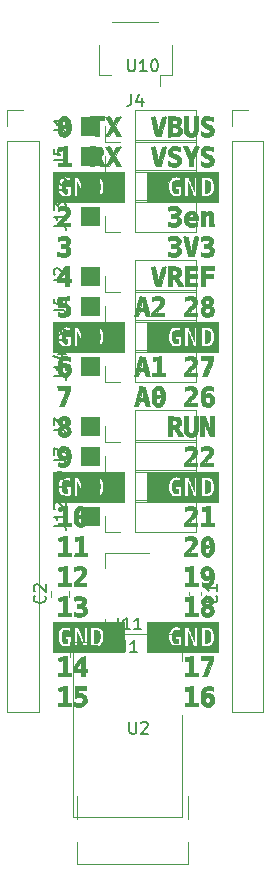
<source format=gbr>
%TF.GenerationSoftware,KiCad,Pcbnew,(6.0.5)*%
%TF.CreationDate,2022-10-13T20:02:31+01:00*%
%TF.ProjectId,OOBB-RASP-PICO-SHIELD-01,4f4f4242-2d52-4415-9350-2d5049434f2d,rev?*%
%TF.SameCoordinates,Original*%
%TF.FileFunction,Legend,Top*%
%TF.FilePolarity,Positive*%
%FSLAX46Y46*%
G04 Gerber Fmt 4.6, Leading zero omitted, Abs format (unit mm)*
G04 Created by KiCad (PCBNEW (6.0.5)) date 2022-10-13 20:02:31*
%MOMM*%
%LPD*%
G01*
G04 APERTURE LIST*
%ADD10C,0.150000*%
%ADD11C,0.120000*%
%ADD12C,0.010000*%
G04 APERTURE END LIST*
D10*
%TO.C,U2*%
X141118095Y-118172380D02*
X141118095Y-118981904D01*
X141165714Y-119077142D01*
X141213333Y-119124761D01*
X141308571Y-119172380D01*
X141499047Y-119172380D01*
X141594285Y-119124761D01*
X141641904Y-119077142D01*
X141689523Y-118981904D01*
X141689523Y-118172380D01*
X142118095Y-118267619D02*
X142165714Y-118220000D01*
X142260952Y-118172380D01*
X142499047Y-118172380D01*
X142594285Y-118220000D01*
X142641904Y-118267619D01*
X142689523Y-118362857D01*
X142689523Y-118458095D01*
X142641904Y-118600952D01*
X142070476Y-119172380D01*
X142689523Y-119172380D01*
%TO.C,J14*%
X134727380Y-88844523D02*
X135441666Y-88844523D01*
X135584523Y-88892142D01*
X135679761Y-88987380D01*
X135727380Y-89130238D01*
X135727380Y-89225476D01*
X135727380Y-87844523D02*
X135727380Y-88415952D01*
X135727380Y-88130238D02*
X134727380Y-88130238D01*
X134870238Y-88225476D01*
X134965476Y-88320714D01*
X135013095Y-88415952D01*
X135060714Y-86987380D02*
X135727380Y-86987380D01*
X134679761Y-87225476D02*
X135394047Y-87463571D01*
X135394047Y-86844523D01*
%TO.C,J11*%
X140160476Y-109347380D02*
X140160476Y-110061666D01*
X140112857Y-110204523D01*
X140017619Y-110299761D01*
X139874761Y-110347380D01*
X139779523Y-110347380D01*
X141160476Y-110347380D02*
X140589047Y-110347380D01*
X140874761Y-110347380D02*
X140874761Y-109347380D01*
X140779523Y-109490238D01*
X140684285Y-109585476D01*
X140589047Y-109633095D01*
X142112857Y-110347380D02*
X141541428Y-110347380D01*
X141827142Y-110347380D02*
X141827142Y-109347380D01*
X141731904Y-109490238D01*
X141636666Y-109585476D01*
X141541428Y-109633095D01*
%TO.C,J4*%
X141291666Y-65027380D02*
X141291666Y-65741666D01*
X141244047Y-65884523D01*
X141148809Y-65979761D01*
X141005952Y-66027380D01*
X140910714Y-66027380D01*
X142196428Y-65360714D02*
X142196428Y-66027380D01*
X141958333Y-64979761D02*
X141720238Y-65694047D01*
X142339285Y-65694047D01*
%TO.C,U1*%
X140208095Y-111267380D02*
X140208095Y-112076904D01*
X140255714Y-112172142D01*
X140303333Y-112219761D01*
X140398571Y-112267380D01*
X140589047Y-112267380D01*
X140684285Y-112219761D01*
X140731904Y-112172142D01*
X140779523Y-112076904D01*
X140779523Y-111267380D01*
X141779523Y-112267380D02*
X141208095Y-112267380D01*
X141493809Y-112267380D02*
X141493809Y-111267380D01*
X141398571Y-111410238D01*
X141303333Y-111505476D01*
X141208095Y-111553095D01*
%TO.C,J12*%
X134727380Y-101544523D02*
X135441666Y-101544523D01*
X135584523Y-101592142D01*
X135679761Y-101687380D01*
X135727380Y-101830238D01*
X135727380Y-101925476D01*
X135727380Y-100544523D02*
X135727380Y-101115952D01*
X135727380Y-100830238D02*
X134727380Y-100830238D01*
X134870238Y-100925476D01*
X134965476Y-101020714D01*
X135013095Y-101115952D01*
X134822619Y-100163571D02*
X134775000Y-100115952D01*
X134727380Y-100020714D01*
X134727380Y-99782619D01*
X134775000Y-99687380D01*
X134822619Y-99639761D01*
X134917857Y-99592142D01*
X135013095Y-99592142D01*
X135155952Y-99639761D01*
X135727380Y-100211190D01*
X135727380Y-99592142D01*
%TO.C,U10*%
X141001904Y-62087380D02*
X141001904Y-62896904D01*
X141049523Y-62992142D01*
X141097142Y-63039761D01*
X141192380Y-63087380D01*
X141382857Y-63087380D01*
X141478095Y-63039761D01*
X141525714Y-62992142D01*
X141573333Y-62896904D01*
X141573333Y-62087380D01*
X142573333Y-63087380D02*
X142001904Y-63087380D01*
X142287619Y-63087380D02*
X142287619Y-62087380D01*
X142192380Y-62230238D01*
X142097142Y-62325476D01*
X142001904Y-62373095D01*
X143192380Y-62087380D02*
X143287619Y-62087380D01*
X143382857Y-62135000D01*
X143430476Y-62182619D01*
X143478095Y-62277857D01*
X143525714Y-62468333D01*
X143525714Y-62706428D01*
X143478095Y-62896904D01*
X143430476Y-62992142D01*
X143382857Y-63039761D01*
X143287619Y-63087380D01*
X143192380Y-63087380D01*
X143097142Y-63039761D01*
X143049523Y-62992142D01*
X143001904Y-62896904D01*
X142954285Y-62706428D01*
X142954285Y-62468333D01*
X143001904Y-62277857D01*
X143049523Y-62182619D01*
X143097142Y-62135000D01*
X143192380Y-62087380D01*
%TO.C,J6*%
X134727380Y-83288333D02*
X135441666Y-83288333D01*
X135584523Y-83335952D01*
X135679761Y-83431190D01*
X135727380Y-83574047D01*
X135727380Y-83669285D01*
X134727380Y-82383571D02*
X134727380Y-82574047D01*
X134775000Y-82669285D01*
X134822619Y-82716904D01*
X134965476Y-82812142D01*
X135155952Y-82859761D01*
X135536904Y-82859761D01*
X135632142Y-82812142D01*
X135679761Y-82764523D01*
X135727380Y-82669285D01*
X135727380Y-82478809D01*
X135679761Y-82383571D01*
X135632142Y-82335952D01*
X135536904Y-82288333D01*
X135298809Y-82288333D01*
X135203571Y-82335952D01*
X135155952Y-82383571D01*
X135108333Y-82478809D01*
X135108333Y-82669285D01*
X135155952Y-82764523D01*
X135203571Y-82812142D01*
X135298809Y-82859761D01*
%TO.C,J3*%
X134727380Y-93448333D02*
X135441666Y-93448333D01*
X135584523Y-93495952D01*
X135679761Y-93591190D01*
X135727380Y-93734047D01*
X135727380Y-93829285D01*
X134727380Y-93067380D02*
X134727380Y-92448333D01*
X135108333Y-92781666D01*
X135108333Y-92638809D01*
X135155952Y-92543571D01*
X135203571Y-92495952D01*
X135298809Y-92448333D01*
X135536904Y-92448333D01*
X135632142Y-92495952D01*
X135679761Y-92543571D01*
X135727380Y-92638809D01*
X135727380Y-92924523D01*
X135679761Y-93019761D01*
X135632142Y-93067380D01*
%TO.C,J1*%
X134727380Y-68048333D02*
X135441666Y-68048333D01*
X135584523Y-68095952D01*
X135679761Y-68191190D01*
X135727380Y-68334047D01*
X135727380Y-68429285D01*
X135727380Y-67048333D02*
X135727380Y-67619761D01*
X135727380Y-67334047D02*
X134727380Y-67334047D01*
X134870238Y-67429285D01*
X134965476Y-67524523D01*
X135013095Y-67619761D01*
%TO.C,J9*%
X134727380Y-85828333D02*
X135441666Y-85828333D01*
X135584523Y-85875952D01*
X135679761Y-85971190D01*
X135727380Y-86114047D01*
X135727380Y-86209285D01*
X135727380Y-85304523D02*
X135727380Y-85114047D01*
X135679761Y-85018809D01*
X135632142Y-84971190D01*
X135489285Y-84875952D01*
X135298809Y-84828333D01*
X134917857Y-84828333D01*
X134822619Y-84875952D01*
X134775000Y-84923571D01*
X134727380Y-85018809D01*
X134727380Y-85209285D01*
X134775000Y-85304523D01*
X134822619Y-85352142D01*
X134917857Y-85399761D01*
X135155952Y-85399761D01*
X135251190Y-85352142D01*
X135298809Y-85304523D01*
X135346428Y-85209285D01*
X135346428Y-85018809D01*
X135298809Y-84923571D01*
X135251190Y-84875952D01*
X135155952Y-84828333D01*
%TO.C,J10*%
X134727380Y-99004523D02*
X135441666Y-99004523D01*
X135584523Y-99052142D01*
X135679761Y-99147380D01*
X135727380Y-99290238D01*
X135727380Y-99385476D01*
X135727380Y-98004523D02*
X135727380Y-98575952D01*
X135727380Y-98290238D02*
X134727380Y-98290238D01*
X134870238Y-98385476D01*
X134965476Y-98480714D01*
X135013095Y-98575952D01*
X134727380Y-97385476D02*
X134727380Y-97290238D01*
X134775000Y-97195000D01*
X134822619Y-97147380D01*
X134917857Y-97099761D01*
X135108333Y-97052142D01*
X135346428Y-97052142D01*
X135536904Y-97099761D01*
X135632142Y-97147380D01*
X135679761Y-97195000D01*
X135727380Y-97290238D01*
X135727380Y-97385476D01*
X135679761Y-97480714D01*
X135632142Y-97528333D01*
X135536904Y-97575952D01*
X135346428Y-97623571D01*
X135108333Y-97623571D01*
X134917857Y-97575952D01*
X134822619Y-97528333D01*
X134775000Y-97480714D01*
X134727380Y-97385476D01*
%TO.C,J7*%
X134727380Y-95988333D02*
X135441666Y-95988333D01*
X135584523Y-96035952D01*
X135679761Y-96131190D01*
X135727380Y-96274047D01*
X135727380Y-96369285D01*
X134727380Y-95607380D02*
X134727380Y-94940714D01*
X135727380Y-95369285D01*
%TO.C,C1*%
X148472142Y-107481666D02*
X148519761Y-107529285D01*
X148567380Y-107672142D01*
X148567380Y-107767380D01*
X148519761Y-107910238D01*
X148424523Y-108005476D01*
X148329285Y-108053095D01*
X148138809Y-108100714D01*
X147995952Y-108100714D01*
X147805476Y-108053095D01*
X147710238Y-108005476D01*
X147615000Y-107910238D01*
X147567380Y-107767380D01*
X147567380Y-107672142D01*
X147615000Y-107529285D01*
X147662619Y-107481666D01*
X148567380Y-106529285D02*
X148567380Y-107100714D01*
X148567380Y-106815000D02*
X147567380Y-106815000D01*
X147710238Y-106910238D01*
X147805476Y-107005476D01*
X147853095Y-107100714D01*
%TO.C,C2*%
X133932142Y-107481666D02*
X133979761Y-107529285D01*
X134027380Y-107672142D01*
X134027380Y-107767380D01*
X133979761Y-107910238D01*
X133884523Y-108005476D01*
X133789285Y-108053095D01*
X133598809Y-108100714D01*
X133455952Y-108100714D01*
X133265476Y-108053095D01*
X133170238Y-108005476D01*
X133075000Y-107910238D01*
X133027380Y-107767380D01*
X133027380Y-107672142D01*
X133075000Y-107529285D01*
X133122619Y-107481666D01*
X133122619Y-107100714D02*
X133075000Y-107053095D01*
X133027380Y-106957857D01*
X133027380Y-106719761D01*
X133075000Y-106624523D01*
X133122619Y-106576904D01*
X133217857Y-106529285D01*
X133313095Y-106529285D01*
X133455952Y-106576904D01*
X134027380Y-107148333D01*
X134027380Y-106529285D01*
%TO.C,J5*%
X134727380Y-70588333D02*
X135441666Y-70588333D01*
X135584523Y-70635952D01*
X135679761Y-70731190D01*
X135727380Y-70874047D01*
X135727380Y-70969285D01*
X134727380Y-69635952D02*
X134727380Y-70112142D01*
X135203571Y-70159761D01*
X135155952Y-70112142D01*
X135108333Y-70016904D01*
X135108333Y-69778809D01*
X135155952Y-69683571D01*
X135203571Y-69635952D01*
X135298809Y-69588333D01*
X135536904Y-69588333D01*
X135632142Y-69635952D01*
X135679761Y-69683571D01*
X135727380Y-69778809D01*
X135727380Y-70016904D01*
X135679761Y-70112142D01*
X135632142Y-70159761D01*
%TO.C,J8*%
X134727380Y-73128333D02*
X135441666Y-73128333D01*
X135584523Y-73175952D01*
X135679761Y-73271190D01*
X135727380Y-73414047D01*
X135727380Y-73509285D01*
X135155952Y-72509285D02*
X135108333Y-72604523D01*
X135060714Y-72652142D01*
X134965476Y-72699761D01*
X134917857Y-72699761D01*
X134822619Y-72652142D01*
X134775000Y-72604523D01*
X134727380Y-72509285D01*
X134727380Y-72318809D01*
X134775000Y-72223571D01*
X134822619Y-72175952D01*
X134917857Y-72128333D01*
X134965476Y-72128333D01*
X135060714Y-72175952D01*
X135108333Y-72223571D01*
X135155952Y-72318809D01*
X135155952Y-72509285D01*
X135203571Y-72604523D01*
X135251190Y-72652142D01*
X135346428Y-72699761D01*
X135536904Y-72699761D01*
X135632142Y-72652142D01*
X135679761Y-72604523D01*
X135727380Y-72509285D01*
X135727380Y-72318809D01*
X135679761Y-72223571D01*
X135632142Y-72175952D01*
X135536904Y-72128333D01*
X135346428Y-72128333D01*
X135251190Y-72175952D01*
X135203571Y-72223571D01*
X135155952Y-72318809D01*
%TO.C,J2*%
X134727380Y-80748333D02*
X135441666Y-80748333D01*
X135584523Y-80795952D01*
X135679761Y-80891190D01*
X135727380Y-81034047D01*
X135727380Y-81129285D01*
X134822619Y-80319761D02*
X134775000Y-80272142D01*
X134727380Y-80176904D01*
X134727380Y-79938809D01*
X134775000Y-79843571D01*
X134822619Y-79795952D01*
X134917857Y-79748333D01*
X135013095Y-79748333D01*
X135155952Y-79795952D01*
X135727380Y-80367380D01*
X135727380Y-79748333D01*
%TO.C,J13*%
X134727380Y-76144523D02*
X135441666Y-76144523D01*
X135584523Y-76192142D01*
X135679761Y-76287380D01*
X135727380Y-76430238D01*
X135727380Y-76525476D01*
X135727380Y-75144523D02*
X135727380Y-75715952D01*
X135727380Y-75430238D02*
X134727380Y-75430238D01*
X134870238Y-75525476D01*
X134965476Y-75620714D01*
X135013095Y-75715952D01*
X134727380Y-74811190D02*
X134727380Y-74192142D01*
X135108333Y-74525476D01*
X135108333Y-74382619D01*
X135155952Y-74287380D01*
X135203571Y-74239761D01*
X135298809Y-74192142D01*
X135536904Y-74192142D01*
X135632142Y-74239761D01*
X135679761Y-74287380D01*
X135727380Y-74382619D01*
X135727380Y-74668333D01*
X135679761Y-74763571D01*
X135632142Y-74811190D01*
D11*
%TO.C,U2*%
X146120000Y-124420000D02*
X146120000Y-126420000D01*
X146120000Y-128320000D02*
X146120000Y-130220000D01*
X136720000Y-128320000D02*
X136720000Y-130220000D01*
X136720000Y-130220000D02*
X146120000Y-130220000D01*
X136720000Y-124420000D02*
X136720000Y-126420000D01*
%TO.C,J14*%
X141625000Y-89365000D02*
X141625000Y-86705000D01*
X140355000Y-89365000D02*
X139025000Y-89365000D01*
X141625000Y-86705000D02*
X146765000Y-86705000D01*
X139025000Y-89365000D02*
X139025000Y-88035000D01*
X146765000Y-89365000D02*
X146765000Y-86705000D01*
X141625000Y-89365000D02*
X146765000Y-89365000D01*
X137045000Y-88805000D02*
X138585000Y-88805000D01*
X138585000Y-88805000D02*
X138585000Y-87265000D01*
X138585000Y-87265000D02*
X137045000Y-87265000D01*
X137045000Y-87265000D02*
X137045000Y-88805000D01*
G36*
X137045000Y-88805000D02*
G01*
X138585000Y-88805000D01*
X138585000Y-87265000D01*
X137045000Y-87265000D01*
X137045000Y-88805000D01*
G37*
%TO.C,J11*%
X136370000Y-126195000D02*
X136370000Y-111695000D01*
X136070000Y-111395000D02*
X136070000Y-112695000D01*
X136370000Y-111695000D02*
X138370000Y-111695000D01*
X137770000Y-111395000D02*
X136070000Y-111395000D01*
X143570000Y-111695000D02*
X145570000Y-111695000D01*
X145570000Y-126195000D02*
X136370000Y-126195000D01*
X145570000Y-117595000D02*
X145570000Y-126195000D01*
X145570000Y-111695000D02*
X145570000Y-112995000D01*
%TO.C,J4*%
X143565000Y-58910000D02*
X139685000Y-58910000D01*
X144735000Y-60880000D02*
X144735000Y-63380000D01*
X144735000Y-63380000D02*
X143685000Y-63380000D01*
X138515000Y-60880000D02*
X138515000Y-63380000D01*
X143685000Y-63380000D02*
X143685000Y-64370000D01*
X138515000Y-63380000D02*
X139565000Y-63380000D01*
%TO.C,U1*%
X145070000Y-110725000D02*
X139060000Y-110725000D01*
X142820000Y-103905000D02*
X139060000Y-103905000D01*
X139060000Y-103905000D02*
X139060000Y-105165000D01*
X139060000Y-110725000D02*
X139060000Y-109465000D01*
%TO.C,J12*%
X141625000Y-102065000D02*
X141625000Y-99405000D01*
X146765000Y-102065000D02*
X146765000Y-99405000D01*
X141625000Y-99405000D02*
X146765000Y-99405000D01*
X141625000Y-102065000D02*
X146765000Y-102065000D01*
X140355000Y-102065000D02*
X139025000Y-102065000D01*
X139025000Y-102065000D02*
X139025000Y-100735000D01*
X137045000Y-101505000D02*
X138585000Y-101505000D01*
X138585000Y-101505000D02*
X138585000Y-99965000D01*
X138585000Y-99965000D02*
X137045000Y-99965000D01*
X137045000Y-99965000D02*
X137045000Y-101505000D01*
G36*
X137045000Y-101505000D02*
G01*
X138585000Y-101505000D01*
X138585000Y-99965000D01*
X137045000Y-99965000D01*
X137045000Y-101505000D01*
G37*
%TO.C,U10*%
X149800000Y-66390000D02*
X151130000Y-66390000D01*
X152460000Y-68985000D02*
X152460000Y-117305000D01*
X133430000Y-68990000D02*
X133430000Y-117310000D01*
X130770000Y-68990000D02*
X133430000Y-68990000D01*
X149800000Y-68990000D02*
X152460000Y-68990000D01*
X149800000Y-117305000D02*
X152460000Y-117305000D01*
X149800000Y-68990000D02*
X149800000Y-117310000D01*
X130770000Y-117310000D02*
X133430000Y-117310000D01*
X149800000Y-67720000D02*
X149800000Y-66390000D01*
X130770000Y-66390000D02*
X132100000Y-66390000D01*
X130770000Y-68990000D02*
X130770000Y-117310000D01*
X130770000Y-67720000D02*
X130770000Y-66390000D01*
G36*
X138944276Y-67207881D02*
G01*
X138520943Y-67207881D01*
X138520943Y-68604881D01*
X138182276Y-68604881D01*
X138182276Y-67207881D01*
X137758943Y-67207881D01*
X137758943Y-66911548D01*
X138944276Y-66911548D01*
X138944276Y-67207881D01*
G37*
D12*
X138944276Y-67207881D02*
X138520943Y-67207881D01*
X138520943Y-68604881D01*
X138182276Y-68604881D01*
X138182276Y-67207881D01*
X137758943Y-67207881D01*
X137758943Y-66911548D01*
X138944276Y-66911548D01*
X138944276Y-67207881D01*
G36*
X135811609Y-108927381D02*
G01*
X136171443Y-108927381D01*
X136171443Y-109244881D01*
X135091943Y-109244881D01*
X135091943Y-108927381D01*
X135472943Y-108927381D01*
X135472943Y-108398215D01*
X135472740Y-108253594D01*
X135472172Y-108124071D01*
X135471293Y-108015308D01*
X135470161Y-107932967D01*
X135468832Y-107882711D01*
X135467651Y-107869411D01*
X135446188Y-107874552D01*
X135394071Y-107887851D01*
X135321582Y-107906677D01*
X135303609Y-107911381D01*
X135226205Y-107931209D01*
X135165091Y-107946009D01*
X135131444Y-107953096D01*
X135128984Y-107953352D01*
X135121342Y-107934113D01*
X135115714Y-107882949D01*
X135113162Y-107810256D01*
X135113109Y-107797563D01*
X135113109Y-107641412D01*
X135292260Y-107596480D01*
X135441626Y-107567547D01*
X135593211Y-107552708D01*
X135641510Y-107551548D01*
X135811609Y-107551548D01*
X135811609Y-108927381D01*
G37*
X135811609Y-108927381D02*
X136171443Y-108927381D01*
X136171443Y-109244881D01*
X135091943Y-109244881D01*
X135091943Y-108927381D01*
X135472943Y-108927381D01*
X135472943Y-108398215D01*
X135472740Y-108253594D01*
X135472172Y-108124071D01*
X135471293Y-108015308D01*
X135470161Y-107932967D01*
X135468832Y-107882711D01*
X135467651Y-107869411D01*
X135446188Y-107874552D01*
X135394071Y-107887851D01*
X135321582Y-107906677D01*
X135303609Y-107911381D01*
X135226205Y-107931209D01*
X135165091Y-107946009D01*
X135131444Y-107953096D01*
X135128984Y-107953352D01*
X135121342Y-107934113D01*
X135115714Y-107882949D01*
X135113162Y-107810256D01*
X135113109Y-107797563D01*
X135113109Y-107641412D01*
X135292260Y-107596480D01*
X135441626Y-107567547D01*
X135593211Y-107552708D01*
X135641510Y-107551548D01*
X135811609Y-107551548D01*
X135811609Y-108927381D01*
G36*
X141748859Y-82988135D02*
G01*
X141797174Y-82808751D01*
X141841872Y-82642482D01*
X141881789Y-82493683D01*
X141915759Y-82366707D01*
X141942619Y-82265911D01*
X141961204Y-82195648D01*
X141970351Y-82160275D01*
X141971109Y-82156896D01*
X141990780Y-82154600D01*
X142043859Y-82153827D01*
X142121450Y-82154611D01*
X142185397Y-82156099D01*
X142399685Y-82162131D01*
X142619314Y-82974404D01*
X142667531Y-83153442D01*
X142712088Y-83320261D01*
X142751799Y-83470317D01*
X142785477Y-83599065D01*
X142811936Y-83701961D01*
X142829990Y-83774459D01*
X142838452Y-83812015D01*
X142838943Y-83815779D01*
X142828466Y-83831071D01*
X142792647Y-83840212D01*
X142724899Y-83844337D01*
X142670425Y-83844881D01*
X142501908Y-83844881D01*
X142478665Y-83754923D01*
X142462397Y-83691840D01*
X142449847Y-83642969D01*
X142447359Y-83633215D01*
X142437222Y-83593644D01*
X142421632Y-83533113D01*
X142416053Y-83511506D01*
X142392811Y-83421548D01*
X141975960Y-83421548D01*
X141873764Y-83834298D01*
X141700187Y-83840446D01*
X141620521Y-83841356D01*
X141560118Y-83838407D01*
X141528851Y-83832217D01*
X141526609Y-83829569D01*
X141531948Y-83806061D01*
X141547184Y-83746117D01*
X141571148Y-83654163D01*
X141602673Y-83534623D01*
X141640588Y-83391923D01*
X141683726Y-83230489D01*
X141706310Y-83146381D01*
X142040774Y-83146381D01*
X142187285Y-83146381D01*
X142264239Y-83145206D01*
X142307093Y-83140190D01*
X142324050Y-83129098D01*
X142323312Y-83109695D01*
X142323211Y-83109340D01*
X142314661Y-83075157D01*
X142299082Y-83009013D01*
X142278648Y-82920268D01*
X142255534Y-82818282D01*
X142254294Y-82812764D01*
X142231252Y-82716351D01*
X142210065Y-82638760D01*
X142192900Y-82587193D01*
X142181925Y-82568850D01*
X142181003Y-82569347D01*
X142171116Y-82594949D01*
X142154484Y-82653831D01*
X142133231Y-82737877D01*
X142109481Y-82838972D01*
X142103409Y-82865923D01*
X142040774Y-83146381D01*
X141706310Y-83146381D01*
X141730917Y-83054745D01*
X141748859Y-82988135D01*
G37*
X141748859Y-82988135D02*
X141797174Y-82808751D01*
X141841872Y-82642482D01*
X141881789Y-82493683D01*
X141915759Y-82366707D01*
X141942619Y-82265911D01*
X141961204Y-82195648D01*
X141970351Y-82160275D01*
X141971109Y-82156896D01*
X141990780Y-82154600D01*
X142043859Y-82153827D01*
X142121450Y-82154611D01*
X142185397Y-82156099D01*
X142399685Y-82162131D01*
X142619314Y-82974404D01*
X142667531Y-83153442D01*
X142712088Y-83320261D01*
X142751799Y-83470317D01*
X142785477Y-83599065D01*
X142811936Y-83701961D01*
X142829990Y-83774459D01*
X142838452Y-83812015D01*
X142838943Y-83815779D01*
X142828466Y-83831071D01*
X142792647Y-83840212D01*
X142724899Y-83844337D01*
X142670425Y-83844881D01*
X142501908Y-83844881D01*
X142478665Y-83754923D01*
X142462397Y-83691840D01*
X142449847Y-83642969D01*
X142447359Y-83633215D01*
X142437222Y-83593644D01*
X142421632Y-83533113D01*
X142416053Y-83511506D01*
X142392811Y-83421548D01*
X141975960Y-83421548D01*
X141873764Y-83834298D01*
X141700187Y-83840446D01*
X141620521Y-83841356D01*
X141560118Y-83838407D01*
X141528851Y-83832217D01*
X141526609Y-83829569D01*
X141531948Y-83806061D01*
X141547184Y-83746117D01*
X141571148Y-83654163D01*
X141602673Y-83534623D01*
X141640588Y-83391923D01*
X141683726Y-83230489D01*
X141706310Y-83146381D01*
X142040774Y-83146381D01*
X142187285Y-83146381D01*
X142264239Y-83145206D01*
X142307093Y-83140190D01*
X142324050Y-83129098D01*
X142323312Y-83109695D01*
X142323211Y-83109340D01*
X142314661Y-83075157D01*
X142299082Y-83009013D01*
X142278648Y-82920268D01*
X142255534Y-82818282D01*
X142254294Y-82812764D01*
X142231252Y-82716351D01*
X142210065Y-82638760D01*
X142192900Y-82587193D01*
X142181925Y-82568850D01*
X142181003Y-82569347D01*
X142171116Y-82594949D01*
X142154484Y-82653831D01*
X142133231Y-82737877D01*
X142109481Y-82838972D01*
X142103409Y-82865923D01*
X142040774Y-83146381D01*
X141706310Y-83146381D01*
X141730917Y-83054745D01*
X141748859Y-82988135D01*
G36*
X143240378Y-69454604D02*
G01*
X143273628Y-69457391D01*
X143276280Y-69458497D01*
X143282620Y-69480598D01*
X143296463Y-69539113D01*
X143316698Y-69629006D01*
X143342216Y-69745242D01*
X143371904Y-69882786D01*
X143404652Y-70036604D01*
X143422107Y-70119379D01*
X143455877Y-70279360D01*
X143486994Y-70425483D01*
X143514370Y-70552743D01*
X143536919Y-70656137D01*
X143553553Y-70730659D01*
X143563185Y-70771305D01*
X143565054Y-70777381D01*
X143570638Y-70758937D01*
X143583731Y-70703896D01*
X143603263Y-70617114D01*
X143628164Y-70503451D01*
X143657366Y-70367763D01*
X143689798Y-70214908D01*
X143709168Y-70122689D01*
X143847417Y-69462131D01*
X144020513Y-69455983D01*
X144100187Y-69455042D01*
X144160711Y-69457919D01*
X144192137Y-69464009D01*
X144194425Y-69466567D01*
X144189903Y-69490171D01*
X144176656Y-69550510D01*
X144155708Y-69643126D01*
X144128083Y-69763559D01*
X144094807Y-69907349D01*
X144056905Y-70070038D01*
X144015401Y-70247165D01*
X143999661Y-70314090D01*
X143804082Y-71144881D01*
X143329839Y-71144881D01*
X143232643Y-70737423D01*
X143194610Y-70577875D01*
X143150746Y-70393683D01*
X143104987Y-70201394D01*
X143061272Y-70017556D01*
X143032403Y-69896048D01*
X142929359Y-69462131D01*
X143098447Y-69455941D01*
X143178414Y-69454069D01*
X143240378Y-69454604D01*
G37*
X143240378Y-69454604D02*
X143273628Y-69457391D01*
X143276280Y-69458497D01*
X143282620Y-69480598D01*
X143296463Y-69539113D01*
X143316698Y-69629006D01*
X143342216Y-69745242D01*
X143371904Y-69882786D01*
X143404652Y-70036604D01*
X143422107Y-70119379D01*
X143455877Y-70279360D01*
X143486994Y-70425483D01*
X143514370Y-70552743D01*
X143536919Y-70656137D01*
X143553553Y-70730659D01*
X143563185Y-70771305D01*
X143565054Y-70777381D01*
X143570638Y-70758937D01*
X143583731Y-70703896D01*
X143603263Y-70617114D01*
X143628164Y-70503451D01*
X143657366Y-70367763D01*
X143689798Y-70214908D01*
X143709168Y-70122689D01*
X143847417Y-69462131D01*
X144020513Y-69455983D01*
X144100187Y-69455042D01*
X144160711Y-69457919D01*
X144192137Y-69464009D01*
X144194425Y-69466567D01*
X144189903Y-69490171D01*
X144176656Y-69550510D01*
X144155708Y-69643126D01*
X144128083Y-69763559D01*
X144094807Y-69907349D01*
X144056905Y-70070038D01*
X144015401Y-70247165D01*
X143999661Y-70314090D01*
X143804082Y-71144881D01*
X143329839Y-71144881D01*
X143232643Y-70737423D01*
X143194610Y-70577875D01*
X143150746Y-70393683D01*
X143104987Y-70201394D01*
X143061272Y-70017556D01*
X143032403Y-69896048D01*
X142929359Y-69462131D01*
X143098447Y-69455941D01*
X143178414Y-69454069D01*
X143240378Y-69454604D01*
G36*
X147597038Y-92528506D02*
G01*
X147633919Y-92624581D01*
X147681079Y-92747620D01*
X147733698Y-92885037D01*
X147786955Y-93024246D01*
X147815564Y-93099089D01*
X147950693Y-93452713D01*
X147956324Y-92882130D01*
X147961956Y-92311548D01*
X148278776Y-92311548D01*
X148278776Y-94004881D01*
X147902179Y-94004881D01*
X147818325Y-93787923D01*
X147781277Y-93691852D01*
X147733956Y-93568820D01*
X147681195Y-93431409D01*
X147627827Y-93292205D01*
X147599165Y-93217340D01*
X147463859Y-92863716D01*
X147458227Y-93434299D01*
X147452595Y-94004881D01*
X147135776Y-94004881D01*
X147135776Y-92311548D01*
X147513640Y-92311548D01*
X147597038Y-92528506D01*
G37*
X147597038Y-92528506D02*
X147633919Y-92624581D01*
X147681079Y-92747620D01*
X147733698Y-92885037D01*
X147786955Y-93024246D01*
X147815564Y-93099089D01*
X147950693Y-93452713D01*
X147956324Y-92882130D01*
X147961956Y-92311548D01*
X148278776Y-92311548D01*
X148278776Y-94004881D01*
X147902179Y-94004881D01*
X147818325Y-93787923D01*
X147781277Y-93691852D01*
X147733956Y-93568820D01*
X147681195Y-93431409D01*
X147627827Y-93292205D01*
X147599165Y-93217340D01*
X147463859Y-92863716D01*
X147458227Y-93434299D01*
X147452595Y-94004881D01*
X147135776Y-94004881D01*
X147135776Y-92311548D01*
X147513640Y-92311548D01*
X147597038Y-92528506D01*
G36*
X135811609Y-116547381D02*
G01*
X136171443Y-116547381D01*
X136171443Y-116864881D01*
X135091943Y-116864881D01*
X135091943Y-116547381D01*
X135472943Y-116547381D01*
X135472943Y-116018215D01*
X135472740Y-115873594D01*
X135472172Y-115744071D01*
X135471293Y-115635308D01*
X135470161Y-115552967D01*
X135468832Y-115502711D01*
X135467651Y-115489411D01*
X135446188Y-115494552D01*
X135394071Y-115507851D01*
X135321582Y-115526677D01*
X135303609Y-115531381D01*
X135226205Y-115551209D01*
X135165091Y-115566009D01*
X135131444Y-115573096D01*
X135128984Y-115573352D01*
X135121342Y-115554113D01*
X135115714Y-115502949D01*
X135113162Y-115430256D01*
X135113109Y-115417563D01*
X135113109Y-115261412D01*
X135292260Y-115216480D01*
X135441626Y-115187547D01*
X135593211Y-115172708D01*
X135641510Y-115171548D01*
X135811609Y-115171548D01*
X135811609Y-116547381D01*
G37*
X135811609Y-116547381D02*
X136171443Y-116547381D01*
X136171443Y-116864881D01*
X135091943Y-116864881D01*
X135091943Y-116547381D01*
X135472943Y-116547381D01*
X135472943Y-116018215D01*
X135472740Y-115873594D01*
X135472172Y-115744071D01*
X135471293Y-115635308D01*
X135470161Y-115552967D01*
X135468832Y-115502711D01*
X135467651Y-115489411D01*
X135446188Y-115494552D01*
X135394071Y-115507851D01*
X135321582Y-115526677D01*
X135303609Y-115531381D01*
X135226205Y-115551209D01*
X135165091Y-115566009D01*
X135131444Y-115573096D01*
X135128984Y-115573352D01*
X135121342Y-115554113D01*
X135115714Y-115502949D01*
X135113162Y-115430256D01*
X135113109Y-115417563D01*
X135113109Y-115261412D01*
X135292260Y-115216480D01*
X135441626Y-115187547D01*
X135593211Y-115172708D01*
X135641510Y-115171548D01*
X135811609Y-115171548D01*
X135811609Y-116547381D01*
G36*
X144717484Y-92311878D02*
G01*
X144911848Y-92316149D01*
X145069105Y-92329533D01*
X145193796Y-92353565D01*
X145290466Y-92389782D01*
X145363655Y-92439721D01*
X145417907Y-92504919D01*
X145446120Y-92558348D01*
X145474303Y-92654132D01*
X145487004Y-92768247D01*
X145484031Y-92884038D01*
X145465191Y-92984849D01*
X145451475Y-93020910D01*
X145413627Y-93076782D01*
X145358415Y-93132240D01*
X145298543Y-93176675D01*
X145246712Y-93199473D01*
X145236446Y-93200548D01*
X145228219Y-93212103D01*
X145251707Y-93242645D01*
X145274277Y-93274464D01*
X145311631Y-93337533D01*
X145360006Y-93425049D01*
X145415640Y-93530208D01*
X145474074Y-93644812D01*
X145654345Y-94004881D01*
X145458435Y-94003691D01*
X145262526Y-94002501D01*
X145124943Y-93715388D01*
X145072910Y-93611080D01*
X145022710Y-93518077D01*
X144978931Y-93444354D01*
X144946162Y-93397889D01*
X144936880Y-93388495D01*
X144879191Y-93360039D01*
X144815171Y-93348715D01*
X144743943Y-93348715D01*
X144743943Y-94004881D01*
X144405276Y-94004881D01*
X144405276Y-93058177D01*
X144743943Y-93058177D01*
X144886132Y-93046763D01*
X144967852Y-93037674D01*
X145020522Y-93023428D01*
X145057424Y-92999313D01*
X145076632Y-92979185D01*
X145110132Y-92914186D01*
X145125645Y-92829529D01*
X145121290Y-92744702D01*
X145104223Y-92693383D01*
X145060275Y-92652243D01*
X144983620Y-92623107D01*
X144882888Y-92608839D01*
X144846617Y-92607881D01*
X144743943Y-92607881D01*
X144743943Y-93058177D01*
X144405276Y-93058177D01*
X144405276Y-92311548D01*
X144717484Y-92311878D01*
G37*
X144717484Y-92311878D02*
X144911848Y-92316149D01*
X145069105Y-92329533D01*
X145193796Y-92353565D01*
X145290466Y-92389782D01*
X145363655Y-92439721D01*
X145417907Y-92504919D01*
X145446120Y-92558348D01*
X145474303Y-92654132D01*
X145487004Y-92768247D01*
X145484031Y-92884038D01*
X145465191Y-92984849D01*
X145451475Y-93020910D01*
X145413627Y-93076782D01*
X145358415Y-93132240D01*
X145298543Y-93176675D01*
X145246712Y-93199473D01*
X145236446Y-93200548D01*
X145228219Y-93212103D01*
X145251707Y-93242645D01*
X145274277Y-93274464D01*
X145311631Y-93337533D01*
X145360006Y-93425049D01*
X145415640Y-93530208D01*
X145474074Y-93644812D01*
X145654345Y-94004881D01*
X145458435Y-94003691D01*
X145262526Y-94002501D01*
X145124943Y-93715388D01*
X145072910Y-93611080D01*
X145022710Y-93518077D01*
X144978931Y-93444354D01*
X144946162Y-93397889D01*
X144936880Y-93388495D01*
X144879191Y-93360039D01*
X144815171Y-93348715D01*
X144743943Y-93348715D01*
X144743943Y-94004881D01*
X144405276Y-94004881D01*
X144405276Y-93058177D01*
X144743943Y-93058177D01*
X144886132Y-93046763D01*
X144967852Y-93037674D01*
X145020522Y-93023428D01*
X145057424Y-92999313D01*
X145076632Y-92979185D01*
X145110132Y-92914186D01*
X145125645Y-92829529D01*
X145121290Y-92744702D01*
X145104223Y-92693383D01*
X145060275Y-92652243D01*
X144983620Y-92623107D01*
X144882888Y-92608839D01*
X144846617Y-92607881D01*
X144743943Y-92607881D01*
X144743943Y-93058177D01*
X144405276Y-93058177D01*
X144405276Y-92311548D01*
X144717484Y-92311878D01*
G36*
X143791443Y-88607381D02*
G01*
X144151276Y-88607381D01*
X144151276Y-88924881D01*
X143071776Y-88924881D01*
X143071776Y-88607381D01*
X143452776Y-88607381D01*
X143452776Y-88078215D01*
X143452574Y-87933594D01*
X143452005Y-87804071D01*
X143451126Y-87695308D01*
X143449994Y-87612967D01*
X143448665Y-87562711D01*
X143447484Y-87549411D01*
X143426022Y-87554552D01*
X143373905Y-87567851D01*
X143301415Y-87586677D01*
X143283443Y-87591381D01*
X143206039Y-87611209D01*
X143144924Y-87626009D01*
X143111278Y-87633096D01*
X143108818Y-87633352D01*
X143101200Y-87614106D01*
X143095580Y-87562896D01*
X143093003Y-87490080D01*
X143092943Y-87476391D01*
X143092602Y-87404465D01*
X143096326Y-87356650D01*
X143111236Y-87326025D01*
X143144451Y-87305673D01*
X143203093Y-87288673D01*
X143294280Y-87268107D01*
X143311214Y-87264285D01*
X143408810Y-87247534D01*
X143523063Y-87235731D01*
X143623423Y-87231548D01*
X143791443Y-87231548D01*
X143791443Y-88607381D01*
G37*
X143791443Y-88607381D02*
X144151276Y-88607381D01*
X144151276Y-88924881D01*
X143071776Y-88924881D01*
X143071776Y-88607381D01*
X143452776Y-88607381D01*
X143452776Y-88078215D01*
X143452574Y-87933594D01*
X143452005Y-87804071D01*
X143451126Y-87695308D01*
X143449994Y-87612967D01*
X143448665Y-87562711D01*
X143447484Y-87549411D01*
X143426022Y-87554552D01*
X143373905Y-87567851D01*
X143301415Y-87586677D01*
X143283443Y-87591381D01*
X143206039Y-87611209D01*
X143144924Y-87626009D01*
X143111278Y-87633096D01*
X143108818Y-87633352D01*
X143101200Y-87614106D01*
X143095580Y-87562896D01*
X143093003Y-87490080D01*
X143092943Y-87476391D01*
X143092602Y-87404465D01*
X143096326Y-87356650D01*
X143111236Y-87326025D01*
X143144451Y-87305673D01*
X143203093Y-87288673D01*
X143294280Y-87268107D01*
X143311214Y-87264285D01*
X143408810Y-87247534D01*
X143523063Y-87235731D01*
X143623423Y-87231548D01*
X143791443Y-87231548D01*
X143791443Y-88607381D01*
G36*
X147918943Y-101307381D02*
G01*
X148299943Y-101307381D01*
X148299943Y-101624881D01*
X147220443Y-101624881D01*
X147220443Y-101307381D01*
X147580276Y-101307381D01*
X147580276Y-100253269D01*
X147426818Y-100293129D01*
X147350708Y-100312427D01*
X147291000Y-100326693D01*
X147259121Y-100333211D01*
X147257484Y-100333352D01*
X147249880Y-100314102D01*
X147244263Y-100262868D01*
X147241673Y-100189989D01*
X147241609Y-100175780D01*
X147241609Y-100017846D01*
X147320984Y-99996820D01*
X147448288Y-99965254D01*
X147551820Y-99945543D01*
X147647667Y-99935284D01*
X147751920Y-99932076D01*
X147754901Y-99932065D01*
X147918943Y-99931548D01*
X147918943Y-101307381D01*
G37*
X147918943Y-101307381D02*
X148299943Y-101307381D01*
X148299943Y-101624881D01*
X147220443Y-101624881D01*
X147220443Y-101307381D01*
X147580276Y-101307381D01*
X147580276Y-100253269D01*
X147426818Y-100293129D01*
X147350708Y-100312427D01*
X147291000Y-100326693D01*
X147259121Y-100333211D01*
X147257484Y-100333352D01*
X147249880Y-100314102D01*
X147244263Y-100262868D01*
X147241673Y-100189989D01*
X147241609Y-100175780D01*
X147241609Y-100017846D01*
X147320984Y-99996820D01*
X147448288Y-99965254D01*
X147551820Y-99945543D01*
X147647667Y-99935284D01*
X147751920Y-99932076D01*
X147754901Y-99932065D01*
X147918943Y-99931548D01*
X147918943Y-101307381D01*
G36*
X136697496Y-113134438D02*
G01*
X137011882Y-112642131D01*
X137194912Y-112636015D01*
X137377943Y-112629900D01*
X137377943Y-113668715D01*
X137568443Y-113668715D01*
X137568443Y-113965048D01*
X137377943Y-113965048D01*
X137377943Y-114324881D01*
X137039276Y-114324881D01*
X137039276Y-113965048D01*
X136383109Y-113965048D01*
X136383109Y-113659895D01*
X136658276Y-113659895D01*
X136677867Y-113663779D01*
X136730344Y-113666790D01*
X136806262Y-113668492D01*
X136848776Y-113668715D01*
X137039276Y-113668715D01*
X137039276Y-113368853D01*
X137038641Y-113262666D01*
X137036897Y-113174377D01*
X137034282Y-113111198D01*
X137031035Y-113080337D01*
X137029654Y-113078614D01*
X137014291Y-113100054D01*
X136981623Y-113149185D01*
X136936340Y-113218666D01*
X136883133Y-113301157D01*
X136826690Y-113389317D01*
X136771702Y-113475806D01*
X136722858Y-113553283D01*
X136684849Y-113614407D01*
X136662365Y-113651838D01*
X136658276Y-113659895D01*
X136383109Y-113659895D01*
X136383109Y-113626744D01*
X136697496Y-113134438D01*
G37*
X136697496Y-113134438D02*
X137011882Y-112642131D01*
X137194912Y-112636015D01*
X137377943Y-112629900D01*
X137377943Y-113668715D01*
X137568443Y-113668715D01*
X137568443Y-113965048D01*
X137377943Y-113965048D01*
X137377943Y-114324881D01*
X137039276Y-114324881D01*
X137039276Y-113965048D01*
X136383109Y-113965048D01*
X136383109Y-113659895D01*
X136658276Y-113659895D01*
X136677867Y-113663779D01*
X136730344Y-113666790D01*
X136806262Y-113668492D01*
X136848776Y-113668715D01*
X137039276Y-113668715D01*
X137039276Y-113368853D01*
X137038641Y-113262666D01*
X137036897Y-113174377D01*
X137034282Y-113111198D01*
X137031035Y-113080337D01*
X137029654Y-113078614D01*
X137014291Y-113100054D01*
X136981623Y-113149185D01*
X136936340Y-113218666D01*
X136883133Y-113301157D01*
X136826690Y-113389317D01*
X136771702Y-113475806D01*
X136722858Y-113553283D01*
X136684849Y-113614407D01*
X136662365Y-113651838D01*
X136658276Y-113659895D01*
X136383109Y-113659895D01*
X136383109Y-113626744D01*
X136697496Y-113134438D01*
G36*
X146875625Y-77072373D02*
G01*
X146928546Y-77075945D01*
X146954283Y-77083911D01*
X146960403Y-77097918D01*
X146958210Y-77108590D01*
X146950979Y-77137033D01*
X146935215Y-77201892D01*
X146912063Y-77298367D01*
X146882666Y-77421660D01*
X146848169Y-77566974D01*
X146809714Y-77729511D01*
X146768447Y-77904472D01*
X146765211Y-77918215D01*
X146723779Y-78093927D01*
X146685081Y-78257581D01*
X146650258Y-78404380D01*
X146620454Y-78529525D01*
X146596812Y-78628219D01*
X146580473Y-78695663D01*
X146572582Y-78727059D01*
X146572359Y-78727840D01*
X146562825Y-78744139D01*
X146540747Y-78754870D01*
X146498683Y-78761141D01*
X146429192Y-78764061D01*
X146324832Y-78764739D01*
X146324724Y-78764739D01*
X146088026Y-78764596D01*
X145899274Y-77965697D01*
X145856971Y-77786460D01*
X145817478Y-77618759D01*
X145781915Y-77467388D01*
X145751407Y-77337141D01*
X145727075Y-77232811D01*
X145710041Y-77159191D01*
X145701428Y-77121076D01*
X145700843Y-77118274D01*
X145697827Y-77094711D01*
X145705669Y-77080728D01*
X145732332Y-77074312D01*
X145785781Y-77073451D01*
X145868428Y-77075941D01*
X146045693Y-77082131D01*
X146184879Y-77748881D01*
X146228521Y-77954597D01*
X146264874Y-78118702D01*
X146293960Y-78241280D01*
X146315799Y-78322418D01*
X146330413Y-78362200D01*
X146337407Y-78362715D01*
X146345123Y-78328790D01*
X146359756Y-78261476D01*
X146380010Y-78166944D01*
X146404590Y-78051362D01*
X146432197Y-77920901D01*
X146461538Y-77781731D01*
X146491314Y-77640023D01*
X146520231Y-77501946D01*
X146546991Y-77373670D01*
X146570298Y-77261366D01*
X146588857Y-77171204D01*
X146601371Y-77109353D01*
X146606543Y-77081985D01*
X146606609Y-77081302D01*
X146626161Y-77076910D01*
X146678362Y-77073544D01*
X146753533Y-77071725D01*
X146787952Y-77071548D01*
X146875625Y-77072373D01*
G37*
X146875625Y-77072373D02*
X146928546Y-77075945D01*
X146954283Y-77083911D01*
X146960403Y-77097918D01*
X146958210Y-77108590D01*
X146950979Y-77137033D01*
X146935215Y-77201892D01*
X146912063Y-77298367D01*
X146882666Y-77421660D01*
X146848169Y-77566974D01*
X146809714Y-77729511D01*
X146768447Y-77904472D01*
X146765211Y-77918215D01*
X146723779Y-78093927D01*
X146685081Y-78257581D01*
X146650258Y-78404380D01*
X146620454Y-78529525D01*
X146596812Y-78628219D01*
X146580473Y-78695663D01*
X146572582Y-78727059D01*
X146572359Y-78727840D01*
X146562825Y-78744139D01*
X146540747Y-78754870D01*
X146498683Y-78761141D01*
X146429192Y-78764061D01*
X146324832Y-78764739D01*
X146324724Y-78764739D01*
X146088026Y-78764596D01*
X145899274Y-77965697D01*
X145856971Y-77786460D01*
X145817478Y-77618759D01*
X145781915Y-77467388D01*
X145751407Y-77337141D01*
X145727075Y-77232811D01*
X145710041Y-77159191D01*
X145701428Y-77121076D01*
X145700843Y-77118274D01*
X145697827Y-77094711D01*
X145705669Y-77080728D01*
X145732332Y-77074312D01*
X145785781Y-77073451D01*
X145868428Y-77075941D01*
X146045693Y-77082131D01*
X146184879Y-77748881D01*
X146228521Y-77954597D01*
X146264874Y-78118702D01*
X146293960Y-78241280D01*
X146315799Y-78322418D01*
X146330413Y-78362200D01*
X146337407Y-78362715D01*
X146345123Y-78328790D01*
X146359756Y-78261476D01*
X146380010Y-78166944D01*
X146404590Y-78051362D01*
X146432197Y-77920901D01*
X146461538Y-77781731D01*
X146491314Y-77640023D01*
X146520231Y-77501946D01*
X146546991Y-77373670D01*
X146570298Y-77261366D01*
X146588857Y-77171204D01*
X146601371Y-77109353D01*
X146606543Y-77081985D01*
X146606609Y-77081302D01*
X146626161Y-77076910D01*
X146678362Y-77073544D01*
X146753533Y-77071725D01*
X146787952Y-77071548D01*
X146875625Y-77072373D01*
G36*
X145019482Y-69435569D02*
G01*
X145152278Y-69449586D01*
X145269271Y-69472145D01*
X145310151Y-69484079D01*
X145421276Y-69521479D01*
X145421276Y-69687597D01*
X145419107Y-69765404D01*
X145413351Y-69823696D01*
X145405133Y-69852361D01*
X145402775Y-69853715D01*
X145374979Y-69844107D01*
X145324385Y-69819571D01*
X145289775Y-69800898D01*
X145173478Y-69748634D01*
X145059695Y-69720318D01*
X144954622Y-69715023D01*
X144864455Y-69731821D01*
X144795393Y-69769785D01*
X144753630Y-69827987D01*
X144743943Y-69882599D01*
X144753218Y-69938554D01*
X144784642Y-69986636D01*
X144843614Y-70031473D01*
X144935533Y-70077697D01*
X145005105Y-70106585D01*
X145131621Y-70158395D01*
X145225825Y-70201785D01*
X145295709Y-70241290D01*
X145349264Y-70281448D01*
X145394481Y-70326794D01*
X145395931Y-70328440D01*
X145460278Y-70427530D01*
X145495257Y-70547428D01*
X145502345Y-70693796D01*
X145500408Y-70728715D01*
X145475728Y-70865736D01*
X145421417Y-70974431D01*
X145334642Y-71059245D01*
X145262385Y-71102240D01*
X145205678Y-71127327D01*
X145148747Y-71143603D01*
X145079307Y-71153222D01*
X144985070Y-71158333D01*
X144934443Y-71159668D01*
X144801380Y-71158725D01*
X144691114Y-71150260D01*
X144616943Y-71136070D01*
X144522878Y-71107834D01*
X144461772Y-71084799D01*
X144426540Y-71058425D01*
X144410101Y-71020171D01*
X144405373Y-70961496D01*
X144405276Y-70880822D01*
X144406471Y-70799384D01*
X144409663Y-70737057D01*
X144414256Y-70703545D01*
X144416313Y-70700381D01*
X144439107Y-70711026D01*
X144483709Y-70737875D01*
X144506271Y-70752475D01*
X144659191Y-70829224D01*
X144825559Y-70866032D01*
X144902263Y-70869715D01*
X145012321Y-70858702D01*
X145088139Y-70824485D01*
X145131980Y-70765295D01*
X145146109Y-70679364D01*
X145146109Y-70679263D01*
X145138869Y-70616600D01*
X145113327Y-70565159D01*
X145063750Y-70519664D01*
X144984404Y-70474837D01*
X144870943Y-70425951D01*
X144713559Y-70358175D01*
X144593470Y-70293083D01*
X144506289Y-70225965D01*
X144447628Y-70152110D01*
X144413101Y-70066809D01*
X144398319Y-69965349D01*
X144396944Y-69917024D01*
X144414393Y-69771990D01*
X144465306Y-69647335D01*
X144546245Y-69547351D01*
X144653774Y-69476331D01*
X144779374Y-69439306D01*
X144889107Y-69431630D01*
X145019482Y-69435569D01*
G37*
X145019482Y-69435569D02*
X145152278Y-69449586D01*
X145269271Y-69472145D01*
X145310151Y-69484079D01*
X145421276Y-69521479D01*
X145421276Y-69687597D01*
X145419107Y-69765404D01*
X145413351Y-69823696D01*
X145405133Y-69852361D01*
X145402775Y-69853715D01*
X145374979Y-69844107D01*
X145324385Y-69819571D01*
X145289775Y-69800898D01*
X145173478Y-69748634D01*
X145059695Y-69720318D01*
X144954622Y-69715023D01*
X144864455Y-69731821D01*
X144795393Y-69769785D01*
X144753630Y-69827987D01*
X144743943Y-69882599D01*
X144753218Y-69938554D01*
X144784642Y-69986636D01*
X144843614Y-70031473D01*
X144935533Y-70077697D01*
X145005105Y-70106585D01*
X145131621Y-70158395D01*
X145225825Y-70201785D01*
X145295709Y-70241290D01*
X145349264Y-70281448D01*
X145394481Y-70326794D01*
X145395931Y-70328440D01*
X145460278Y-70427530D01*
X145495257Y-70547428D01*
X145502345Y-70693796D01*
X145500408Y-70728715D01*
X145475728Y-70865736D01*
X145421417Y-70974431D01*
X145334642Y-71059245D01*
X145262385Y-71102240D01*
X145205678Y-71127327D01*
X145148747Y-71143603D01*
X145079307Y-71153222D01*
X144985070Y-71158333D01*
X144934443Y-71159668D01*
X144801380Y-71158725D01*
X144691114Y-71150260D01*
X144616943Y-71136070D01*
X144522878Y-71107834D01*
X144461772Y-71084799D01*
X144426540Y-71058425D01*
X144410101Y-71020171D01*
X144405373Y-70961496D01*
X144405276Y-70880822D01*
X144406471Y-70799384D01*
X144409663Y-70737057D01*
X144414256Y-70703545D01*
X144416313Y-70700381D01*
X144439107Y-70711026D01*
X144483709Y-70737875D01*
X144506271Y-70752475D01*
X144659191Y-70829224D01*
X144825559Y-70866032D01*
X144902263Y-70869715D01*
X145012321Y-70858702D01*
X145088139Y-70824485D01*
X145131980Y-70765295D01*
X145146109Y-70679364D01*
X145146109Y-70679263D01*
X145138869Y-70616600D01*
X145113327Y-70565159D01*
X145063750Y-70519664D01*
X144984404Y-70474837D01*
X144870943Y-70425951D01*
X144713559Y-70358175D01*
X144593470Y-70293083D01*
X144506289Y-70225965D01*
X144447628Y-70152110D01*
X144413101Y-70066809D01*
X144398319Y-69965349D01*
X144396944Y-69917024D01*
X144414393Y-69771990D01*
X144465306Y-69647335D01*
X144546245Y-69547351D01*
X144653774Y-69476331D01*
X144779374Y-69439306D01*
X144889107Y-69431630D01*
X145019482Y-69435569D01*
G36*
X146404021Y-82137287D02*
G01*
X146480392Y-82147807D01*
X146492459Y-82151121D01*
X146627862Y-82210634D01*
X146727749Y-82292971D01*
X146792897Y-82399167D01*
X146824086Y-82530256D01*
X146827251Y-82596048D01*
X146822810Y-82677645D01*
X146807263Y-82753026D01*
X146777195Y-82827799D01*
X146729190Y-82907572D01*
X146659832Y-82997953D01*
X146565707Y-83104548D01*
X146443399Y-83232967D01*
X146432550Y-83244090D01*
X146155863Y-83527381D01*
X146839443Y-83527381D01*
X146839443Y-83844881D01*
X145759943Y-83844881D01*
X145761105Y-83537965D01*
X146058265Y-83220465D01*
X146193750Y-83073016D01*
X146300139Y-82950216D01*
X146379592Y-82848163D01*
X146434272Y-82762958D01*
X146466339Y-82690698D01*
X146477954Y-82627484D01*
X146471280Y-82569414D01*
X146449447Y-82514451D01*
X146396045Y-82451792D01*
X146313257Y-82416091D01*
X146208738Y-82406050D01*
X146153497Y-82410104D01*
X146091606Y-82423484D01*
X146014612Y-82448851D01*
X145914057Y-82488863D01*
X145827797Y-82525842D01*
X145813921Y-82522893D01*
X145806598Y-82494636D01*
X145804958Y-82434790D01*
X145806630Y-82373195D01*
X145812859Y-82208593D01*
X145897526Y-82177771D01*
X145971950Y-82159211D01*
X146072860Y-82145298D01*
X146187206Y-82136616D01*
X146301943Y-82133751D01*
X146404021Y-82137287D01*
G37*
X146404021Y-82137287D02*
X146480392Y-82147807D01*
X146492459Y-82151121D01*
X146627862Y-82210634D01*
X146727749Y-82292971D01*
X146792897Y-82399167D01*
X146824086Y-82530256D01*
X146827251Y-82596048D01*
X146822810Y-82677645D01*
X146807263Y-82753026D01*
X146777195Y-82827799D01*
X146729190Y-82907572D01*
X146659832Y-82997953D01*
X146565707Y-83104548D01*
X146443399Y-83232967D01*
X146432550Y-83244090D01*
X146155863Y-83527381D01*
X146839443Y-83527381D01*
X146839443Y-83844881D01*
X145759943Y-83844881D01*
X145761105Y-83537965D01*
X146058265Y-83220465D01*
X146193750Y-83073016D01*
X146300139Y-82950216D01*
X146379592Y-82848163D01*
X146434272Y-82762958D01*
X146466339Y-82690698D01*
X146477954Y-82627484D01*
X146471280Y-82569414D01*
X146449447Y-82514451D01*
X146396045Y-82451792D01*
X146313257Y-82416091D01*
X146208738Y-82406050D01*
X146153497Y-82410104D01*
X146091606Y-82423484D01*
X146014612Y-82448851D01*
X145914057Y-82488863D01*
X145827797Y-82525842D01*
X145813921Y-82522893D01*
X145806598Y-82494636D01*
X145804958Y-82434790D01*
X145806630Y-82373195D01*
X145812859Y-82208593D01*
X145897526Y-82177771D01*
X145971950Y-82159211D01*
X146072860Y-82145298D01*
X146187206Y-82136616D01*
X146301943Y-82133751D01*
X146404021Y-82137287D01*
G36*
X138176984Y-69455305D02*
G01*
X138317352Y-69458819D01*
X138422856Y-69463193D01*
X138500964Y-69469246D01*
X138559146Y-69477798D01*
X138604869Y-69489668D01*
X138645604Y-69505677D01*
X138648642Y-69507056D01*
X138757808Y-69576157D01*
X138833578Y-69669906D01*
X138878859Y-69791992D01*
X138881024Y-69801993D01*
X138896284Y-69951243D01*
X138878286Y-70083943D01*
X138828548Y-70195652D01*
X138748589Y-70281934D01*
X138707656Y-70308798D01*
X138631038Y-70351775D01*
X138670925Y-70401034D01*
X138690327Y-70431545D01*
X138723868Y-70490875D01*
X138767788Y-70571767D01*
X138818328Y-70666961D01*
X138871727Y-70769199D01*
X138924224Y-70871223D01*
X138972061Y-70965774D01*
X139011476Y-71045594D01*
X139038709Y-71103423D01*
X139050001Y-71132005D01*
X139050109Y-71133005D01*
X139030516Y-71138228D01*
X138978025Y-71142280D01*
X138902066Y-71144576D01*
X138859046Y-71144881D01*
X138667982Y-71144881D01*
X138540431Y-70875006D01*
X138474259Y-70739383D01*
X138419276Y-70638578D01*
X138371570Y-70567864D01*
X138327226Y-70522513D01*
X138282331Y-70497797D01*
X138232970Y-70488988D01*
X138220649Y-70488715D01*
X138139943Y-70488715D01*
X138139943Y-71144881D01*
X137801276Y-71144881D01*
X137801276Y-70198503D01*
X138139943Y-70198503D01*
X138280945Y-70185336D01*
X138374944Y-70171717D01*
X138437952Y-70149699D01*
X138471121Y-70125973D01*
X138520523Y-70052247D01*
X138534732Y-69962280D01*
X138513097Y-69867585D01*
X138477362Y-69808145D01*
X138424637Y-69770996D01*
X138346538Y-69752250D01*
X138254981Y-69747881D01*
X138139943Y-69747881D01*
X138139943Y-70198503D01*
X137801276Y-70198503D01*
X137801276Y-69447436D01*
X138176984Y-69455305D01*
G37*
X138176984Y-69455305D02*
X138317352Y-69458819D01*
X138422856Y-69463193D01*
X138500964Y-69469246D01*
X138559146Y-69477798D01*
X138604869Y-69489668D01*
X138645604Y-69505677D01*
X138648642Y-69507056D01*
X138757808Y-69576157D01*
X138833578Y-69669906D01*
X138878859Y-69791992D01*
X138881024Y-69801993D01*
X138896284Y-69951243D01*
X138878286Y-70083943D01*
X138828548Y-70195652D01*
X138748589Y-70281934D01*
X138707656Y-70308798D01*
X138631038Y-70351775D01*
X138670925Y-70401034D01*
X138690327Y-70431545D01*
X138723868Y-70490875D01*
X138767788Y-70571767D01*
X138818328Y-70666961D01*
X138871727Y-70769199D01*
X138924224Y-70871223D01*
X138972061Y-70965774D01*
X139011476Y-71045594D01*
X139038709Y-71103423D01*
X139050001Y-71132005D01*
X139050109Y-71133005D01*
X139030516Y-71138228D01*
X138978025Y-71142280D01*
X138902066Y-71144576D01*
X138859046Y-71144881D01*
X138667982Y-71144881D01*
X138540431Y-70875006D01*
X138474259Y-70739383D01*
X138419276Y-70638578D01*
X138371570Y-70567864D01*
X138327226Y-70522513D01*
X138282331Y-70497797D01*
X138232970Y-70488988D01*
X138220649Y-70488715D01*
X138139943Y-70488715D01*
X138139943Y-71144881D01*
X137801276Y-71144881D01*
X137801276Y-70198503D01*
X138139943Y-70198503D01*
X138280945Y-70185336D01*
X138374944Y-70171717D01*
X138437952Y-70149699D01*
X138471121Y-70125973D01*
X138520523Y-70052247D01*
X138534732Y-69962280D01*
X138513097Y-69867585D01*
X138477362Y-69808145D01*
X138424637Y-69770996D01*
X138346538Y-69752250D01*
X138254981Y-69747881D01*
X138139943Y-69747881D01*
X138139943Y-70198503D01*
X137801276Y-70198503D01*
X137801276Y-69447436D01*
X138176984Y-69455305D01*
G36*
X136417305Y-100555287D02*
G01*
X136451532Y-100362174D01*
X136507787Y-100200758D01*
X136585426Y-100072923D01*
X136677681Y-99984808D01*
X136733011Y-99950099D01*
X136787509Y-99929454D01*
X136857021Y-99918325D01*
X136925493Y-99913638D01*
X137081274Y-99919975D01*
X137209936Y-99957486D01*
X137314218Y-100028129D01*
X137396864Y-100133860D01*
X137460615Y-100276638D01*
X137468750Y-100301475D01*
X137487191Y-100365790D01*
X137500143Y-100428501D01*
X137508521Y-100499151D01*
X137513238Y-100587282D01*
X137515211Y-100702438D01*
X137515457Y-100788798D01*
X137514744Y-100922610D01*
X137512054Y-101023300D01*
X137506463Y-101100069D01*
X137497049Y-101162115D01*
X137482890Y-101218637D01*
X137467629Y-101265763D01*
X137402991Y-101411844D01*
X137321324Y-101520366D01*
X137219352Y-101593804D01*
X137093796Y-101634639D01*
X136965193Y-101645566D01*
X136856970Y-101640073D01*
X136772585Y-101620702D01*
X136726088Y-101601001D01*
X136619982Y-101525039D01*
X136534624Y-101413098D01*
X136470470Y-101266353D01*
X136427978Y-101085979D01*
X136407606Y-100873150D01*
X136405836Y-100782464D01*
X136764440Y-100782464D01*
X136768671Y-100959314D01*
X136782312Y-101098139D01*
X136805994Y-101202328D01*
X136840348Y-101275269D01*
X136860893Y-101300255D01*
X136923925Y-101339664D01*
X136993360Y-101347337D01*
X137054912Y-101322649D01*
X137069214Y-101309383D01*
X137109618Y-101246668D01*
X137138881Y-101157846D01*
X137157809Y-101038610D01*
X137167208Y-100884651D01*
X137168612Y-100778215D01*
X137163317Y-100590965D01*
X137147027Y-100442957D01*
X137119132Y-100332393D01*
X137079022Y-100257476D01*
X137026088Y-100216408D01*
X136974840Y-100206715D01*
X136906727Y-100221831D01*
X136852778Y-100268472D01*
X136812287Y-100348571D01*
X136784547Y-100464064D01*
X136768851Y-100616885D01*
X136764440Y-100782464D01*
X136405836Y-100782464D01*
X136405753Y-100778215D01*
X136417305Y-100555287D01*
G37*
X136417305Y-100555287D02*
X136451532Y-100362174D01*
X136507787Y-100200758D01*
X136585426Y-100072923D01*
X136677681Y-99984808D01*
X136733011Y-99950099D01*
X136787509Y-99929454D01*
X136857021Y-99918325D01*
X136925493Y-99913638D01*
X137081274Y-99919975D01*
X137209936Y-99957486D01*
X137314218Y-100028129D01*
X137396864Y-100133860D01*
X137460615Y-100276638D01*
X137468750Y-100301475D01*
X137487191Y-100365790D01*
X137500143Y-100428501D01*
X137508521Y-100499151D01*
X137513238Y-100587282D01*
X137515211Y-100702438D01*
X137515457Y-100788798D01*
X137514744Y-100922610D01*
X137512054Y-101023300D01*
X137506463Y-101100069D01*
X137497049Y-101162115D01*
X137482890Y-101218637D01*
X137467629Y-101265763D01*
X137402991Y-101411844D01*
X137321324Y-101520366D01*
X137219352Y-101593804D01*
X137093796Y-101634639D01*
X136965193Y-101645566D01*
X136856970Y-101640073D01*
X136772585Y-101620702D01*
X136726088Y-101601001D01*
X136619982Y-101525039D01*
X136534624Y-101413098D01*
X136470470Y-101266353D01*
X136427978Y-101085979D01*
X136407606Y-100873150D01*
X136405836Y-100782464D01*
X136764440Y-100782464D01*
X136768671Y-100959314D01*
X136782312Y-101098139D01*
X136805994Y-101202328D01*
X136840348Y-101275269D01*
X136860893Y-101300255D01*
X136923925Y-101339664D01*
X136993360Y-101347337D01*
X137054912Y-101322649D01*
X137069214Y-101309383D01*
X137109618Y-101246668D01*
X137138881Y-101157846D01*
X137157809Y-101038610D01*
X137167208Y-100884651D01*
X137168612Y-100778215D01*
X137163317Y-100590965D01*
X137147027Y-100442957D01*
X137119132Y-100332393D01*
X137079022Y-100257476D01*
X137026088Y-100216408D01*
X136974840Y-100206715D01*
X136906727Y-100221831D01*
X136852778Y-100268472D01*
X136812287Y-100348571D01*
X136784547Y-100464064D01*
X136768851Y-100616885D01*
X136764440Y-100782464D01*
X136405836Y-100782464D01*
X136405753Y-100778215D01*
X136417305Y-100555287D01*
G36*
X146543109Y-114007381D02*
G01*
X146924109Y-114007381D01*
X146924109Y-114324881D01*
X145844609Y-114324881D01*
X145844609Y-114007381D01*
X146204443Y-114007381D01*
X146204443Y-112953067D01*
X146093318Y-112980631D01*
X146017763Y-112999133D01*
X145949869Y-113015364D01*
X145923984Y-113021359D01*
X145865776Y-113034521D01*
X145865776Y-112717846D01*
X145945151Y-112696820D01*
X146072455Y-112665254D01*
X146175986Y-112645543D01*
X146271834Y-112635284D01*
X146376087Y-112632076D01*
X146379068Y-112632065D01*
X146543109Y-112631548D01*
X146543109Y-114007381D01*
G37*
X146543109Y-114007381D02*
X146924109Y-114007381D01*
X146924109Y-114324881D01*
X145844609Y-114324881D01*
X145844609Y-114007381D01*
X146204443Y-114007381D01*
X146204443Y-112953067D01*
X146093318Y-112980631D01*
X146017763Y-112999133D01*
X145949869Y-113015364D01*
X145923984Y-113021359D01*
X145865776Y-113034521D01*
X145865776Y-112717846D01*
X145945151Y-112696820D01*
X146072455Y-112665254D01*
X146175986Y-112645543D01*
X146271834Y-112635284D01*
X146376087Y-112632076D01*
X146379068Y-112632065D01*
X146543109Y-112631548D01*
X146543109Y-114007381D01*
G36*
X136977297Y-105000189D02*
G01*
X137086698Y-105009527D01*
X137172833Y-105026529D01*
X137208609Y-105040423D01*
X137328246Y-105120190D01*
X137409546Y-105213697D01*
X137455529Y-105325655D01*
X137469223Y-105446685D01*
X137465018Y-105531371D01*
X137448484Y-105610400D01*
X137416264Y-105689387D01*
X137365003Y-105773944D01*
X137291343Y-105869686D01*
X137191928Y-105982227D01*
X137076213Y-106104006D01*
X136801088Y-106387381D01*
X137483776Y-106387381D01*
X137483776Y-106704881D01*
X136404276Y-106704881D01*
X136404332Y-106551423D01*
X136404387Y-106397965D01*
X136690865Y-106091048D01*
X136818310Y-105952773D01*
X136918417Y-105839787D01*
X136994300Y-105747966D01*
X137049068Y-105673187D01*
X137085834Y-105611328D01*
X137107708Y-105558266D01*
X137114940Y-105529146D01*
X137113127Y-105449754D01*
X137084580Y-105371364D01*
X137036604Y-105309965D01*
X137005510Y-105289647D01*
X136915154Y-105268059D01*
X136803629Y-105271648D01*
X136683042Y-105299426D01*
X136626526Y-105320621D01*
X136535475Y-105359493D01*
X136476974Y-105380733D01*
X136443871Y-105381402D01*
X136429015Y-105358561D01*
X136425253Y-105309269D01*
X136425443Y-105237968D01*
X136425443Y-105078450D01*
X136536568Y-105039707D01*
X136624266Y-105018272D01*
X136734605Y-105004549D01*
X136856107Y-104998525D01*
X136977297Y-105000189D01*
G37*
X136977297Y-105000189D02*
X137086698Y-105009527D01*
X137172833Y-105026529D01*
X137208609Y-105040423D01*
X137328246Y-105120190D01*
X137409546Y-105213697D01*
X137455529Y-105325655D01*
X137469223Y-105446685D01*
X137465018Y-105531371D01*
X137448484Y-105610400D01*
X137416264Y-105689387D01*
X137365003Y-105773944D01*
X137291343Y-105869686D01*
X137191928Y-105982227D01*
X137076213Y-106104006D01*
X136801088Y-106387381D01*
X137483776Y-106387381D01*
X137483776Y-106704881D01*
X136404276Y-106704881D01*
X136404332Y-106551423D01*
X136404387Y-106397965D01*
X136690865Y-106091048D01*
X136818310Y-105952773D01*
X136918417Y-105839787D01*
X136994300Y-105747966D01*
X137049068Y-105673187D01*
X137085834Y-105611328D01*
X137107708Y-105558266D01*
X137114940Y-105529146D01*
X137113127Y-105449754D01*
X137084580Y-105371364D01*
X137036604Y-105309965D01*
X137005510Y-105289647D01*
X136915154Y-105268059D01*
X136803629Y-105271648D01*
X136683042Y-105299426D01*
X136626526Y-105320621D01*
X136535475Y-105359493D01*
X136476974Y-105380733D01*
X136443871Y-105381402D01*
X136429015Y-105358561D01*
X136425253Y-105309269D01*
X136425443Y-105237968D01*
X136425443Y-105078450D01*
X136536568Y-105039707D01*
X136624266Y-105018272D01*
X136734605Y-105004549D01*
X136856107Y-104998525D01*
X136977297Y-105000189D01*
G36*
X147665628Y-94834843D02*
G01*
X147821783Y-94848724D01*
X147945690Y-94881749D01*
X148044218Y-94936879D01*
X148124238Y-95017075D01*
X148140999Y-95039736D01*
X148174236Y-95091428D01*
X148193413Y-95138318D01*
X148202300Y-95195369D01*
X148204667Y-95277543D01*
X148204693Y-95292580D01*
X148201573Y-95372719D01*
X148189917Y-95444122D01*
X148166283Y-95512438D01*
X148127225Y-95583315D01*
X148069300Y-95662403D01*
X147989063Y-95755349D01*
X147883071Y-95867803D01*
X147805745Y-95946923D01*
X147529379Y-96227381D01*
X148215276Y-96227381D01*
X148215276Y-96544881D01*
X147135776Y-96544881D01*
X147135776Y-96245674D01*
X147453519Y-95904042D01*
X147549626Y-95798827D01*
X147638048Y-95698495D01*
X147713804Y-95608979D01*
X147771916Y-95536208D01*
X147807403Y-95486113D01*
X147813352Y-95475463D01*
X147850155Y-95365245D01*
X147849465Y-95266858D01*
X147811403Y-95184215D01*
X147804310Y-95175520D01*
X147774342Y-95144638D01*
X147742690Y-95126878D01*
X147696980Y-95118706D01*
X147624838Y-95116589D01*
X147597935Y-95116601D01*
X147495814Y-95121239D01*
X147413542Y-95137470D01*
X147329224Y-95169853D01*
X147318426Y-95174809D01*
X147253377Y-95204443D01*
X147205222Y-95225272D01*
X147185244Y-95232548D01*
X147181777Y-95213102D01*
X147180588Y-95161544D01*
X147181845Y-95088042D01*
X147182510Y-95068762D01*
X147188693Y-94904977D01*
X147326276Y-94866849D01*
X147437165Y-94843745D01*
X147561231Y-94834221D01*
X147665628Y-94834843D01*
G37*
X147665628Y-94834843D02*
X147821783Y-94848724D01*
X147945690Y-94881749D01*
X148044218Y-94936879D01*
X148124238Y-95017075D01*
X148140999Y-95039736D01*
X148174236Y-95091428D01*
X148193413Y-95138318D01*
X148202300Y-95195369D01*
X148204667Y-95277543D01*
X148204693Y-95292580D01*
X148201573Y-95372719D01*
X148189917Y-95444122D01*
X148166283Y-95512438D01*
X148127225Y-95583315D01*
X148069300Y-95662403D01*
X147989063Y-95755349D01*
X147883071Y-95867803D01*
X147805745Y-95946923D01*
X147529379Y-96227381D01*
X148215276Y-96227381D01*
X148215276Y-96544881D01*
X147135776Y-96544881D01*
X147135776Y-96245674D01*
X147453519Y-95904042D01*
X147549626Y-95798827D01*
X147638048Y-95698495D01*
X147713804Y-95608979D01*
X147771916Y-95536208D01*
X147807403Y-95486113D01*
X147813352Y-95475463D01*
X147850155Y-95365245D01*
X147849465Y-95266858D01*
X147811403Y-95184215D01*
X147804310Y-95175520D01*
X147774342Y-95144638D01*
X147742690Y-95126878D01*
X147696980Y-95118706D01*
X147624838Y-95116589D01*
X147597935Y-95116601D01*
X147495814Y-95121239D01*
X147413542Y-95137470D01*
X147329224Y-95169853D01*
X147318426Y-95174809D01*
X147253377Y-95204443D01*
X147205222Y-95225272D01*
X147185244Y-95232548D01*
X147181777Y-95213102D01*
X147180588Y-95161544D01*
X147181845Y-95088042D01*
X147182510Y-95068762D01*
X147188693Y-94904977D01*
X147326276Y-94866849D01*
X147437165Y-94843745D01*
X147561231Y-94834221D01*
X147665628Y-94834843D01*
G36*
X135672694Y-74520559D02*
G01*
X135799573Y-74549835D01*
X135903586Y-74602893D01*
X135992404Y-74682512D01*
X135995928Y-74686491D01*
X136047658Y-74760903D01*
X136076833Y-74845835D01*
X136086135Y-74952169D01*
X136082741Y-75038677D01*
X136073550Y-75105491D01*
X136053752Y-75170483D01*
X136019941Y-75238735D01*
X135968714Y-75315329D01*
X135896667Y-75405344D01*
X135800395Y-75513863D01*
X135676495Y-75645967D01*
X135674470Y-75648090D01*
X135427089Y-75907381D01*
X136086776Y-75907381D01*
X136086776Y-76224881D01*
X135007276Y-76224881D01*
X135007276Y-75930769D01*
X135298318Y-75620576D01*
X135425696Y-75483621D01*
X135526152Y-75372267D01*
X135602729Y-75282212D01*
X135658472Y-75209155D01*
X135696425Y-75148794D01*
X135719631Y-75096827D01*
X135731134Y-75048954D01*
X135733998Y-75004921D01*
X135729286Y-74937231D01*
X135709085Y-74890453D01*
X135664302Y-74843651D01*
X135663714Y-74843124D01*
X135622706Y-74809397D01*
X135586044Y-74791741D01*
X135538927Y-74786467D01*
X135466552Y-74789888D01*
X135453811Y-74790832D01*
X135316837Y-74813912D01*
X135189850Y-74856943D01*
X135124596Y-74885557D01*
X135076402Y-74905627D01*
X135056668Y-74912548D01*
X135053239Y-74893101D01*
X135052074Y-74841535D01*
X135053339Y-74768012D01*
X135054010Y-74748556D01*
X135060193Y-74584564D01*
X135187193Y-74549166D01*
X135282407Y-74530032D01*
X135401439Y-74517038D01*
X135515276Y-74512282D01*
X135672694Y-74520559D01*
G37*
X135672694Y-74520559D02*
X135799573Y-74549835D01*
X135903586Y-74602893D01*
X135992404Y-74682512D01*
X135995928Y-74686491D01*
X136047658Y-74760903D01*
X136076833Y-74845835D01*
X136086135Y-74952169D01*
X136082741Y-75038677D01*
X136073550Y-75105491D01*
X136053752Y-75170483D01*
X136019941Y-75238735D01*
X135968714Y-75315329D01*
X135896667Y-75405344D01*
X135800395Y-75513863D01*
X135676495Y-75645967D01*
X135674470Y-75648090D01*
X135427089Y-75907381D01*
X136086776Y-75907381D01*
X136086776Y-76224881D01*
X135007276Y-76224881D01*
X135007276Y-75930769D01*
X135298318Y-75620576D01*
X135425696Y-75483621D01*
X135526152Y-75372267D01*
X135602729Y-75282212D01*
X135658472Y-75209155D01*
X135696425Y-75148794D01*
X135719631Y-75096827D01*
X135731134Y-75048954D01*
X135733998Y-75004921D01*
X135729286Y-74937231D01*
X135709085Y-74890453D01*
X135664302Y-74843651D01*
X135663714Y-74843124D01*
X135622706Y-74809397D01*
X135586044Y-74791741D01*
X135538927Y-74786467D01*
X135466552Y-74789888D01*
X135453811Y-74790832D01*
X135316837Y-74813912D01*
X135189850Y-74856943D01*
X135124596Y-74885557D01*
X135076402Y-74905627D01*
X135056668Y-74912548D01*
X135053239Y-74893101D01*
X135052074Y-74841535D01*
X135053339Y-74768012D01*
X135054010Y-74748556D01*
X135060193Y-74584564D01*
X135187193Y-74549166D01*
X135282407Y-74530032D01*
X135401439Y-74517038D01*
X135515276Y-74512282D01*
X135672694Y-74520559D01*
G36*
X147217656Y-83115675D02*
G01*
X147288421Y-83027771D01*
X147370279Y-82976356D01*
X147431266Y-82951094D01*
X147364842Y-82905863D01*
X147285284Y-82840020D01*
X147236014Y-82766174D01*
X147210500Y-82671940D01*
X147204530Y-82607593D01*
X147516776Y-82607593D01*
X147532344Y-82702159D01*
X147578037Y-82767592D01*
X147652333Y-82802295D01*
X147707276Y-82807715D01*
X147783710Y-82796948D01*
X147841665Y-82759825D01*
X147845821Y-82755760D01*
X147884637Y-82691992D01*
X147899932Y-82612388D01*
X147891125Y-82533348D01*
X147857632Y-82471275D01*
X147855981Y-82469586D01*
X147780132Y-82421737D01*
X147690772Y-82408653D01*
X147653821Y-82414375D01*
X147576840Y-82451533D01*
X147531296Y-82516783D01*
X147516776Y-82607593D01*
X147204530Y-82607593D01*
X147203887Y-82600663D01*
X147212431Y-82460296D01*
X147254926Y-82343635D01*
X147333099Y-82246929D01*
X147386308Y-82204748D01*
X147429100Y-82176505D01*
X147467068Y-82158127D01*
X147510849Y-82147499D01*
X147571079Y-82142508D01*
X147658397Y-82141039D01*
X147707276Y-82140965D01*
X147809620Y-82141564D01*
X147880271Y-82144770D01*
X147929867Y-82152698D01*
X147969046Y-82167462D01*
X148008444Y-82191174D01*
X148028244Y-82204748D01*
X148125668Y-82296332D01*
X148187644Y-82411050D01*
X148214179Y-82548915D01*
X148215276Y-82586819D01*
X148201025Y-82709108D01*
X148155430Y-82807022D01*
X148074223Y-82888728D01*
X148047600Y-82907752D01*
X148009930Y-82936987D01*
X147998972Y-82954064D01*
X148003773Y-82955881D01*
X148049957Y-82972305D01*
X148106738Y-83014645D01*
X148162949Y-83072508D01*
X148207425Y-83135498D01*
X148217115Y-83154507D01*
X148250818Y-83270250D01*
X148257646Y-83398687D01*
X148239085Y-83526333D01*
X148196620Y-83639697D01*
X148157119Y-83699082D01*
X148061039Y-83782621D01*
X147937066Y-83837059D01*
X147783444Y-83863045D01*
X147707276Y-83865634D01*
X147603244Y-83862825D01*
X147525462Y-83852567D01*
X147458106Y-83832119D01*
X147420661Y-83815949D01*
X147306491Y-83745657D01*
X147226127Y-83654943D01*
X147177285Y-83539875D01*
X147157677Y-83396523D01*
X147157061Y-83362660D01*
X147158061Y-83354142D01*
X147474443Y-83354142D01*
X147492710Y-83448656D01*
X147541968Y-83522409D01*
X147613902Y-83570362D01*
X147700199Y-83587476D01*
X147792544Y-83568711D01*
X147812875Y-83559252D01*
X147890922Y-83499049D01*
X147932422Y-83417573D01*
X147940109Y-83351947D01*
X147923938Y-83248036D01*
X147878093Y-83169130D01*
X147806574Y-83119814D01*
X147724147Y-83104518D01*
X147618051Y-83119953D01*
X147540145Y-83166768D01*
X147491822Y-83243570D01*
X147474473Y-83348970D01*
X147474443Y-83354142D01*
X147158061Y-83354142D01*
X147172713Y-83229399D01*
X147217656Y-83115675D01*
G37*
X147217656Y-83115675D02*
X147288421Y-83027771D01*
X147370279Y-82976356D01*
X147431266Y-82951094D01*
X147364842Y-82905863D01*
X147285284Y-82840020D01*
X147236014Y-82766174D01*
X147210500Y-82671940D01*
X147204530Y-82607593D01*
X147516776Y-82607593D01*
X147532344Y-82702159D01*
X147578037Y-82767592D01*
X147652333Y-82802295D01*
X147707276Y-82807715D01*
X147783710Y-82796948D01*
X147841665Y-82759825D01*
X147845821Y-82755760D01*
X147884637Y-82691992D01*
X147899932Y-82612388D01*
X147891125Y-82533348D01*
X147857632Y-82471275D01*
X147855981Y-82469586D01*
X147780132Y-82421737D01*
X147690772Y-82408653D01*
X147653821Y-82414375D01*
X147576840Y-82451533D01*
X147531296Y-82516783D01*
X147516776Y-82607593D01*
X147204530Y-82607593D01*
X147203887Y-82600663D01*
X147212431Y-82460296D01*
X147254926Y-82343635D01*
X147333099Y-82246929D01*
X147386308Y-82204748D01*
X147429100Y-82176505D01*
X147467068Y-82158127D01*
X147510849Y-82147499D01*
X147571079Y-82142508D01*
X147658397Y-82141039D01*
X147707276Y-82140965D01*
X147809620Y-82141564D01*
X147880271Y-82144770D01*
X147929867Y-82152698D01*
X147969046Y-82167462D01*
X148008444Y-82191174D01*
X148028244Y-82204748D01*
X148125668Y-82296332D01*
X148187644Y-82411050D01*
X148214179Y-82548915D01*
X148215276Y-82586819D01*
X148201025Y-82709108D01*
X148155430Y-82807022D01*
X148074223Y-82888728D01*
X148047600Y-82907752D01*
X148009930Y-82936987D01*
X147998972Y-82954064D01*
X148003773Y-82955881D01*
X148049957Y-82972305D01*
X148106738Y-83014645D01*
X148162949Y-83072508D01*
X148207425Y-83135498D01*
X148217115Y-83154507D01*
X148250818Y-83270250D01*
X148257646Y-83398687D01*
X148239085Y-83526333D01*
X148196620Y-83639697D01*
X148157119Y-83699082D01*
X148061039Y-83782621D01*
X147937066Y-83837059D01*
X147783444Y-83863045D01*
X147707276Y-83865634D01*
X147603244Y-83862825D01*
X147525462Y-83852567D01*
X147458106Y-83832119D01*
X147420661Y-83815949D01*
X147306491Y-83745657D01*
X147226127Y-83654943D01*
X147177285Y-83539875D01*
X147157677Y-83396523D01*
X147157061Y-83362660D01*
X147158061Y-83354142D01*
X147474443Y-83354142D01*
X147492710Y-83448656D01*
X147541968Y-83522409D01*
X147613902Y-83570362D01*
X147700199Y-83587476D01*
X147792544Y-83568711D01*
X147812875Y-83559252D01*
X147890922Y-83499049D01*
X147932422Y-83417573D01*
X147940109Y-83351947D01*
X147923938Y-83248036D01*
X147878093Y-83169130D01*
X147806574Y-83119814D01*
X147724147Y-83104518D01*
X147618051Y-83119953D01*
X147540145Y-83166768D01*
X147491822Y-83243570D01*
X147474473Y-83348970D01*
X147474443Y-83354142D01*
X147158061Y-83354142D01*
X147172713Y-83229399D01*
X147217656Y-83115675D01*
G36*
X146404021Y-87217287D02*
G01*
X146480392Y-87227807D01*
X146492459Y-87231121D01*
X146627862Y-87290634D01*
X146727749Y-87372971D01*
X146792897Y-87479167D01*
X146824086Y-87610256D01*
X146827251Y-87676048D01*
X146822810Y-87757645D01*
X146807263Y-87833026D01*
X146777195Y-87907799D01*
X146729190Y-87987572D01*
X146659832Y-88077953D01*
X146565707Y-88184548D01*
X146443399Y-88312967D01*
X146432550Y-88324090D01*
X146155863Y-88607381D01*
X146839443Y-88607381D01*
X146839443Y-88924881D01*
X145759943Y-88924881D01*
X145761105Y-88617965D01*
X146058265Y-88300465D01*
X146193750Y-88153016D01*
X146300139Y-88030216D01*
X146379592Y-87928163D01*
X146434272Y-87842958D01*
X146466339Y-87770698D01*
X146477954Y-87707484D01*
X146471280Y-87649414D01*
X146449447Y-87594451D01*
X146396045Y-87531792D01*
X146313257Y-87496091D01*
X146208738Y-87486050D01*
X146153497Y-87490104D01*
X146091606Y-87503484D01*
X146014612Y-87528851D01*
X145914057Y-87568863D01*
X145827797Y-87605842D01*
X145813921Y-87602893D01*
X145806598Y-87574636D01*
X145804958Y-87514790D01*
X145806630Y-87453195D01*
X145812859Y-87288593D01*
X145897526Y-87257771D01*
X145971950Y-87239211D01*
X146072860Y-87225298D01*
X146187206Y-87216616D01*
X146301943Y-87213751D01*
X146404021Y-87217287D01*
G37*
X146404021Y-87217287D02*
X146480392Y-87227807D01*
X146492459Y-87231121D01*
X146627862Y-87290634D01*
X146727749Y-87372971D01*
X146792897Y-87479167D01*
X146824086Y-87610256D01*
X146827251Y-87676048D01*
X146822810Y-87757645D01*
X146807263Y-87833026D01*
X146777195Y-87907799D01*
X146729190Y-87987572D01*
X146659832Y-88077953D01*
X146565707Y-88184548D01*
X146443399Y-88312967D01*
X146432550Y-88324090D01*
X146155863Y-88607381D01*
X146839443Y-88607381D01*
X146839443Y-88924881D01*
X145759943Y-88924881D01*
X145761105Y-88617965D01*
X146058265Y-88300465D01*
X146193750Y-88153016D01*
X146300139Y-88030216D01*
X146379592Y-87928163D01*
X146434272Y-87842958D01*
X146466339Y-87770698D01*
X146477954Y-87707484D01*
X146471280Y-87649414D01*
X146449447Y-87594451D01*
X146396045Y-87531792D01*
X146313257Y-87496091D01*
X146208738Y-87486050D01*
X146153497Y-87490104D01*
X146091606Y-87503484D01*
X146014612Y-87528851D01*
X145914057Y-87568863D01*
X145827797Y-87605842D01*
X145813921Y-87602893D01*
X145806598Y-87574636D01*
X145804958Y-87514790D01*
X145806630Y-87453195D01*
X145812859Y-87288593D01*
X145897526Y-87257771D01*
X145971950Y-87239211D01*
X146072860Y-87225298D01*
X146187206Y-87216616D01*
X146301943Y-87213751D01*
X146404021Y-87217287D01*
G36*
X147162712Y-115944131D02*
G01*
X147182348Y-115739057D01*
X147221709Y-115569019D01*
X147282255Y-115430861D01*
X147365445Y-115321430D01*
X147472738Y-115237571D01*
X147495609Y-115224465D01*
X147551389Y-115195678D01*
X147599517Y-115177248D01*
X147652099Y-115166934D01*
X147721238Y-115162491D01*
X147819040Y-115161678D01*
X147834276Y-115161721D01*
X147934694Y-115164428D01*
X148023993Y-115171120D01*
X148090285Y-115180699D01*
X148114734Y-115187656D01*
X148144446Y-115202848D01*
X148161818Y-115223379D01*
X148170155Y-115259672D01*
X148172758Y-115322149D01*
X148172943Y-115371355D01*
X148172943Y-115529877D01*
X148079647Y-115489886D01*
X147937154Y-115444877D01*
X147809059Y-115436265D01*
X147698610Y-115462561D01*
X147609055Y-115522280D01*
X147543640Y-115613935D01*
X147505613Y-115736038D01*
X147502866Y-115753956D01*
X147489013Y-115855025D01*
X147552769Y-115807889D01*
X147641525Y-115765498D01*
X147752029Y-115746586D01*
X147871336Y-115750370D01*
X147986501Y-115776070D01*
X148084582Y-115822902D01*
X148109408Y-115841517D01*
X148175611Y-115906908D01*
X148221487Y-115978841D01*
X148250134Y-116066336D01*
X148264650Y-116178414D01*
X148268193Y-116303965D01*
X148266988Y-116413045D01*
X148262355Y-116490476D01*
X148252761Y-116546899D01*
X148236676Y-116592956D01*
X148222506Y-116621465D01*
X148135826Y-116740699D01*
X148023873Y-116827430D01*
X147890325Y-116880043D01*
X147738860Y-116896920D01*
X147620555Y-116886000D01*
X147484465Y-116844760D01*
X147372589Y-116771448D01*
X147284599Y-116665395D01*
X147220173Y-116525931D01*
X147178983Y-116352389D01*
X147174856Y-116305350D01*
X147537943Y-116305350D01*
X147548693Y-116430246D01*
X147580148Y-116524042D01*
X147631108Y-116583372D01*
X147638484Y-116588019D01*
X147703978Y-116607474D01*
X147781095Y-116606039D01*
X147835448Y-116589087D01*
X147893723Y-116534142D01*
X147927854Y-116445053D01*
X147937565Y-116322635D01*
X147936320Y-116289941D01*
X147929038Y-116206310D01*
X147915902Y-116151290D01*
X147892595Y-116111188D01*
X147873307Y-116089958D01*
X147799711Y-116042457D01*
X147719084Y-116033582D01*
X147640847Y-116062953D01*
X147596869Y-116101098D01*
X147563962Y-116143361D01*
X147546134Y-116186516D01*
X147538973Y-116245861D01*
X147537943Y-116305350D01*
X147174856Y-116305350D01*
X147160705Y-116144097D01*
X147162712Y-115944131D01*
G37*
X147162712Y-115944131D02*
X147182348Y-115739057D01*
X147221709Y-115569019D01*
X147282255Y-115430861D01*
X147365445Y-115321430D01*
X147472738Y-115237571D01*
X147495609Y-115224465D01*
X147551389Y-115195678D01*
X147599517Y-115177248D01*
X147652099Y-115166934D01*
X147721238Y-115162491D01*
X147819040Y-115161678D01*
X147834276Y-115161721D01*
X147934694Y-115164428D01*
X148023993Y-115171120D01*
X148090285Y-115180699D01*
X148114734Y-115187656D01*
X148144446Y-115202848D01*
X148161818Y-115223379D01*
X148170155Y-115259672D01*
X148172758Y-115322149D01*
X148172943Y-115371355D01*
X148172943Y-115529877D01*
X148079647Y-115489886D01*
X147937154Y-115444877D01*
X147809059Y-115436265D01*
X147698610Y-115462561D01*
X147609055Y-115522280D01*
X147543640Y-115613935D01*
X147505613Y-115736038D01*
X147502866Y-115753956D01*
X147489013Y-115855025D01*
X147552769Y-115807889D01*
X147641525Y-115765498D01*
X147752029Y-115746586D01*
X147871336Y-115750370D01*
X147986501Y-115776070D01*
X148084582Y-115822902D01*
X148109408Y-115841517D01*
X148175611Y-115906908D01*
X148221487Y-115978841D01*
X148250134Y-116066336D01*
X148264650Y-116178414D01*
X148268193Y-116303965D01*
X148266988Y-116413045D01*
X148262355Y-116490476D01*
X148252761Y-116546899D01*
X148236676Y-116592956D01*
X148222506Y-116621465D01*
X148135826Y-116740699D01*
X148023873Y-116827430D01*
X147890325Y-116880043D01*
X147738860Y-116896920D01*
X147620555Y-116886000D01*
X147484465Y-116844760D01*
X147372589Y-116771448D01*
X147284599Y-116665395D01*
X147220173Y-116525931D01*
X147178983Y-116352389D01*
X147174856Y-116305350D01*
X147537943Y-116305350D01*
X147548693Y-116430246D01*
X147580148Y-116524042D01*
X147631108Y-116583372D01*
X147638484Y-116588019D01*
X147703978Y-116607474D01*
X147781095Y-116606039D01*
X147835448Y-116589087D01*
X147893723Y-116534142D01*
X147927854Y-116445053D01*
X147937565Y-116322635D01*
X147936320Y-116289941D01*
X147929038Y-116206310D01*
X147915902Y-116151290D01*
X147892595Y-116111188D01*
X147873307Y-116089958D01*
X147799711Y-116042457D01*
X147719084Y-116033582D01*
X147640847Y-116062953D01*
X147596869Y-116101098D01*
X147563962Y-116143361D01*
X147546134Y-116186516D01*
X147538973Y-116245861D01*
X147537943Y-116305350D01*
X147174856Y-116305350D01*
X147160705Y-116144097D01*
X147162712Y-115944131D01*
G36*
X142637859Y-84321131D02*
G01*
X145648818Y-84315767D01*
X148659776Y-84310403D01*
X148659776Y-86829381D01*
X142626940Y-86829381D01*
X142632274Y-85604177D01*
X144408341Y-85604177D01*
X144414032Y-85729887D01*
X144425910Y-85820458D01*
X144474651Y-85985578D01*
X144550267Y-86128700D01*
X144648815Y-86244525D01*
X144766350Y-86327754D01*
X144821813Y-86352227D01*
X144923064Y-86375447D01*
X145045997Y-86383290D01*
X145172973Y-86376058D01*
X145209110Y-86369046D01*
X147178109Y-86369046D01*
X147479734Y-86358243D01*
X147649176Y-86349122D01*
X147777468Y-86335319D01*
X147865547Y-86316729D01*
X147877795Y-86312653D01*
X148010490Y-86245591D01*
X148115834Y-86149439D01*
X148194300Y-86023177D01*
X148246360Y-85865786D01*
X148272487Y-85676247D01*
X148273416Y-85458987D01*
X148258741Y-85287066D01*
X148231375Y-85148632D01*
X148189083Y-85036148D01*
X148129627Y-84942077D01*
X148114564Y-84923737D01*
X148036906Y-84848338D01*
X147945946Y-84791556D01*
X147835604Y-84751543D01*
X147699799Y-84726449D01*
X147532451Y-84714427D01*
X147420484Y-84712715D01*
X147178109Y-84712715D01*
X147178109Y-86369046D01*
X145209110Y-86369046D01*
X145236584Y-86363715D01*
X145781109Y-86363715D01*
X146056276Y-86363715D01*
X146056276Y-85756937D01*
X146056658Y-85602280D01*
X146057739Y-85462950D01*
X146059420Y-85344105D01*
X146061599Y-85250906D01*
X146064179Y-85188513D01*
X146067058Y-85162085D01*
X146067765Y-85161648D01*
X146077987Y-85183584D01*
X146101352Y-85240091D01*
X146135887Y-85326196D01*
X146179621Y-85436927D01*
X146230580Y-85567312D01*
X146286793Y-85712379D01*
X146306356Y-85763134D01*
X146533458Y-86353131D01*
X146881776Y-86365427D01*
X146881776Y-84712715D01*
X146606609Y-84712715D01*
X146606609Y-85320198D01*
X146605942Y-85504364D01*
X146603989Y-85656782D01*
X146600828Y-85775218D01*
X146596535Y-85857436D01*
X146591184Y-85901203D01*
X146586640Y-85907573D01*
X146574110Y-85883215D01*
X146548744Y-85824534D01*
X146512677Y-85736806D01*
X146468043Y-85625307D01*
X146416975Y-85495311D01*
X146361609Y-85352096D01*
X146355873Y-85337131D01*
X146300223Y-85191912D01*
X146249007Y-85058387D01*
X146204327Y-84942032D01*
X146168290Y-84848323D01*
X146142998Y-84782735D01*
X146130556Y-84750745D01*
X146130161Y-84749756D01*
X146115736Y-84730695D01*
X146085430Y-84719389D01*
X146030255Y-84714007D01*
X145948178Y-84712715D01*
X145781109Y-84712715D01*
X145781109Y-86363715D01*
X145236584Y-86363715D01*
X145286352Y-86354058D01*
X145317591Y-86343679D01*
X145381673Y-86318936D01*
X145429281Y-86296031D01*
X145462862Y-86268587D01*
X145484860Y-86230223D01*
X145497721Y-86174562D01*
X145503892Y-86095225D01*
X145505818Y-85985833D01*
X145505943Y-85852434D01*
X145505943Y-85474715D01*
X145019109Y-85474715D01*
X145019109Y-85749881D01*
X145251943Y-85749881D01*
X145251943Y-85916950D01*
X145250501Y-86007773D01*
X145241110Y-86064362D01*
X145216169Y-86094814D01*
X145168079Y-86107228D01*
X145089240Y-86109700D01*
X145071031Y-86109715D01*
X144995987Y-86105604D01*
X144942818Y-86088675D01*
X144891484Y-86052031D01*
X144883636Y-86045228D01*
X144822913Y-85979783D01*
X144779727Y-85901821D01*
X144751880Y-85803924D01*
X144737175Y-85678676D01*
X144733359Y-85538215D01*
X144740895Y-85361118D01*
X144764610Y-85220908D01*
X144806166Y-85114705D01*
X144867223Y-85039631D01*
X144949442Y-84992805D01*
X145054485Y-84971349D01*
X145060650Y-84970870D01*
X145161328Y-84967366D01*
X145236623Y-84976436D01*
X145302527Y-85001697D01*
X145364615Y-85039623D01*
X145442443Y-85092439D01*
X145442443Y-84774054D01*
X145363068Y-84738093D01*
X145302580Y-84718514D01*
X145261524Y-84712715D01*
X145220863Y-84706972D01*
X145108796Y-84702342D01*
X145071461Y-84702131D01*
X144968264Y-84703447D01*
X144894747Y-84708830D01*
X144838297Y-84720430D01*
X144786304Y-84740397D01*
X144753961Y-84756279D01*
X144647694Y-84831805D01*
X144553414Y-84938661D01*
X144479929Y-85065962D01*
X144457485Y-85122618D01*
X144435615Y-85213241D01*
X144419734Y-85332567D01*
X144410442Y-85467308D01*
X144408341Y-85604177D01*
X142632274Y-85604177D01*
X142632400Y-85575256D01*
X142637859Y-84321131D01*
G37*
X142637859Y-84321131D02*
X145648818Y-84315767D01*
X148659776Y-84310403D01*
X148659776Y-86829381D01*
X142626940Y-86829381D01*
X142632274Y-85604177D01*
X144408341Y-85604177D01*
X144414032Y-85729887D01*
X144425910Y-85820458D01*
X144474651Y-85985578D01*
X144550267Y-86128700D01*
X144648815Y-86244525D01*
X144766350Y-86327754D01*
X144821813Y-86352227D01*
X144923064Y-86375447D01*
X145045997Y-86383290D01*
X145172973Y-86376058D01*
X145209110Y-86369046D01*
X147178109Y-86369046D01*
X147479734Y-86358243D01*
X147649176Y-86349122D01*
X147777468Y-86335319D01*
X147865547Y-86316729D01*
X147877795Y-86312653D01*
X148010490Y-86245591D01*
X148115834Y-86149439D01*
X148194300Y-86023177D01*
X148246360Y-85865786D01*
X148272487Y-85676247D01*
X148273416Y-85458987D01*
X148258741Y-85287066D01*
X148231375Y-85148632D01*
X148189083Y-85036148D01*
X148129627Y-84942077D01*
X148114564Y-84923737D01*
X148036906Y-84848338D01*
X147945946Y-84791556D01*
X147835604Y-84751543D01*
X147699799Y-84726449D01*
X147532451Y-84714427D01*
X147420484Y-84712715D01*
X147178109Y-84712715D01*
X147178109Y-86369046D01*
X145209110Y-86369046D01*
X145236584Y-86363715D01*
X145781109Y-86363715D01*
X146056276Y-86363715D01*
X146056276Y-85756937D01*
X146056658Y-85602280D01*
X146057739Y-85462950D01*
X146059420Y-85344105D01*
X146061599Y-85250906D01*
X146064179Y-85188513D01*
X146067058Y-85162085D01*
X146067765Y-85161648D01*
X146077987Y-85183584D01*
X146101352Y-85240091D01*
X146135887Y-85326196D01*
X146179621Y-85436927D01*
X146230580Y-85567312D01*
X146286793Y-85712379D01*
X146306356Y-85763134D01*
X146533458Y-86353131D01*
X146881776Y-86365427D01*
X146881776Y-84712715D01*
X146606609Y-84712715D01*
X146606609Y-85320198D01*
X146605942Y-85504364D01*
X146603989Y-85656782D01*
X146600828Y-85775218D01*
X146596535Y-85857436D01*
X146591184Y-85901203D01*
X146586640Y-85907573D01*
X146574110Y-85883215D01*
X146548744Y-85824534D01*
X146512677Y-85736806D01*
X146468043Y-85625307D01*
X146416975Y-85495311D01*
X146361609Y-85352096D01*
X146355873Y-85337131D01*
X146300223Y-85191912D01*
X146249007Y-85058387D01*
X146204327Y-84942032D01*
X146168290Y-84848323D01*
X146142998Y-84782735D01*
X146130556Y-84750745D01*
X146130161Y-84749756D01*
X146115736Y-84730695D01*
X146085430Y-84719389D01*
X146030255Y-84714007D01*
X145948178Y-84712715D01*
X145781109Y-84712715D01*
X145781109Y-86363715D01*
X145236584Y-86363715D01*
X145286352Y-86354058D01*
X145317591Y-86343679D01*
X145381673Y-86318936D01*
X145429281Y-86296031D01*
X145462862Y-86268587D01*
X145484860Y-86230223D01*
X145497721Y-86174562D01*
X145503892Y-86095225D01*
X145505818Y-85985833D01*
X145505943Y-85852434D01*
X145505943Y-85474715D01*
X145019109Y-85474715D01*
X145019109Y-85749881D01*
X145251943Y-85749881D01*
X145251943Y-85916950D01*
X145250501Y-86007773D01*
X145241110Y-86064362D01*
X145216169Y-86094814D01*
X145168079Y-86107228D01*
X145089240Y-86109700D01*
X145071031Y-86109715D01*
X144995987Y-86105604D01*
X144942818Y-86088675D01*
X144891484Y-86052031D01*
X144883636Y-86045228D01*
X144822913Y-85979783D01*
X144779727Y-85901821D01*
X144751880Y-85803924D01*
X144737175Y-85678676D01*
X144733359Y-85538215D01*
X144740895Y-85361118D01*
X144764610Y-85220908D01*
X144806166Y-85114705D01*
X144867223Y-85039631D01*
X144949442Y-84992805D01*
X145054485Y-84971349D01*
X145060650Y-84970870D01*
X145161328Y-84967366D01*
X145236623Y-84976436D01*
X145302527Y-85001697D01*
X145364615Y-85039623D01*
X145442443Y-85092439D01*
X145442443Y-84774054D01*
X145363068Y-84738093D01*
X145302580Y-84718514D01*
X145261524Y-84712715D01*
X145220863Y-84706972D01*
X145108796Y-84702342D01*
X145071461Y-84702131D01*
X144968264Y-84703447D01*
X144894747Y-84708830D01*
X144838297Y-84720430D01*
X144786304Y-84740397D01*
X144753961Y-84756279D01*
X144647694Y-84831805D01*
X144553414Y-84938661D01*
X144479929Y-85065962D01*
X144457485Y-85122618D01*
X144435615Y-85213241D01*
X144419734Y-85332567D01*
X144410442Y-85467308D01*
X144408341Y-85604177D01*
X142632274Y-85604177D01*
X142632400Y-85575256D01*
X142637859Y-84321131D01*
G36*
X147838906Y-69437454D02*
G01*
X147967820Y-69456862D01*
X148033130Y-69473565D01*
X148172943Y-69516749D01*
X148172943Y-69685232D01*
X148171993Y-69763657D01*
X148169471Y-69822632D01*
X148165865Y-69852113D01*
X148164736Y-69853715D01*
X148143001Y-69845393D01*
X148093110Y-69823408D01*
X148025158Y-69792226D01*
X148013563Y-69786813D01*
X147887847Y-69739987D01*
X147770103Y-69718549D01*
X147666338Y-69721787D01*
X147582562Y-69748991D01*
X147524784Y-69799449D01*
X147503274Y-69847224D01*
X147500204Y-69911821D01*
X147528420Y-69968324D01*
X147591392Y-70020667D01*
X147692587Y-70072782D01*
X147708062Y-70079462D01*
X147836945Y-70134736D01*
X147933320Y-70177789D01*
X148003934Y-70212252D01*
X148055532Y-70241759D01*
X148094860Y-70269940D01*
X148128664Y-70300429D01*
X148140332Y-70312208D01*
X148210473Y-70405196D01*
X148250743Y-70513299D01*
X148265076Y-70645205D01*
X148258934Y-70779365D01*
X148232597Y-70884467D01*
X148183397Y-70969985D01*
X148168611Y-70987831D01*
X148100081Y-71055978D01*
X148027773Y-71103661D01*
X147942121Y-71134339D01*
X147833555Y-71151471D01*
X147696693Y-71158429D01*
X147597630Y-71159393D01*
X147511082Y-71158213D01*
X147447782Y-71155154D01*
X147421526Y-71151654D01*
X147378180Y-71137834D01*
X147312896Y-71115002D01*
X147268068Y-71098596D01*
X147156943Y-71057173D01*
X147156943Y-70877013D01*
X147158650Y-70796748D01*
X147163210Y-70736683D01*
X147169778Y-70706017D01*
X147172818Y-70704061D01*
X147198192Y-70716813D01*
X147250302Y-70743717D01*
X147318415Y-70779229D01*
X147326276Y-70783346D01*
X147418123Y-70826400D01*
X147501296Y-70850977D01*
X147598703Y-70863367D01*
X147623833Y-70865053D01*
X147707672Y-70868834D01*
X147762138Y-70866133D01*
X147800006Y-70854442D01*
X147834048Y-70831254D01*
X147845602Y-70821528D01*
X147889240Y-70773071D01*
X147905981Y-70716683D01*
X147907397Y-70682654D01*
X147898299Y-70614401D01*
X147867411Y-70558083D01*
X147809339Y-70508678D01*
X147718689Y-70461166D01*
X147631575Y-70425819D01*
X147476601Y-70358740D01*
X147347761Y-70285355D01*
X147251250Y-70209514D01*
X147212036Y-70165246D01*
X147180721Y-70096152D01*
X147162458Y-70000880D01*
X147158014Y-69893762D01*
X147168160Y-69789134D01*
X147187906Y-69715244D01*
X147243855Y-69619252D01*
X147328456Y-69533790D01*
X147428075Y-69471376D01*
X147471446Y-69454946D01*
X147574951Y-69435974D01*
X147702694Y-69430317D01*
X147838906Y-69437454D01*
G37*
X147838906Y-69437454D02*
X147967820Y-69456862D01*
X148033130Y-69473565D01*
X148172943Y-69516749D01*
X148172943Y-69685232D01*
X148171993Y-69763657D01*
X148169471Y-69822632D01*
X148165865Y-69852113D01*
X148164736Y-69853715D01*
X148143001Y-69845393D01*
X148093110Y-69823408D01*
X148025158Y-69792226D01*
X148013563Y-69786813D01*
X147887847Y-69739987D01*
X147770103Y-69718549D01*
X147666338Y-69721787D01*
X147582562Y-69748991D01*
X147524784Y-69799449D01*
X147503274Y-69847224D01*
X147500204Y-69911821D01*
X147528420Y-69968324D01*
X147591392Y-70020667D01*
X147692587Y-70072782D01*
X147708062Y-70079462D01*
X147836945Y-70134736D01*
X147933320Y-70177789D01*
X148003934Y-70212252D01*
X148055532Y-70241759D01*
X148094860Y-70269940D01*
X148128664Y-70300429D01*
X148140332Y-70312208D01*
X148210473Y-70405196D01*
X148250743Y-70513299D01*
X148265076Y-70645205D01*
X148258934Y-70779365D01*
X148232597Y-70884467D01*
X148183397Y-70969985D01*
X148168611Y-70987831D01*
X148100081Y-71055978D01*
X148027773Y-71103661D01*
X147942121Y-71134339D01*
X147833555Y-71151471D01*
X147696693Y-71158429D01*
X147597630Y-71159393D01*
X147511082Y-71158213D01*
X147447782Y-71155154D01*
X147421526Y-71151654D01*
X147378180Y-71137834D01*
X147312896Y-71115002D01*
X147268068Y-71098596D01*
X147156943Y-71057173D01*
X147156943Y-70877013D01*
X147158650Y-70796748D01*
X147163210Y-70736683D01*
X147169778Y-70706017D01*
X147172818Y-70704061D01*
X147198192Y-70716813D01*
X147250302Y-70743717D01*
X147318415Y-70779229D01*
X147326276Y-70783346D01*
X147418123Y-70826400D01*
X147501296Y-70850977D01*
X147598703Y-70863367D01*
X147623833Y-70865053D01*
X147707672Y-70868834D01*
X147762138Y-70866133D01*
X147800006Y-70854442D01*
X147834048Y-70831254D01*
X147845602Y-70821528D01*
X147889240Y-70773071D01*
X147905981Y-70716683D01*
X147907397Y-70682654D01*
X147898299Y-70614401D01*
X147867411Y-70558083D01*
X147809339Y-70508678D01*
X147718689Y-70461166D01*
X147631575Y-70425819D01*
X147476601Y-70358740D01*
X147347761Y-70285355D01*
X147251250Y-70209514D01*
X147212036Y-70165246D01*
X147180721Y-70096152D01*
X147162458Y-70000880D01*
X147158014Y-69893762D01*
X147168160Y-69789134D01*
X147187906Y-69715244D01*
X147243855Y-69619252D01*
X147328456Y-69533790D01*
X147428075Y-69471376D01*
X147471446Y-69454946D01*
X147574951Y-69435974D01*
X147702694Y-69430317D01*
X147838906Y-69437454D01*
G36*
X148235156Y-112763840D02*
G01*
X148233516Y-112802325D01*
X148228340Y-112843112D01*
X148218108Y-112890728D01*
X148201301Y-112949700D01*
X148176401Y-113024556D01*
X148141887Y-113119823D01*
X148096242Y-113240029D01*
X148037947Y-113389701D01*
X147965481Y-113573367D01*
X147952865Y-113605215D01*
X147671860Y-114314298D01*
X147488696Y-114320410D01*
X147305533Y-114326523D01*
X147324189Y-114278077D01*
X147336396Y-114246907D01*
X147362134Y-114181565D01*
X147399353Y-114087244D01*
X147446004Y-113969134D01*
X147500036Y-113832425D01*
X147559401Y-113682309D01*
X147588561Y-113608599D01*
X147648813Y-113455725D01*
X147703711Y-113315303D01*
X147751381Y-113192213D01*
X147789952Y-113091335D01*
X147817549Y-113017549D01*
X147832302Y-112975735D01*
X147834276Y-112968307D01*
X147814235Y-112961674D01*
X147758604Y-112956068D01*
X147674123Y-112951872D01*
X147567531Y-112949469D01*
X147495609Y-112949048D01*
X147156943Y-112949048D01*
X147156943Y-112631548D01*
X148236443Y-112631548D01*
X148235156Y-112763840D01*
G37*
X148235156Y-112763840D02*
X148233516Y-112802325D01*
X148228340Y-112843112D01*
X148218108Y-112890728D01*
X148201301Y-112949700D01*
X148176401Y-113024556D01*
X148141887Y-113119823D01*
X148096242Y-113240029D01*
X148037947Y-113389701D01*
X147965481Y-113573367D01*
X147952865Y-113605215D01*
X147671860Y-114314298D01*
X147488696Y-114320410D01*
X147305533Y-114326523D01*
X147324189Y-114278077D01*
X147336396Y-114246907D01*
X147362134Y-114181565D01*
X147399353Y-114087244D01*
X147446004Y-113969134D01*
X147500036Y-113832425D01*
X147559401Y-113682309D01*
X147588561Y-113608599D01*
X147648813Y-113455725D01*
X147703711Y-113315303D01*
X147751381Y-113192213D01*
X147789952Y-113091335D01*
X147817549Y-113017549D01*
X147832302Y-112975735D01*
X147834276Y-112968307D01*
X147814235Y-112961674D01*
X147758604Y-112956068D01*
X147674123Y-112951872D01*
X147567531Y-112949469D01*
X147495609Y-112949048D01*
X147156943Y-112949048D01*
X147156943Y-112631548D01*
X148236443Y-112631548D01*
X148235156Y-112763840D01*
G36*
X138335364Y-110402740D02*
G01*
X138433398Y-110443663D01*
X138506483Y-110505176D01*
X138521045Y-110525630D01*
X138545807Y-110582499D01*
X138569682Y-110665871D01*
X138588239Y-110760063D01*
X138589261Y-110766911D01*
X138600393Y-110902410D01*
X138596909Y-111041645D01*
X138580190Y-111172777D01*
X138551622Y-111283968D01*
X138521045Y-111350799D01*
X138457194Y-111417159D01*
X138365042Y-111464484D01*
X138256392Y-111487298D01*
X138224181Y-111488548D01*
X138139943Y-111488548D01*
X138139943Y-110387881D01*
X138224181Y-110387881D01*
X138335364Y-110402740D01*
G37*
X138335364Y-110402740D02*
X138433398Y-110443663D01*
X138506483Y-110505176D01*
X138521045Y-110525630D01*
X138545807Y-110582499D01*
X138569682Y-110665871D01*
X138588239Y-110760063D01*
X138589261Y-110766911D01*
X138600393Y-110902410D01*
X138596909Y-111041645D01*
X138580190Y-111172777D01*
X138551622Y-111283968D01*
X138521045Y-111350799D01*
X138457194Y-111417159D01*
X138365042Y-111464484D01*
X138256392Y-111487298D01*
X138224181Y-111488548D01*
X138139943Y-111488548D01*
X138139943Y-110387881D01*
X138224181Y-110387881D01*
X138335364Y-110402740D01*
G36*
X145648818Y-71615767D02*
G01*
X148659776Y-71610403D01*
X148659776Y-74129381D01*
X142626940Y-74129381D01*
X142632400Y-72875256D01*
X142632634Y-72821298D01*
X144405527Y-72821298D01*
X144417199Y-73039952D01*
X144453370Y-73225157D01*
X144514908Y-73378589D01*
X144602679Y-73501922D01*
X144717552Y-73596831D01*
X144838202Y-73656813D01*
X144912341Y-73673846D01*
X145011606Y-73681728D01*
X145119813Y-73680574D01*
X145220781Y-73670500D01*
X145249741Y-73663715D01*
X145781109Y-73663715D01*
X146056276Y-73663715D01*
X146056276Y-73056937D01*
X146056647Y-72902260D01*
X146057697Y-72762891D01*
X146059328Y-72643993D01*
X146061444Y-72550731D01*
X146063948Y-72488267D01*
X146066744Y-72461766D01*
X146067428Y-72461311D01*
X146077585Y-72483150D01*
X146100933Y-72539549D01*
X146135497Y-72625546D01*
X146179305Y-72736176D01*
X146230382Y-72866476D01*
X146286754Y-73011484D01*
X146306601Y-73062798D01*
X146534620Y-73653131D01*
X146881776Y-73665427D01*
X146881776Y-73663715D01*
X147178109Y-73663715D01*
X147396472Y-73663715D01*
X147505408Y-73661345D01*
X147614279Y-73654999D01*
X147706099Y-73645817D01*
X147739579Y-73640654D01*
X147898314Y-73596752D01*
X148027674Y-73528077D01*
X148128768Y-73432798D01*
X148202705Y-73309082D01*
X148250594Y-73155097D01*
X148273544Y-72969009D01*
X148273169Y-72758987D01*
X148259838Y-72593746D01*
X148236211Y-72462004D01*
X148199932Y-72355678D01*
X148148643Y-72266685D01*
X148118378Y-72228193D01*
X148040044Y-72150973D01*
X147950612Y-72093101D01*
X147843530Y-72052507D01*
X147712249Y-72027120D01*
X147550215Y-72014870D01*
X147437401Y-72012966D01*
X147178109Y-72012715D01*
X147178109Y-73663715D01*
X146881776Y-73663715D01*
X146881776Y-72012715D01*
X146606609Y-72012715D01*
X146606609Y-72620198D01*
X146605950Y-72801137D01*
X146604030Y-72952158D01*
X146600936Y-73070668D01*
X146596755Y-73154076D01*
X146591576Y-73199789D01*
X146586862Y-73207573D01*
X146574384Y-73183218D01*
X146549055Y-73124545D01*
X146513008Y-73036828D01*
X146468375Y-72925342D01*
X146417292Y-72795362D01*
X146361890Y-72652161D01*
X146356123Y-72637131D01*
X146300425Y-72491920D01*
X146249163Y-72358402D01*
X146204442Y-72242051D01*
X146168368Y-72148341D01*
X146143048Y-72082749D01*
X146130587Y-72050750D01*
X146130189Y-72049756D01*
X146115746Y-72030695D01*
X146085421Y-72019388D01*
X146030225Y-72014006D01*
X145948178Y-72012715D01*
X145781109Y-72012715D01*
X145781109Y-73663715D01*
X145249741Y-73663715D01*
X145293013Y-73653577D01*
X145365421Y-73622676D01*
X145432273Y-73585845D01*
X145443841Y-73578052D01*
X145505943Y-73533832D01*
X145505943Y-72774715D01*
X145019109Y-72774715D01*
X145019109Y-73049881D01*
X145251943Y-73049881D01*
X145251943Y-73216950D01*
X145250501Y-73307773D01*
X145241110Y-73364362D01*
X145216169Y-73394814D01*
X145168079Y-73407228D01*
X145089240Y-73409700D01*
X145071031Y-73409715D01*
X144995987Y-73405604D01*
X144942818Y-73388675D01*
X144891484Y-73352031D01*
X144883636Y-73345228D01*
X144822913Y-73279783D01*
X144779727Y-73201821D01*
X144751880Y-73103924D01*
X144737175Y-72978676D01*
X144733359Y-72838215D01*
X144740895Y-72661118D01*
X144764610Y-72520908D01*
X144806166Y-72414705D01*
X144867223Y-72339631D01*
X144949442Y-72292805D01*
X145054485Y-72271349D01*
X145060650Y-72270870D01*
X145161228Y-72267359D01*
X145236472Y-72276416D01*
X145302432Y-72301693D01*
X145365505Y-72340227D01*
X145444222Y-72393646D01*
X145438041Y-72230235D01*
X145431859Y-72066824D01*
X145326026Y-72027448D01*
X145268717Y-72012715D01*
X145222085Y-72000727D01*
X145101909Y-71988349D01*
X145077819Y-71987942D01*
X144904708Y-72004955D01*
X144756516Y-72055947D01*
X144633710Y-72140339D01*
X144536756Y-72257554D01*
X144466120Y-72407013D01*
X144422269Y-72588139D01*
X144405669Y-72800354D01*
X144405527Y-72821298D01*
X142632634Y-72821298D01*
X142637859Y-71621131D01*
X145648818Y-71615767D01*
G37*
X145648818Y-71615767D02*
X148659776Y-71610403D01*
X148659776Y-74129381D01*
X142626940Y-74129381D01*
X142632400Y-72875256D01*
X142632634Y-72821298D01*
X144405527Y-72821298D01*
X144417199Y-73039952D01*
X144453370Y-73225157D01*
X144514908Y-73378589D01*
X144602679Y-73501922D01*
X144717552Y-73596831D01*
X144838202Y-73656813D01*
X144912341Y-73673846D01*
X145011606Y-73681728D01*
X145119813Y-73680574D01*
X145220781Y-73670500D01*
X145249741Y-73663715D01*
X145781109Y-73663715D01*
X146056276Y-73663715D01*
X146056276Y-73056937D01*
X146056647Y-72902260D01*
X146057697Y-72762891D01*
X146059328Y-72643993D01*
X146061444Y-72550731D01*
X146063948Y-72488267D01*
X146066744Y-72461766D01*
X146067428Y-72461311D01*
X146077585Y-72483150D01*
X146100933Y-72539549D01*
X146135497Y-72625546D01*
X146179305Y-72736176D01*
X146230382Y-72866476D01*
X146286754Y-73011484D01*
X146306601Y-73062798D01*
X146534620Y-73653131D01*
X146881776Y-73665427D01*
X146881776Y-73663715D01*
X147178109Y-73663715D01*
X147396472Y-73663715D01*
X147505408Y-73661345D01*
X147614279Y-73654999D01*
X147706099Y-73645817D01*
X147739579Y-73640654D01*
X147898314Y-73596752D01*
X148027674Y-73528077D01*
X148128768Y-73432798D01*
X148202705Y-73309082D01*
X148250594Y-73155097D01*
X148273544Y-72969009D01*
X148273169Y-72758987D01*
X148259838Y-72593746D01*
X148236211Y-72462004D01*
X148199932Y-72355678D01*
X148148643Y-72266685D01*
X148118378Y-72228193D01*
X148040044Y-72150973D01*
X147950612Y-72093101D01*
X147843530Y-72052507D01*
X147712249Y-72027120D01*
X147550215Y-72014870D01*
X147437401Y-72012966D01*
X147178109Y-72012715D01*
X147178109Y-73663715D01*
X146881776Y-73663715D01*
X146881776Y-72012715D01*
X146606609Y-72012715D01*
X146606609Y-72620198D01*
X146605950Y-72801137D01*
X146604030Y-72952158D01*
X146600936Y-73070668D01*
X146596755Y-73154076D01*
X146591576Y-73199789D01*
X146586862Y-73207573D01*
X146574384Y-73183218D01*
X146549055Y-73124545D01*
X146513008Y-73036828D01*
X146468375Y-72925342D01*
X146417292Y-72795362D01*
X146361890Y-72652161D01*
X146356123Y-72637131D01*
X146300425Y-72491920D01*
X146249163Y-72358402D01*
X146204442Y-72242051D01*
X146168368Y-72148341D01*
X146143048Y-72082749D01*
X146130587Y-72050750D01*
X146130189Y-72049756D01*
X146115746Y-72030695D01*
X146085421Y-72019388D01*
X146030225Y-72014006D01*
X145948178Y-72012715D01*
X145781109Y-72012715D01*
X145781109Y-73663715D01*
X145249741Y-73663715D01*
X145293013Y-73653577D01*
X145365421Y-73622676D01*
X145432273Y-73585845D01*
X145443841Y-73578052D01*
X145505943Y-73533832D01*
X145505943Y-72774715D01*
X145019109Y-72774715D01*
X145019109Y-73049881D01*
X145251943Y-73049881D01*
X145251943Y-73216950D01*
X145250501Y-73307773D01*
X145241110Y-73364362D01*
X145216169Y-73394814D01*
X145168079Y-73407228D01*
X145089240Y-73409700D01*
X145071031Y-73409715D01*
X144995987Y-73405604D01*
X144942818Y-73388675D01*
X144891484Y-73352031D01*
X144883636Y-73345228D01*
X144822913Y-73279783D01*
X144779727Y-73201821D01*
X144751880Y-73103924D01*
X144737175Y-72978676D01*
X144733359Y-72838215D01*
X144740895Y-72661118D01*
X144764610Y-72520908D01*
X144806166Y-72414705D01*
X144867223Y-72339631D01*
X144949442Y-72292805D01*
X145054485Y-72271349D01*
X145060650Y-72270870D01*
X145161228Y-72267359D01*
X145236472Y-72276416D01*
X145302432Y-72301693D01*
X145365505Y-72340227D01*
X145444222Y-72393646D01*
X145438041Y-72230235D01*
X145431859Y-72066824D01*
X145326026Y-72027448D01*
X145268717Y-72012715D01*
X145222085Y-72000727D01*
X145101909Y-71988349D01*
X145077819Y-71987942D01*
X144904708Y-72004955D01*
X144756516Y-72055947D01*
X144633710Y-72140339D01*
X144536756Y-72257554D01*
X144466120Y-72407013D01*
X144422269Y-72588139D01*
X144405669Y-72800354D01*
X144405527Y-72821298D01*
X142632634Y-72821298D01*
X142637859Y-71621131D01*
X145648818Y-71615767D01*
G36*
X147623366Y-84993586D02*
G01*
X147732351Y-85011962D01*
X147810759Y-85048306D01*
X147868780Y-85109179D01*
X147905047Y-85174875D01*
X147924902Y-85223710D01*
X147938127Y-85274852D01*
X147945989Y-85338388D01*
X147949754Y-85424403D01*
X147950693Y-85538215D01*
X147945407Y-85704033D01*
X147927657Y-85833163D01*
X147894600Y-85930142D01*
X147843395Y-85999506D01*
X147771199Y-86045794D01*
X147675171Y-86073541D01*
X147609644Y-86082701D01*
X147495609Y-86094470D01*
X147495609Y-84982002D01*
X147623366Y-84993586D01*
G37*
X147623366Y-84993586D02*
X147732351Y-85011962D01*
X147810759Y-85048306D01*
X147868780Y-85109179D01*
X147905047Y-85174875D01*
X147924902Y-85223710D01*
X147938127Y-85274852D01*
X147945989Y-85338388D01*
X147949754Y-85424403D01*
X147950693Y-85538215D01*
X147945407Y-85704033D01*
X147927657Y-85833163D01*
X147894600Y-85930142D01*
X147843395Y-85999506D01*
X147771199Y-86045794D01*
X147675171Y-86073541D01*
X147609644Y-86082701D01*
X147495609Y-86094470D01*
X147495609Y-84982002D01*
X147623366Y-84993586D01*
G36*
X143554692Y-82134599D02*
G01*
X143677935Y-82146829D01*
X143779452Y-82169843D01*
X143823193Y-82187797D01*
X143937730Y-82264653D01*
X144014350Y-82357035D01*
X144056147Y-82469976D01*
X144066609Y-82583684D01*
X144064051Y-82659948D01*
X144054174Y-82727644D01*
X144033672Y-82792289D01*
X143999241Y-82859396D01*
X143947576Y-82934481D01*
X143875371Y-83023058D01*
X143779322Y-83130644D01*
X143665839Y-83252443D01*
X143406869Y-83527381D01*
X144066609Y-83527381D01*
X144066609Y-83844881D01*
X142987109Y-83844881D01*
X142987109Y-83543097D01*
X143162772Y-83360614D01*
X143307058Y-83209830D01*
X143424023Y-83085019D01*
X143516438Y-82982377D01*
X143587074Y-82898102D01*
X143638702Y-82828390D01*
X143674092Y-82769439D01*
X143696015Y-82717445D01*
X143707243Y-82668605D01*
X143710546Y-82619116D01*
X143710500Y-82608847D01*
X143702114Y-82542315D01*
X143672260Y-82491697D01*
X143641291Y-82461145D01*
X143601266Y-82428452D01*
X143564709Y-82411420D01*
X143516943Y-82406494D01*
X143443287Y-82410115D01*
X143433645Y-82410832D01*
X143296670Y-82433912D01*
X143169684Y-82476943D01*
X143104430Y-82505557D01*
X143056236Y-82525627D01*
X143036502Y-82532548D01*
X143033071Y-82513102D01*
X143031908Y-82461544D01*
X143033177Y-82388041D01*
X143033844Y-82368762D01*
X143040026Y-82204977D01*
X143177609Y-82166649D01*
X143292228Y-82144107D01*
X143422023Y-82133557D01*
X143554692Y-82134599D01*
G37*
X143554692Y-82134599D02*
X143677935Y-82146829D01*
X143779452Y-82169843D01*
X143823193Y-82187797D01*
X143937730Y-82264653D01*
X144014350Y-82357035D01*
X144056147Y-82469976D01*
X144066609Y-82583684D01*
X144064051Y-82659948D01*
X144054174Y-82727644D01*
X144033672Y-82792289D01*
X143999241Y-82859396D01*
X143947576Y-82934481D01*
X143875371Y-83023058D01*
X143779322Y-83130644D01*
X143665839Y-83252443D01*
X143406869Y-83527381D01*
X144066609Y-83527381D01*
X144066609Y-83844881D01*
X142987109Y-83844881D01*
X142987109Y-83543097D01*
X143162772Y-83360614D01*
X143307058Y-83209830D01*
X143424023Y-83085019D01*
X143516438Y-82982377D01*
X143587074Y-82898102D01*
X143638702Y-82828390D01*
X143674092Y-82769439D01*
X143696015Y-82717445D01*
X143707243Y-82668605D01*
X143710546Y-82619116D01*
X143710500Y-82608847D01*
X143702114Y-82542315D01*
X143672260Y-82491697D01*
X143641291Y-82461145D01*
X143601266Y-82428452D01*
X143564709Y-82411420D01*
X143516943Y-82406494D01*
X143443287Y-82410115D01*
X143433645Y-82410832D01*
X143296670Y-82433912D01*
X143169684Y-82476943D01*
X143104430Y-82505557D01*
X143056236Y-82525627D01*
X143036502Y-82532548D01*
X143033071Y-82513102D01*
X143031908Y-82461544D01*
X143033177Y-82388041D01*
X143033844Y-82368762D01*
X143040026Y-82204977D01*
X143177609Y-82166649D01*
X143292228Y-82144107D01*
X143422023Y-82133557D01*
X143554692Y-82134599D01*
G36*
X139380000Y-66915000D02*
G01*
X139417891Y-66918440D01*
X139420613Y-66919236D01*
X139440261Y-66940559D01*
X139475078Y-66991413D01*
X139520083Y-67064101D01*
X139568502Y-67147729D01*
X139618579Y-67236077D01*
X139662620Y-67312214D01*
X139695690Y-67367707D01*
X139712374Y-67393528D01*
X139727578Y-67394205D01*
X139753782Y-67367377D01*
X139793243Y-67309970D01*
X139848220Y-67218912D01*
X139875690Y-67171278D01*
X140018027Y-66922131D01*
X140200818Y-66916015D01*
X140282802Y-66914325D01*
X140345759Y-66915029D01*
X140380062Y-66917932D01*
X140383609Y-66919742D01*
X140373472Y-66940120D01*
X140345085Y-66991719D01*
X140301480Y-67069168D01*
X140245693Y-67167094D01*
X140180757Y-67280127D01*
X140148913Y-67335261D01*
X139914216Y-67740937D01*
X140159347Y-68167618D01*
X140404477Y-68594298D01*
X140242456Y-68600541D01*
X140161504Y-68602369D01*
X140096011Y-68601478D01*
X140058381Y-68598083D01*
X140055749Y-68597312D01*
X140036752Y-68576345D01*
X140001700Y-68525370D01*
X139955107Y-68451380D01*
X139901486Y-68361370D01*
X139884545Y-68332011D01*
X139830949Y-68239696D01*
X139784589Y-68162227D01*
X139749537Y-68106226D01*
X139729860Y-68078314D01*
X139727443Y-68076396D01*
X139713869Y-68093900D01*
X139683759Y-68141864D01*
X139641072Y-68213707D01*
X139589768Y-68302851D01*
X139568693Y-68340150D01*
X139420526Y-68603691D01*
X139245901Y-68604286D01*
X139153016Y-68601980D01*
X139093364Y-68594693D01*
X139071314Y-68582971D01*
X139071276Y-68582381D01*
X139081502Y-68558238D01*
X139110131Y-68503196D01*
X139154089Y-68422839D01*
X139210300Y-68322746D01*
X139275692Y-68208501D01*
X139306114Y-68155990D01*
X139384373Y-68020362D01*
X139442832Y-67916160D01*
X139483742Y-67838672D01*
X139509351Y-67783185D01*
X139521911Y-67744987D01*
X139523670Y-67719367D01*
X139520231Y-67707532D01*
X139503557Y-67676038D01*
X139469191Y-67614305D01*
X139420732Y-67528685D01*
X139361776Y-67425529D01*
X139295922Y-67311189D01*
X139285141Y-67292548D01*
X139070770Y-66922131D01*
X139233194Y-66915888D01*
X139314297Y-66914075D01*
X139380000Y-66915000D01*
G37*
X139380000Y-66915000D02*
X139417891Y-66918440D01*
X139420613Y-66919236D01*
X139440261Y-66940559D01*
X139475078Y-66991413D01*
X139520083Y-67064101D01*
X139568502Y-67147729D01*
X139618579Y-67236077D01*
X139662620Y-67312214D01*
X139695690Y-67367707D01*
X139712374Y-67393528D01*
X139727578Y-67394205D01*
X139753782Y-67367377D01*
X139793243Y-67309970D01*
X139848220Y-67218912D01*
X139875690Y-67171278D01*
X140018027Y-66922131D01*
X140200818Y-66916015D01*
X140282802Y-66914325D01*
X140345759Y-66915029D01*
X140380062Y-66917932D01*
X140383609Y-66919742D01*
X140373472Y-66940120D01*
X140345085Y-66991719D01*
X140301480Y-67069168D01*
X140245693Y-67167094D01*
X140180757Y-67280127D01*
X140148913Y-67335261D01*
X139914216Y-67740937D01*
X140159347Y-68167618D01*
X140404477Y-68594298D01*
X140242456Y-68600541D01*
X140161504Y-68602369D01*
X140096011Y-68601478D01*
X140058381Y-68598083D01*
X140055749Y-68597312D01*
X140036752Y-68576345D01*
X140001700Y-68525370D01*
X139955107Y-68451380D01*
X139901486Y-68361370D01*
X139884545Y-68332011D01*
X139830949Y-68239696D01*
X139784589Y-68162227D01*
X139749537Y-68106226D01*
X139729860Y-68078314D01*
X139727443Y-68076396D01*
X139713869Y-68093900D01*
X139683759Y-68141864D01*
X139641072Y-68213707D01*
X139589768Y-68302851D01*
X139568693Y-68340150D01*
X139420526Y-68603691D01*
X139245901Y-68604286D01*
X139153016Y-68601980D01*
X139093364Y-68594693D01*
X139071314Y-68582971D01*
X139071276Y-68582381D01*
X139081502Y-68558238D01*
X139110131Y-68503196D01*
X139154089Y-68422839D01*
X139210300Y-68322746D01*
X139275692Y-68208501D01*
X139306114Y-68155990D01*
X139384373Y-68020362D01*
X139442832Y-67916160D01*
X139483742Y-67838672D01*
X139509351Y-67783185D01*
X139521911Y-67744987D01*
X139523670Y-67719367D01*
X139520231Y-67707532D01*
X139503557Y-67676038D01*
X139469191Y-67614305D01*
X139420732Y-67528685D01*
X139361776Y-67425529D01*
X139295922Y-67311189D01*
X139285141Y-67292548D01*
X139070770Y-66922131D01*
X139233194Y-66915888D01*
X139314297Y-66914075D01*
X139380000Y-66915000D01*
G36*
X138266032Y-84993435D02*
G01*
X138375418Y-85013608D01*
X138458984Y-85054716D01*
X138520128Y-85121218D01*
X138562249Y-85217572D01*
X138588744Y-85348239D01*
X138597207Y-85427979D01*
X138600800Y-85554067D01*
X138592564Y-85682730D01*
X138574175Y-85801656D01*
X138547308Y-85898535D01*
X138527278Y-85941872D01*
X138459483Y-86015317D01*
X138358052Y-86063096D01*
X138255677Y-86082526D01*
X138139943Y-86094470D01*
X138139943Y-84982002D01*
X138266032Y-84993435D01*
G37*
X138266032Y-84993435D02*
X138375418Y-85013608D01*
X138458984Y-85054716D01*
X138520128Y-85121218D01*
X138562249Y-85217572D01*
X138588744Y-85348239D01*
X138597207Y-85427979D01*
X138600800Y-85554067D01*
X138592564Y-85682730D01*
X138574175Y-85801656D01*
X138547308Y-85898535D01*
X138527278Y-85941872D01*
X138459483Y-86015317D01*
X138358052Y-86063096D01*
X138255677Y-86082526D01*
X138139943Y-86094470D01*
X138139943Y-84982002D01*
X138266032Y-84993435D01*
G36*
X146543109Y-106387381D02*
G01*
X146924109Y-106387381D01*
X146924109Y-106704881D01*
X145844609Y-106704881D01*
X145844609Y-106387381D01*
X146204443Y-106387381D01*
X146204443Y-105334478D01*
X146040401Y-105373373D01*
X145963206Y-105391615D01*
X145904083Y-105405469D01*
X145873225Y-105412551D01*
X145871068Y-105412992D01*
X145868533Y-105393920D01*
X145866661Y-105342826D01*
X145865797Y-105270022D01*
X145865776Y-105255780D01*
X145865776Y-105097846D01*
X145955734Y-105074509D01*
X146032890Y-105054376D01*
X146107874Y-105034635D01*
X146119776Y-105031478D01*
X146176699Y-105022034D01*
X146259648Y-105015028D01*
X146352329Y-105011758D01*
X146368484Y-105011666D01*
X146543109Y-105011548D01*
X146543109Y-106387381D01*
G37*
X146543109Y-106387381D02*
X146924109Y-106387381D01*
X146924109Y-106704881D01*
X145844609Y-106704881D01*
X145844609Y-106387381D01*
X146204443Y-106387381D01*
X146204443Y-105334478D01*
X146040401Y-105373373D01*
X145963206Y-105391615D01*
X145904083Y-105405469D01*
X145873225Y-105412551D01*
X145871068Y-105412992D01*
X145868533Y-105393920D01*
X145866661Y-105342826D01*
X145865797Y-105270022D01*
X145865776Y-105255780D01*
X145865776Y-105097846D01*
X145955734Y-105074509D01*
X146032890Y-105054376D01*
X146107874Y-105034635D01*
X146119776Y-105031478D01*
X146176699Y-105022034D01*
X146259648Y-105015028D01*
X146352329Y-105011758D01*
X146368484Y-105011666D01*
X146543109Y-105011548D01*
X146543109Y-106387381D01*
G36*
X147748460Y-77061342D02*
G01*
X147829152Y-77063525D01*
X147886347Y-77069089D01*
X147929463Y-77079609D01*
X147967918Y-77096662D01*
X148011129Y-77121824D01*
X148015852Y-77124711D01*
X148116973Y-77205885D01*
X148180876Y-77304621D01*
X148209466Y-77424695D01*
X148210351Y-77510528D01*
X148193543Y-77622916D01*
X148153905Y-77707058D01*
X148085047Y-77773719D01*
X148035539Y-77805067D01*
X147955032Y-77850669D01*
X148040820Y-77894434D01*
X148143957Y-77968387D01*
X148213440Y-78067897D01*
X148249318Y-78193070D01*
X148251641Y-78344010D01*
X148251512Y-78345454D01*
X148221239Y-78485319D01*
X148157440Y-78599648D01*
X148059454Y-78689271D01*
X147926618Y-78755019D01*
X147924920Y-78755627D01*
X147853184Y-78771160D01*
X147751790Y-78780102D01*
X147632885Y-78782543D01*
X147508614Y-78778570D01*
X147391123Y-78768274D01*
X147292558Y-78751744D01*
X147289234Y-78750967D01*
X147156943Y-78719622D01*
X147156943Y-78387085D01*
X147278651Y-78431475D01*
X147371650Y-78458167D01*
X147477328Y-78472807D01*
X147597790Y-78477498D01*
X147795221Y-78479131D01*
X147859493Y-78407307D01*
X147899780Y-78356075D01*
X147915575Y-78310287D01*
X147913855Y-78247888D01*
X147912851Y-78238661D01*
X147894767Y-78160147D01*
X147855002Y-78101147D01*
X147836023Y-78082943D01*
X147797433Y-78052198D01*
X147758771Y-78034476D01*
X147706682Y-78026270D01*
X147627811Y-78024075D01*
X147611692Y-78024048D01*
X147453276Y-78024048D01*
X147453276Y-77711325D01*
X147600766Y-77702991D01*
X147725175Y-77685206D01*
X147812239Y-77647828D01*
X147862299Y-77590549D01*
X147875696Y-77513058D01*
X147867473Y-77461363D01*
X147833662Y-77408495D01*
X147767132Y-77371998D01*
X147674376Y-77352280D01*
X147561884Y-77349752D01*
X147436148Y-77364822D01*
X147303660Y-77397900D01*
X147236318Y-77421551D01*
X147217454Y-77424763D01*
X147206326Y-77411076D01*
X147200946Y-77372709D01*
X147199326Y-77301881D01*
X147199276Y-77276537D01*
X147199276Y-77117164D01*
X147278651Y-77089064D01*
X147343999Y-77075190D01*
X147446315Y-77065802D01*
X147580426Y-77061306D01*
X147634852Y-77060965D01*
X147748460Y-77061342D01*
G37*
X147748460Y-77061342D02*
X147829152Y-77063525D01*
X147886347Y-77069089D01*
X147929463Y-77079609D01*
X147967918Y-77096662D01*
X148011129Y-77121824D01*
X148015852Y-77124711D01*
X148116973Y-77205885D01*
X148180876Y-77304621D01*
X148209466Y-77424695D01*
X148210351Y-77510528D01*
X148193543Y-77622916D01*
X148153905Y-77707058D01*
X148085047Y-77773719D01*
X148035539Y-77805067D01*
X147955032Y-77850669D01*
X148040820Y-77894434D01*
X148143957Y-77968387D01*
X148213440Y-78067897D01*
X148249318Y-78193070D01*
X148251641Y-78344010D01*
X148251512Y-78345454D01*
X148221239Y-78485319D01*
X148157440Y-78599648D01*
X148059454Y-78689271D01*
X147926618Y-78755019D01*
X147924920Y-78755627D01*
X147853184Y-78771160D01*
X147751790Y-78780102D01*
X147632885Y-78782543D01*
X147508614Y-78778570D01*
X147391123Y-78768274D01*
X147292558Y-78751744D01*
X147289234Y-78750967D01*
X147156943Y-78719622D01*
X147156943Y-78387085D01*
X147278651Y-78431475D01*
X147371650Y-78458167D01*
X147477328Y-78472807D01*
X147597790Y-78477498D01*
X147795221Y-78479131D01*
X147859493Y-78407307D01*
X147899780Y-78356075D01*
X147915575Y-78310287D01*
X147913855Y-78247888D01*
X147912851Y-78238661D01*
X147894767Y-78160147D01*
X147855002Y-78101147D01*
X147836023Y-78082943D01*
X147797433Y-78052198D01*
X147758771Y-78034476D01*
X147706682Y-78026270D01*
X147627811Y-78024075D01*
X147611692Y-78024048D01*
X147453276Y-78024048D01*
X147453276Y-77711325D01*
X147600766Y-77702991D01*
X147725175Y-77685206D01*
X147812239Y-77647828D01*
X147862299Y-77590549D01*
X147875696Y-77513058D01*
X147867473Y-77461363D01*
X147833662Y-77408495D01*
X147767132Y-77371998D01*
X147674376Y-77352280D01*
X147561884Y-77349752D01*
X147436148Y-77364822D01*
X147303660Y-77397900D01*
X147236318Y-77421551D01*
X147217454Y-77424763D01*
X147206326Y-77411076D01*
X147200946Y-77372709D01*
X147199326Y-77301881D01*
X147199276Y-77276537D01*
X147199276Y-77117164D01*
X147278651Y-77089064D01*
X147343999Y-77075190D01*
X147446315Y-77065802D01*
X147580426Y-77061306D01*
X147634852Y-77060965D01*
X147748460Y-77061342D01*
G36*
X147157102Y-90622393D02*
G01*
X147169973Y-90403799D01*
X147208453Y-90214407D01*
X147271779Y-90055608D01*
X147359185Y-89928792D01*
X147469907Y-89835350D01*
X147603181Y-89776674D01*
X147625043Y-89770964D01*
X147709762Y-89758613D01*
X147815083Y-89754492D01*
X147926028Y-89758034D01*
X148027617Y-89768675D01*
X148104870Y-89785847D01*
X148114734Y-89789467D01*
X148144464Y-89803682D01*
X148161836Y-89823496D01*
X148170163Y-89859235D01*
X148172758Y-89921229D01*
X148172943Y-89970917D01*
X148172943Y-90129001D01*
X148079611Y-90087716D01*
X147941443Y-90043469D01*
X147814586Y-90035395D01*
X147703284Y-90061510D01*
X147611782Y-90119833D01*
X147544326Y-90208381D01*
X147505159Y-90325170D01*
X147500317Y-90358272D01*
X147489447Y-90454704D01*
X147556484Y-90405142D01*
X147618892Y-90371319D01*
X147700260Y-90352481D01*
X147758555Y-90346981D01*
X147908835Y-90352745D01*
X148033647Y-90391658D01*
X148135240Y-90464870D01*
X148215861Y-90573532D01*
X148221496Y-90583835D01*
X148242875Y-90629674D01*
X148256654Y-90678271D01*
X148264406Y-90740391D01*
X148267699Y-90826801D01*
X148268193Y-90903965D01*
X148267004Y-91012885D01*
X148262398Y-91090250D01*
X148252818Y-91146797D01*
X148236704Y-91193262D01*
X148221815Y-91223469D01*
X148136409Y-91342188D01*
X148026090Y-91427183D01*
X147892425Y-91477758D01*
X147736978Y-91493217D01*
X147632374Y-91485141D01*
X147498487Y-91450760D01*
X147387882Y-91386465D01*
X147299799Y-91290876D01*
X147233480Y-91162617D01*
X147188164Y-91000307D01*
X147177168Y-90913573D01*
X147537943Y-90913573D01*
X147549905Y-91038083D01*
X147584663Y-91130149D01*
X147640525Y-91188117D01*
X147715795Y-91210331D01*
X147808782Y-91195135D01*
X147821301Y-91190624D01*
X147884372Y-91144716D01*
X147923226Y-91064418D01*
X147937688Y-90950179D01*
X147936420Y-90891719D01*
X147926632Y-90797558D01*
X147908286Y-90735060D01*
X147886588Y-90702007D01*
X147812063Y-90644558D01*
X147729690Y-90628570D01*
X147676941Y-90638914D01*
X147606358Y-90681228D01*
X147561002Y-90754376D01*
X147539853Y-90860372D01*
X147537943Y-90913573D01*
X147177168Y-90913573D01*
X147163093Y-90802569D01*
X147157102Y-90622393D01*
G37*
X147157102Y-90622393D02*
X147169973Y-90403799D01*
X147208453Y-90214407D01*
X147271779Y-90055608D01*
X147359185Y-89928792D01*
X147469907Y-89835350D01*
X147603181Y-89776674D01*
X147625043Y-89770964D01*
X147709762Y-89758613D01*
X147815083Y-89754492D01*
X147926028Y-89758034D01*
X148027617Y-89768675D01*
X148104870Y-89785847D01*
X148114734Y-89789467D01*
X148144464Y-89803682D01*
X148161836Y-89823496D01*
X148170163Y-89859235D01*
X148172758Y-89921229D01*
X148172943Y-89970917D01*
X148172943Y-90129001D01*
X148079611Y-90087716D01*
X147941443Y-90043469D01*
X147814586Y-90035395D01*
X147703284Y-90061510D01*
X147611782Y-90119833D01*
X147544326Y-90208381D01*
X147505159Y-90325170D01*
X147500317Y-90358272D01*
X147489447Y-90454704D01*
X147556484Y-90405142D01*
X147618892Y-90371319D01*
X147700260Y-90352481D01*
X147758555Y-90346981D01*
X147908835Y-90352745D01*
X148033647Y-90391658D01*
X148135240Y-90464870D01*
X148215861Y-90573532D01*
X148221496Y-90583835D01*
X148242875Y-90629674D01*
X148256654Y-90678271D01*
X148264406Y-90740391D01*
X148267699Y-90826801D01*
X148268193Y-90903965D01*
X148267004Y-91012885D01*
X148262398Y-91090250D01*
X148252818Y-91146797D01*
X148236704Y-91193262D01*
X148221815Y-91223469D01*
X148136409Y-91342188D01*
X148026090Y-91427183D01*
X147892425Y-91477758D01*
X147736978Y-91493217D01*
X147632374Y-91485141D01*
X147498487Y-91450760D01*
X147387882Y-91386465D01*
X147299799Y-91290876D01*
X147233480Y-91162617D01*
X147188164Y-91000307D01*
X147177168Y-90913573D01*
X147537943Y-90913573D01*
X147549905Y-91038083D01*
X147584663Y-91130149D01*
X147640525Y-91188117D01*
X147715795Y-91210331D01*
X147808782Y-91195135D01*
X147821301Y-91190624D01*
X147884372Y-91144716D01*
X147923226Y-91064418D01*
X147937688Y-90950179D01*
X147936420Y-90891719D01*
X147926632Y-90797558D01*
X147908286Y-90735060D01*
X147886588Y-90702007D01*
X147812063Y-90644558D01*
X147729690Y-90628570D01*
X147676941Y-90638914D01*
X147606358Y-90681228D01*
X147561002Y-90754376D01*
X147539853Y-90860372D01*
X147537943Y-90913573D01*
X147177168Y-90913573D01*
X147163093Y-90802569D01*
X147157102Y-90622393D01*
G36*
X140658776Y-84310548D02*
G01*
X140658776Y-86829381D01*
X134647443Y-86829381D01*
X134647443Y-85552535D01*
X135043119Y-85552535D01*
X135055231Y-85731970D01*
X135085200Y-85897264D01*
X135114308Y-85992047D01*
X135174662Y-86109096D01*
X135259634Y-86215171D01*
X135359055Y-86299573D01*
X135452910Y-86348310D01*
X135550038Y-86370890D01*
X135667883Y-86381355D01*
X135788937Y-86379513D01*
X135895691Y-86365176D01*
X135900938Y-86363715D01*
X136425443Y-86363715D01*
X136699960Y-86363715D01*
X136705576Y-85755173D01*
X136711193Y-85146631D01*
X136944026Y-85755070D01*
X137176859Y-86363508D01*
X137340901Y-86363611D01*
X137504943Y-86363715D01*
X137504943Y-84712715D01*
X137250943Y-84712715D01*
X137250943Y-85315965D01*
X137250409Y-85470840D01*
X137248901Y-85610997D01*
X137246558Y-85731127D01*
X137243521Y-85825924D01*
X137239928Y-85890080D01*
X137235919Y-85918288D01*
X137235068Y-85919148D01*
X137223860Y-85900120D01*
X137199718Y-85846274D01*
X137164604Y-85762418D01*
X137120478Y-85653361D01*
X137069304Y-85523911D01*
X137013043Y-85378876D01*
X136988913Y-85315898D01*
X136758634Y-84712715D01*
X136425443Y-84712715D01*
X136425443Y-86363715D01*
X135900938Y-86363715D01*
X135937346Y-86353577D01*
X136009755Y-86322676D01*
X136076606Y-86285845D01*
X136088174Y-86278052D01*
X136150276Y-86233832D01*
X136150276Y-85474715D01*
X135663443Y-85474715D01*
X135663443Y-85749881D01*
X135876821Y-85749881D01*
X135870674Y-85924506D01*
X135864526Y-86099131D01*
X135748109Y-86106007D01*
X135637070Y-86100960D01*
X135551172Y-86067408D01*
X135481163Y-86000188D01*
X135438093Y-85932937D01*
X135413697Y-85886947D01*
X135396974Y-85846304D01*
X135386511Y-85801634D01*
X135380897Y-85743560D01*
X135378716Y-85662709D01*
X135378557Y-85549707D01*
X135378592Y-85538215D01*
X135381111Y-85396027D01*
X135389226Y-85287924D01*
X135405304Y-85205780D01*
X135431710Y-85141467D01*
X135470810Y-85086861D01*
X135524969Y-85033836D01*
X135525597Y-85033284D01*
X135570941Y-84997087D01*
X135612832Y-84977047D01*
X135666678Y-84968483D01*
X135744702Y-84966715D01*
X135830886Y-84969712D01*
X135893690Y-84981945D01*
X135951840Y-85008280D01*
X135987382Y-85029748D01*
X136086776Y-85092782D01*
X136086776Y-84781428D01*
X135982310Y-84736488D01*
X135898874Y-84712715D01*
X135882350Y-84708007D01*
X137822443Y-84708007D01*
X137822443Y-86363715D01*
X138060568Y-86363384D01*
X138171410Y-86360668D01*
X138280202Y-86353607D01*
X138371902Y-86343390D01*
X138416663Y-86335281D01*
X138570819Y-86282836D01*
X138695769Y-86204109D01*
X138792345Y-86097641D01*
X138861380Y-85961967D01*
X138903707Y-85795626D01*
X138920159Y-85597156D01*
X138917645Y-85455606D01*
X138900911Y-85277610D01*
X138868757Y-85133187D01*
X138818867Y-85015655D01*
X138748928Y-84918334D01*
X138721794Y-84890231D01*
X138655084Y-84832797D01*
X138584571Y-84789822D01*
X138502438Y-84759056D01*
X138400871Y-84738245D01*
X138272056Y-84725137D01*
X138124068Y-84717990D01*
X137822443Y-84708007D01*
X135882350Y-84708007D01*
X135871024Y-84704780D01*
X135738385Y-84691591D01*
X135601261Y-84697233D01*
X135476517Y-84722020D01*
X135461583Y-84726837D01*
X135335208Y-84791709D01*
X135228991Y-84891747D01*
X135144863Y-85023905D01*
X135084761Y-85185138D01*
X135050617Y-85372401D01*
X135050436Y-85374173D01*
X135043119Y-85552535D01*
X134647443Y-85552535D01*
X134647443Y-84310548D01*
X140658776Y-84310548D01*
G37*
X140658776Y-84310548D02*
X140658776Y-86829381D01*
X134647443Y-86829381D01*
X134647443Y-85552535D01*
X135043119Y-85552535D01*
X135055231Y-85731970D01*
X135085200Y-85897264D01*
X135114308Y-85992047D01*
X135174662Y-86109096D01*
X135259634Y-86215171D01*
X135359055Y-86299573D01*
X135452910Y-86348310D01*
X135550038Y-86370890D01*
X135667883Y-86381355D01*
X135788937Y-86379513D01*
X135895691Y-86365176D01*
X135900938Y-86363715D01*
X136425443Y-86363715D01*
X136699960Y-86363715D01*
X136705576Y-85755173D01*
X136711193Y-85146631D01*
X136944026Y-85755070D01*
X137176859Y-86363508D01*
X137340901Y-86363611D01*
X137504943Y-86363715D01*
X137504943Y-84712715D01*
X137250943Y-84712715D01*
X137250943Y-85315965D01*
X137250409Y-85470840D01*
X137248901Y-85610997D01*
X137246558Y-85731127D01*
X137243521Y-85825924D01*
X137239928Y-85890080D01*
X137235919Y-85918288D01*
X137235068Y-85919148D01*
X137223860Y-85900120D01*
X137199718Y-85846274D01*
X137164604Y-85762418D01*
X137120478Y-85653361D01*
X137069304Y-85523911D01*
X137013043Y-85378876D01*
X136988913Y-85315898D01*
X136758634Y-84712715D01*
X136425443Y-84712715D01*
X136425443Y-86363715D01*
X135900938Y-86363715D01*
X135937346Y-86353577D01*
X136009755Y-86322676D01*
X136076606Y-86285845D01*
X136088174Y-86278052D01*
X136150276Y-86233832D01*
X136150276Y-85474715D01*
X135663443Y-85474715D01*
X135663443Y-85749881D01*
X135876821Y-85749881D01*
X135870674Y-85924506D01*
X135864526Y-86099131D01*
X135748109Y-86106007D01*
X135637070Y-86100960D01*
X135551172Y-86067408D01*
X135481163Y-86000188D01*
X135438093Y-85932937D01*
X135413697Y-85886947D01*
X135396974Y-85846304D01*
X135386511Y-85801634D01*
X135380897Y-85743560D01*
X135378716Y-85662709D01*
X135378557Y-85549707D01*
X135378592Y-85538215D01*
X135381111Y-85396027D01*
X135389226Y-85287924D01*
X135405304Y-85205780D01*
X135431710Y-85141467D01*
X135470810Y-85086861D01*
X135524969Y-85033836D01*
X135525597Y-85033284D01*
X135570941Y-84997087D01*
X135612832Y-84977047D01*
X135666678Y-84968483D01*
X135744702Y-84966715D01*
X135830886Y-84969712D01*
X135893690Y-84981945D01*
X135951840Y-85008280D01*
X135987382Y-85029748D01*
X136086776Y-85092782D01*
X136086776Y-84781428D01*
X135982310Y-84736488D01*
X135898874Y-84712715D01*
X135882350Y-84708007D01*
X137822443Y-84708007D01*
X137822443Y-86363715D01*
X138060568Y-86363384D01*
X138171410Y-86360668D01*
X138280202Y-86353607D01*
X138371902Y-86343390D01*
X138416663Y-86335281D01*
X138570819Y-86282836D01*
X138695769Y-86204109D01*
X138792345Y-86097641D01*
X138861380Y-85961967D01*
X138903707Y-85795626D01*
X138920159Y-85597156D01*
X138917645Y-85455606D01*
X138900911Y-85277610D01*
X138868757Y-85133187D01*
X138818867Y-85015655D01*
X138748928Y-84918334D01*
X138721794Y-84890231D01*
X138655084Y-84832797D01*
X138584571Y-84789822D01*
X138502438Y-84759056D01*
X138400871Y-84738245D01*
X138272056Y-84725137D01*
X138124068Y-84717990D01*
X137822443Y-84708007D01*
X135882350Y-84708007D01*
X135871024Y-84704780D01*
X135738385Y-84691591D01*
X135601261Y-84697233D01*
X135476517Y-84722020D01*
X135461583Y-84726837D01*
X135335208Y-84791709D01*
X135228991Y-84891747D01*
X135144863Y-85023905D01*
X135084761Y-85185138D01*
X135050617Y-85372401D01*
X135050436Y-85374173D01*
X135043119Y-85552535D01*
X134647443Y-85552535D01*
X134647443Y-84310548D01*
X140658776Y-84310548D01*
G36*
X147928243Y-74922063D02*
G01*
X147994956Y-74945973D01*
X148025583Y-74960173D01*
X148096367Y-75006012D01*
X148147571Y-75068090D01*
X148171987Y-75112678D01*
X148188455Y-75147648D01*
X148201159Y-75181744D01*
X148210713Y-75221089D01*
X148217729Y-75271801D01*
X148222818Y-75340001D01*
X148226592Y-75431811D01*
X148229663Y-75553350D01*
X148232643Y-75710739D01*
X148232828Y-75721220D01*
X148241708Y-76224881D01*
X147876609Y-76224881D01*
X147876609Y-75781377D01*
X147875273Y-75597938D01*
X147871281Y-75455252D01*
X147864654Y-75353769D01*
X147855415Y-75293942D01*
X147851814Y-75283453D01*
X147808704Y-75231786D01*
X147748084Y-75210200D01*
X147681524Y-75218012D01*
X147620593Y-75254538D01*
X147586204Y-75299146D01*
X147573056Y-75329342D01*
X147562989Y-75369250D01*
X147555450Y-75425044D01*
X147549883Y-75502902D01*
X147545734Y-75608997D01*
X147542451Y-75749507D01*
X147541604Y-75796256D01*
X147534180Y-76224881D01*
X147199276Y-76224881D01*
X147199276Y-74954881D01*
X147537943Y-74954881D01*
X147537943Y-75086358D01*
X147597372Y-75022738D01*
X147674845Y-74965385D01*
X147775566Y-74926410D01*
X147877416Y-74912666D01*
X147928243Y-74922063D01*
G37*
X147928243Y-74922063D02*
X147994956Y-74945973D01*
X148025583Y-74960173D01*
X148096367Y-75006012D01*
X148147571Y-75068090D01*
X148171987Y-75112678D01*
X148188455Y-75147648D01*
X148201159Y-75181744D01*
X148210713Y-75221089D01*
X148217729Y-75271801D01*
X148222818Y-75340001D01*
X148226592Y-75431811D01*
X148229663Y-75553350D01*
X148232643Y-75710739D01*
X148232828Y-75721220D01*
X148241708Y-76224881D01*
X147876609Y-76224881D01*
X147876609Y-75781377D01*
X147875273Y-75597938D01*
X147871281Y-75455252D01*
X147864654Y-75353769D01*
X147855415Y-75293942D01*
X147851814Y-75283453D01*
X147808704Y-75231786D01*
X147748084Y-75210200D01*
X147681524Y-75218012D01*
X147620593Y-75254538D01*
X147586204Y-75299146D01*
X147573056Y-75329342D01*
X147562989Y-75369250D01*
X147555450Y-75425044D01*
X147549883Y-75502902D01*
X147545734Y-75608997D01*
X147542451Y-75749507D01*
X147541604Y-75796256D01*
X147534180Y-76224881D01*
X147199276Y-76224881D01*
X147199276Y-74954881D01*
X147537943Y-74954881D01*
X147537943Y-75086358D01*
X147597372Y-75022738D01*
X147674845Y-74965385D01*
X147775566Y-74926410D01*
X147877416Y-74912666D01*
X147928243Y-74922063D01*
G36*
X147156768Y-103118813D02*
G01*
X147188992Y-102918895D01*
X147240864Y-102755889D01*
X147313218Y-102628780D01*
X147406890Y-102536555D01*
X147522717Y-102478201D01*
X147661534Y-102452704D01*
X147707276Y-102451311D01*
X147848247Y-102465149D01*
X147964309Y-102508989D01*
X148063552Y-102586318D01*
X148091561Y-102616925D01*
X148151457Y-102702771D01*
X148197286Y-102807010D01*
X148231565Y-102937201D01*
X148256808Y-103100904D01*
X148259043Y-103120404D01*
X148268729Y-103290941D01*
X148262857Y-103471114D01*
X148242715Y-103645143D01*
X148209589Y-103797252D01*
X148201777Y-103822856D01*
X148148157Y-103938041D01*
X148069760Y-104041372D01*
X147976909Y-104120537D01*
X147930707Y-104146125D01*
X147830444Y-104175093D01*
X147711119Y-104185199D01*
X147591353Y-104176423D01*
X147489764Y-104148747D01*
X147484844Y-104146572D01*
X147380335Y-104076390D01*
X147293459Y-103970944D01*
X147225414Y-103833986D01*
X147177395Y-103669265D01*
X147150601Y-103480530D01*
X147147205Y-103318215D01*
X147506193Y-103318215D01*
X147507721Y-103427326D01*
X147511855Y-103531677D01*
X147517912Y-103617635D01*
X147523349Y-103662072D01*
X147552142Y-103756720D01*
X147599336Y-103831407D01*
X147658386Y-103878031D01*
X147707276Y-103889715D01*
X147772268Y-103869986D01*
X147820529Y-103826114D01*
X147854299Y-103774692D01*
X147878845Y-103708249D01*
X147895279Y-103620354D01*
X147904712Y-103504575D01*
X147908258Y-103354482D01*
X147908359Y-103318215D01*
X147905902Y-103160145D01*
X147897789Y-103037732D01*
X147882909Y-102944546D01*
X147860149Y-102874155D01*
X147828397Y-102820128D01*
X147820529Y-102810315D01*
X147758603Y-102760945D01*
X147693673Y-102749886D01*
X147631403Y-102774013D01*
X147577455Y-102830199D01*
X147537492Y-102915320D01*
X147523349Y-102974357D01*
X147516290Y-103037378D01*
X147510640Y-103129092D01*
X147507081Y-103235867D01*
X147506193Y-103318215D01*
X147147205Y-103318215D01*
X147146227Y-103271532D01*
X147156768Y-103118813D01*
G37*
X147156768Y-103118813D02*
X147188992Y-102918895D01*
X147240864Y-102755889D01*
X147313218Y-102628780D01*
X147406890Y-102536555D01*
X147522717Y-102478201D01*
X147661534Y-102452704D01*
X147707276Y-102451311D01*
X147848247Y-102465149D01*
X147964309Y-102508989D01*
X148063552Y-102586318D01*
X148091561Y-102616925D01*
X148151457Y-102702771D01*
X148197286Y-102807010D01*
X148231565Y-102937201D01*
X148256808Y-103100904D01*
X148259043Y-103120404D01*
X148268729Y-103290941D01*
X148262857Y-103471114D01*
X148242715Y-103645143D01*
X148209589Y-103797252D01*
X148201777Y-103822856D01*
X148148157Y-103938041D01*
X148069760Y-104041372D01*
X147976909Y-104120537D01*
X147930707Y-104146125D01*
X147830444Y-104175093D01*
X147711119Y-104185199D01*
X147591353Y-104176423D01*
X147489764Y-104148747D01*
X147484844Y-104146572D01*
X147380335Y-104076390D01*
X147293459Y-103970944D01*
X147225414Y-103833986D01*
X147177395Y-103669265D01*
X147150601Y-103480530D01*
X147147205Y-103318215D01*
X147506193Y-103318215D01*
X147507721Y-103427326D01*
X147511855Y-103531677D01*
X147517912Y-103617635D01*
X147523349Y-103662072D01*
X147552142Y-103756720D01*
X147599336Y-103831407D01*
X147658386Y-103878031D01*
X147707276Y-103889715D01*
X147772268Y-103869986D01*
X147820529Y-103826114D01*
X147854299Y-103774692D01*
X147878845Y-103708249D01*
X147895279Y-103620354D01*
X147904712Y-103504575D01*
X147908258Y-103354482D01*
X147908359Y-103318215D01*
X147905902Y-103160145D01*
X147897789Y-103037732D01*
X147882909Y-102944546D01*
X147860149Y-102874155D01*
X147828397Y-102820128D01*
X147820529Y-102810315D01*
X147758603Y-102760945D01*
X147693673Y-102749886D01*
X147631403Y-102774013D01*
X147577455Y-102830199D01*
X147537492Y-102915320D01*
X147523349Y-102974357D01*
X147516290Y-103037378D01*
X147510640Y-103129092D01*
X147507081Y-103235867D01*
X147506193Y-103318215D01*
X147147205Y-103318215D01*
X147146227Y-103271532D01*
X147156768Y-103118813D01*
G36*
X135661232Y-67627062D02*
G01*
X135708458Y-67676261D01*
X135726794Y-67754884D01*
X135726943Y-67763973D01*
X135710165Y-67836660D01*
X135666505Y-67884877D01*
X135605967Y-67904920D01*
X135538559Y-67893084D01*
X135482564Y-67854427D01*
X135439461Y-67793608D01*
X135436858Y-67733192D01*
X135474441Y-67665868D01*
X135474479Y-67665819D01*
X135528695Y-67620869D01*
X135587615Y-67610048D01*
X135661232Y-67627062D01*
G37*
X135661232Y-67627062D02*
X135708458Y-67676261D01*
X135726794Y-67754884D01*
X135726943Y-67763973D01*
X135710165Y-67836660D01*
X135666505Y-67884877D01*
X135605967Y-67904920D01*
X135538559Y-67893084D01*
X135482564Y-67854427D01*
X135439461Y-67793608D01*
X135436858Y-67733192D01*
X135474441Y-67665868D01*
X135474479Y-67665819D01*
X135528695Y-67620869D01*
X135587615Y-67610048D01*
X135661232Y-67627062D01*
G36*
X144721734Y-79611548D02*
G01*
X144908338Y-79614637D01*
X145058181Y-79625044D01*
X145176461Y-79644479D01*
X145268377Y-79674650D01*
X145339129Y-79717268D01*
X145393915Y-79774042D01*
X145437933Y-79846681D01*
X145438152Y-79847121D01*
X145471675Y-79946778D01*
X145487526Y-80064700D01*
X145485222Y-80184263D01*
X145464280Y-80288842D01*
X145451890Y-80320034D01*
X145387947Y-80408939D01*
X145297796Y-80472724D01*
X145258317Y-80488270D01*
X145226563Y-80500603D01*
X145227560Y-80516789D01*
X145252789Y-80543728D01*
X145275005Y-80575184D01*
X145312039Y-80637913D01*
X145360150Y-80725137D01*
X145415599Y-80830078D01*
X145474074Y-80944812D01*
X145654345Y-81304881D01*
X145458435Y-81303738D01*
X145262526Y-81302595D01*
X145135526Y-81035174D01*
X145070920Y-80901912D01*
X145018842Y-80802800D01*
X144975401Y-80732967D01*
X144936704Y-80687544D01*
X144898862Y-80661660D01*
X144857982Y-80650446D01*
X144826728Y-80648715D01*
X144743943Y-80648715D01*
X144743943Y-81304881D01*
X144405276Y-81304881D01*
X144405276Y-80352381D01*
X144743943Y-80352381D01*
X144823318Y-80352263D01*
X144901051Y-80345957D01*
X144979216Y-80330884D01*
X144981443Y-80330274D01*
X145042305Y-80303811D01*
X145088378Y-80267578D01*
X145092568Y-80262182D01*
X145113430Y-80208353D01*
X145124008Y-80132905D01*
X145122829Y-80055625D01*
X145111794Y-80004079D01*
X145073721Y-79959789D01*
X145003081Y-79927230D01*
X144908817Y-79909842D01*
X144861410Y-79907881D01*
X144743943Y-79907881D01*
X144743943Y-80352381D01*
X144405276Y-80352381D01*
X144405276Y-79611548D01*
X144721734Y-79611548D01*
G37*
X144721734Y-79611548D02*
X144908338Y-79614637D01*
X145058181Y-79625044D01*
X145176461Y-79644479D01*
X145268377Y-79674650D01*
X145339129Y-79717268D01*
X145393915Y-79774042D01*
X145437933Y-79846681D01*
X145438152Y-79847121D01*
X145471675Y-79946778D01*
X145487526Y-80064700D01*
X145485222Y-80184263D01*
X145464280Y-80288842D01*
X145451890Y-80320034D01*
X145387947Y-80408939D01*
X145297796Y-80472724D01*
X145258317Y-80488270D01*
X145226563Y-80500603D01*
X145227560Y-80516789D01*
X145252789Y-80543728D01*
X145275005Y-80575184D01*
X145312039Y-80637913D01*
X145360150Y-80725137D01*
X145415599Y-80830078D01*
X145474074Y-80944812D01*
X145654345Y-81304881D01*
X145458435Y-81303738D01*
X145262526Y-81302595D01*
X145135526Y-81035174D01*
X145070920Y-80901912D01*
X145018842Y-80802800D01*
X144975401Y-80732967D01*
X144936704Y-80687544D01*
X144898862Y-80661660D01*
X144857982Y-80650446D01*
X144826728Y-80648715D01*
X144743943Y-80648715D01*
X144743943Y-81304881D01*
X144405276Y-81304881D01*
X144405276Y-80352381D01*
X144743943Y-80352381D01*
X144823318Y-80352263D01*
X144901051Y-80345957D01*
X144979216Y-80330884D01*
X144981443Y-80330274D01*
X145042305Y-80303811D01*
X145088378Y-80267578D01*
X145092568Y-80262182D01*
X145113430Y-80208353D01*
X145124008Y-80132905D01*
X145122829Y-80055625D01*
X145111794Y-80004079D01*
X145073721Y-79959789D01*
X145003081Y-79927230D01*
X144908817Y-79909842D01*
X144861410Y-79907881D01*
X144743943Y-79907881D01*
X144743943Y-80352381D01*
X144405276Y-80352381D01*
X144405276Y-79611548D01*
X144721734Y-79611548D01*
G36*
X148236443Y-87355647D02*
G01*
X148234957Y-87392404D01*
X148229509Y-87432890D01*
X148218611Y-87481531D01*
X148200775Y-87542754D01*
X148174514Y-87620984D01*
X148138340Y-87720650D01*
X148090766Y-87846177D01*
X148030303Y-88001992D01*
X147955465Y-88192521D01*
X147953691Y-88197022D01*
X147670939Y-88914298D01*
X147305077Y-88926530D01*
X147349265Y-88814580D01*
X147458054Y-88538798D01*
X147551727Y-88300978D01*
X147630816Y-88099753D01*
X147695857Y-87933751D01*
X147747386Y-87801603D01*
X147785936Y-87701940D01*
X147812043Y-87633391D01*
X147826242Y-87594587D01*
X147828994Y-87586090D01*
X147829874Y-87572257D01*
X147819802Y-87562358D01*
X147792968Y-87555743D01*
X147743560Y-87551759D01*
X147665769Y-87549758D01*
X147553783Y-87549088D01*
X147498078Y-87549048D01*
X147156943Y-87549048D01*
X147156943Y-87231548D01*
X148236443Y-87231548D01*
X148236443Y-87355647D01*
G37*
X148236443Y-87355647D02*
X148234957Y-87392404D01*
X148229509Y-87432890D01*
X148218611Y-87481531D01*
X148200775Y-87542754D01*
X148174514Y-87620984D01*
X148138340Y-87720650D01*
X148090766Y-87846177D01*
X148030303Y-88001992D01*
X147955465Y-88192521D01*
X147953691Y-88197022D01*
X147670939Y-88914298D01*
X147305077Y-88926530D01*
X147349265Y-88814580D01*
X147458054Y-88538798D01*
X147551727Y-88300978D01*
X147630816Y-88099753D01*
X147695857Y-87933751D01*
X147747386Y-87801603D01*
X147785936Y-87701940D01*
X147812043Y-87633391D01*
X147826242Y-87594587D01*
X147828994Y-87586090D01*
X147829874Y-87572257D01*
X147819802Y-87562358D01*
X147792968Y-87555743D01*
X147743560Y-87551759D01*
X147665769Y-87549758D01*
X147553783Y-87549088D01*
X147498078Y-87549048D01*
X147156943Y-87549048D01*
X147156943Y-87231548D01*
X148236443Y-87231548D01*
X148236443Y-87355647D01*
G36*
X135051607Y-67467313D02*
G01*
X135086118Y-67287858D01*
X135139293Y-67144056D01*
X135212319Y-67034200D01*
X135306380Y-66956578D01*
X135422661Y-66909483D01*
X135562349Y-66891206D01*
X135584747Y-66890846D01*
X135730147Y-66902575D01*
X135846437Y-66941204D01*
X135939849Y-67010325D01*
X136016611Y-67113529D01*
X136037377Y-67151776D01*
X136089804Y-67288234D01*
X136125595Y-67451976D01*
X136144803Y-67632701D01*
X136147482Y-67820109D01*
X136133684Y-68003900D01*
X136103463Y-68173771D01*
X136056871Y-68319423D01*
X136031082Y-68373397D01*
X135953175Y-68485565D01*
X135858024Y-68563016D01*
X135740453Y-68608577D01*
X135595285Y-68625079D01*
X135570326Y-68625219D01*
X135488691Y-68620152D01*
X135414587Y-68607968D01*
X135377693Y-68596651D01*
X135263072Y-68525747D01*
X135171892Y-68422928D01*
X135103819Y-68287313D01*
X135058522Y-68118020D01*
X135035669Y-67914166D01*
X135034929Y-67758215D01*
X135386724Y-67758215D01*
X135391523Y-67940740D01*
X135406153Y-68084372D01*
X135431115Y-68191507D01*
X135466911Y-68264543D01*
X135499404Y-68297174D01*
X135572394Y-68327060D01*
X135642716Y-68315461D01*
X135692312Y-68277905D01*
X135733307Y-68213515D01*
X135762788Y-68119411D01*
X135781401Y-67992160D01*
X135789797Y-67828325D01*
X135790443Y-67757642D01*
X135785576Y-67573132D01*
X135770426Y-67427519D01*
X135744166Y-67318437D01*
X135705970Y-67243520D01*
X135655012Y-67200402D01*
X135591103Y-67186715D01*
X135525421Y-67199987D01*
X135473614Y-67241520D01*
X135434763Y-67313882D01*
X135407948Y-67419643D01*
X135392250Y-67561374D01*
X135386751Y-67741645D01*
X135386724Y-67758215D01*
X135034929Y-67758215D01*
X135034576Y-67684131D01*
X135051607Y-67467313D01*
G37*
X135051607Y-67467313D02*
X135086118Y-67287858D01*
X135139293Y-67144056D01*
X135212319Y-67034200D01*
X135306380Y-66956578D01*
X135422661Y-66909483D01*
X135562349Y-66891206D01*
X135584747Y-66890846D01*
X135730147Y-66902575D01*
X135846437Y-66941204D01*
X135939849Y-67010325D01*
X136016611Y-67113529D01*
X136037377Y-67151776D01*
X136089804Y-67288234D01*
X136125595Y-67451976D01*
X136144803Y-67632701D01*
X136147482Y-67820109D01*
X136133684Y-68003900D01*
X136103463Y-68173771D01*
X136056871Y-68319423D01*
X136031082Y-68373397D01*
X135953175Y-68485565D01*
X135858024Y-68563016D01*
X135740453Y-68608577D01*
X135595285Y-68625079D01*
X135570326Y-68625219D01*
X135488691Y-68620152D01*
X135414587Y-68607968D01*
X135377693Y-68596651D01*
X135263072Y-68525747D01*
X135171892Y-68422928D01*
X135103819Y-68287313D01*
X135058522Y-68118020D01*
X135035669Y-67914166D01*
X135034929Y-67758215D01*
X135386724Y-67758215D01*
X135391523Y-67940740D01*
X135406153Y-68084372D01*
X135431115Y-68191507D01*
X135466911Y-68264543D01*
X135499404Y-68297174D01*
X135572394Y-68327060D01*
X135642716Y-68315461D01*
X135692312Y-68277905D01*
X135733307Y-68213515D01*
X135762788Y-68119411D01*
X135781401Y-67992160D01*
X135789797Y-67828325D01*
X135790443Y-67757642D01*
X135785576Y-67573132D01*
X135770426Y-67427519D01*
X135744166Y-67318437D01*
X135705970Y-67243520D01*
X135655012Y-67200402D01*
X135591103Y-67186715D01*
X135525421Y-67199987D01*
X135473614Y-67241520D01*
X135434763Y-67313882D01*
X135407948Y-67419643D01*
X135392250Y-67561374D01*
X135386751Y-67741645D01*
X135386724Y-67758215D01*
X135034929Y-67758215D01*
X135034576Y-67684131D01*
X135051607Y-67467313D01*
G36*
X146404021Y-99917287D02*
G01*
X146480392Y-99927807D01*
X146492459Y-99931121D01*
X146627862Y-99990634D01*
X146727749Y-100072971D01*
X146792897Y-100179167D01*
X146824086Y-100310256D01*
X146827251Y-100376048D01*
X146822648Y-100459013D01*
X146806614Y-100535733D01*
X146775724Y-100611823D01*
X146726557Y-100692898D01*
X146655692Y-100784574D01*
X146559705Y-100892464D01*
X146435174Y-101022185D01*
X146430645Y-101026794D01*
X146154794Y-101307381D01*
X146839443Y-101307381D01*
X146839443Y-101624881D01*
X145759943Y-101624881D01*
X145760795Y-101471423D01*
X145761648Y-101317965D01*
X146048218Y-101011048D01*
X146141440Y-100910033D01*
X146228888Y-100813109D01*
X146304745Y-100726889D01*
X146363194Y-100657987D01*
X146398419Y-100613017D01*
X146398871Y-100612372D01*
X146452706Y-100510741D01*
X146473696Y-100412329D01*
X146462618Y-100323958D01*
X146420243Y-100252448D01*
X146352847Y-100206813D01*
X146267825Y-100189516D01*
X146160087Y-100194169D01*
X146042133Y-100219229D01*
X145937238Y-100258108D01*
X145873601Y-100286633D01*
X145827086Y-100306343D01*
X145809411Y-100312548D01*
X145805931Y-100293112D01*
X145804755Y-100241621D01*
X145806054Y-100168300D01*
X145806677Y-100150570D01*
X145812859Y-99988593D01*
X145897526Y-99957771D01*
X145971950Y-99939211D01*
X146072860Y-99925298D01*
X146187206Y-99916616D01*
X146301943Y-99913751D01*
X146404021Y-99917287D01*
G37*
X146404021Y-99917287D02*
X146480392Y-99927807D01*
X146492459Y-99931121D01*
X146627862Y-99990634D01*
X146727749Y-100072971D01*
X146792897Y-100179167D01*
X146824086Y-100310256D01*
X146827251Y-100376048D01*
X146822648Y-100459013D01*
X146806614Y-100535733D01*
X146775724Y-100611823D01*
X146726557Y-100692898D01*
X146655692Y-100784574D01*
X146559705Y-100892464D01*
X146435174Y-101022185D01*
X146430645Y-101026794D01*
X146154794Y-101307381D01*
X146839443Y-101307381D01*
X146839443Y-101624881D01*
X145759943Y-101624881D01*
X145760795Y-101471423D01*
X145761648Y-101317965D01*
X146048218Y-101011048D01*
X146141440Y-100910033D01*
X146228888Y-100813109D01*
X146304745Y-100726889D01*
X146363194Y-100657987D01*
X146398419Y-100613017D01*
X146398871Y-100612372D01*
X146452706Y-100510741D01*
X146473696Y-100412329D01*
X146462618Y-100323958D01*
X146420243Y-100252448D01*
X146352847Y-100206813D01*
X146267825Y-100189516D01*
X146160087Y-100194169D01*
X146042133Y-100219229D01*
X145937238Y-100258108D01*
X145873601Y-100286633D01*
X145827086Y-100306343D01*
X145809411Y-100312548D01*
X145805931Y-100293112D01*
X145804755Y-100241621D01*
X145806054Y-100168300D01*
X145806677Y-100150570D01*
X145812859Y-99988593D01*
X145897526Y-99957771D01*
X145971950Y-99939211D01*
X146072860Y-99925298D01*
X146187206Y-99916616D01*
X146301943Y-99913751D01*
X146404021Y-99917287D01*
G36*
X145873417Y-75120513D02*
G01*
X145975288Y-75023797D01*
X146103871Y-74958956D01*
X146258097Y-74927192D01*
X146330801Y-74924003D01*
X146470113Y-74931862D01*
X146581231Y-74958304D01*
X146675597Y-75007055D01*
X146737909Y-75056534D01*
X146815025Y-75137247D01*
X146867559Y-75222471D01*
X146900046Y-75323249D01*
X146917020Y-75450626D01*
X146919969Y-75499923D01*
X146929159Y-75695715D01*
X146081901Y-75695715D01*
X146098958Y-75771345D01*
X146135239Y-75861951D01*
X146199595Y-75923177D01*
X146262913Y-75951548D01*
X146359560Y-75968127D01*
X146477950Y-75965687D01*
X146602873Y-75945862D01*
X146719121Y-75910289D01*
X146743451Y-75899860D01*
X146807859Y-75870906D01*
X146855074Y-75850682D01*
X146873750Y-75843881D01*
X146877608Y-75863311D01*
X146880452Y-75914660D01*
X146881748Y-75987515D01*
X146881776Y-76000641D01*
X146881776Y-76157402D01*
X146781234Y-76193564D01*
X146698301Y-76214209D01*
X146582686Y-76229660D01*
X146447859Y-76238492D01*
X146333820Y-76241264D01*
X146249591Y-76238794D01*
X146182849Y-76229932D01*
X146121268Y-76213527D01*
X146098982Y-76205906D01*
X145967790Y-76138643D01*
X145865909Y-76041046D01*
X145793616Y-75913592D01*
X145751192Y-75756757D01*
X145738776Y-75589881D01*
X145754092Y-75404757D01*
X145756879Y-75395092D01*
X146095613Y-75395092D01*
X146106965Y-75420028D01*
X146146664Y-75434035D01*
X146219192Y-75440224D01*
X146329033Y-75441705D01*
X146344320Y-75441715D01*
X146590032Y-75441715D01*
X146575720Y-75383506D01*
X146538243Y-75291632D01*
X146476453Y-75231636D01*
X146424728Y-75208233D01*
X146327533Y-75194934D01*
X146236631Y-75216414D01*
X146163188Y-75269075D01*
X146140009Y-75299992D01*
X146108122Y-75356117D01*
X146095613Y-75395092D01*
X145756879Y-75395092D01*
X145799329Y-75247900D01*
X145873417Y-75120513D01*
G37*
X145873417Y-75120513D02*
X145975288Y-75023797D01*
X146103871Y-74958956D01*
X146258097Y-74927192D01*
X146330801Y-74924003D01*
X146470113Y-74931862D01*
X146581231Y-74958304D01*
X146675597Y-75007055D01*
X146737909Y-75056534D01*
X146815025Y-75137247D01*
X146867559Y-75222471D01*
X146900046Y-75323249D01*
X146917020Y-75450626D01*
X146919969Y-75499923D01*
X146929159Y-75695715D01*
X146081901Y-75695715D01*
X146098958Y-75771345D01*
X146135239Y-75861951D01*
X146199595Y-75923177D01*
X146262913Y-75951548D01*
X146359560Y-75968127D01*
X146477950Y-75965687D01*
X146602873Y-75945862D01*
X146719121Y-75910289D01*
X146743451Y-75899860D01*
X146807859Y-75870906D01*
X146855074Y-75850682D01*
X146873750Y-75843881D01*
X146877608Y-75863311D01*
X146880452Y-75914660D01*
X146881748Y-75987515D01*
X146881776Y-76000641D01*
X146881776Y-76157402D01*
X146781234Y-76193564D01*
X146698301Y-76214209D01*
X146582686Y-76229660D01*
X146447859Y-76238492D01*
X146333820Y-76241264D01*
X146249591Y-76238794D01*
X146182849Y-76229932D01*
X146121268Y-76213527D01*
X146098982Y-76205906D01*
X145967790Y-76138643D01*
X145865909Y-76041046D01*
X145793616Y-75913592D01*
X145751192Y-75756757D01*
X145738776Y-75589881D01*
X145754092Y-75404757D01*
X145756879Y-75395092D01*
X146095613Y-75395092D01*
X146106965Y-75420028D01*
X146146664Y-75434035D01*
X146219192Y-75440224D01*
X146329033Y-75441705D01*
X146344320Y-75441715D01*
X146590032Y-75441715D01*
X146575720Y-75383506D01*
X146538243Y-75291632D01*
X146476453Y-75231636D01*
X146424728Y-75208233D01*
X146327533Y-75194934D01*
X146236631Y-75216414D01*
X146163188Y-75269075D01*
X146140009Y-75299992D01*
X146108122Y-75356117D01*
X146095613Y-75395092D01*
X145756879Y-75395092D01*
X145799329Y-75247900D01*
X145873417Y-75120513D01*
G36*
X136108529Y-89903840D02*
G01*
X136107572Y-89941644D01*
X136103362Y-89980922D01*
X136094402Y-90026193D01*
X136079193Y-90081977D01*
X136056240Y-90152792D01*
X136024045Y-90243158D01*
X135981111Y-90357594D01*
X135925940Y-90500620D01*
X135857037Y-90676754D01*
X135828071Y-90750435D01*
X135547026Y-91464739D01*
X135372401Y-91464810D01*
X135292431Y-91463068D01*
X135231741Y-91458368D01*
X135200188Y-91451602D01*
X135197848Y-91449006D01*
X135205353Y-91426219D01*
X135226634Y-91368739D01*
X135259894Y-91281238D01*
X135303338Y-91168389D01*
X135355169Y-91034865D01*
X135413591Y-90885338D01*
X135460304Y-90766381D01*
X135722688Y-90099631D01*
X135039026Y-90078465D01*
X135032807Y-89925006D01*
X135026588Y-89771548D01*
X136107943Y-89771548D01*
X136108529Y-89903840D01*
G37*
X136108529Y-89903840D02*
X136107572Y-89941644D01*
X136103362Y-89980922D01*
X136094402Y-90026193D01*
X136079193Y-90081977D01*
X136056240Y-90152792D01*
X136024045Y-90243158D01*
X135981111Y-90357594D01*
X135925940Y-90500620D01*
X135857037Y-90676754D01*
X135828071Y-90750435D01*
X135547026Y-91464739D01*
X135372401Y-91464810D01*
X135292431Y-91463068D01*
X135231741Y-91458368D01*
X135200188Y-91451602D01*
X135197848Y-91449006D01*
X135205353Y-91426219D01*
X135226634Y-91368739D01*
X135259894Y-91281238D01*
X135303338Y-91168389D01*
X135355169Y-91034865D01*
X135413591Y-90885338D01*
X135460304Y-90766381D01*
X135722688Y-90099631D01*
X135039026Y-90078465D01*
X135032807Y-89925006D01*
X135026588Y-89771548D01*
X136107943Y-89771548D01*
X136108529Y-89903840D01*
G36*
X135811609Y-114007381D02*
G01*
X136171443Y-114007381D01*
X136171443Y-114324881D01*
X135091943Y-114324881D01*
X135091943Y-114007381D01*
X135472943Y-114007381D01*
X135472943Y-113478215D01*
X135472740Y-113333594D01*
X135472172Y-113204071D01*
X135471293Y-113095308D01*
X135470161Y-113012967D01*
X135468832Y-112962711D01*
X135467651Y-112949411D01*
X135446188Y-112954552D01*
X135394071Y-112967851D01*
X135321582Y-112986677D01*
X135303609Y-112991381D01*
X135226205Y-113011209D01*
X135165091Y-113026009D01*
X135131444Y-113033096D01*
X135128984Y-113033352D01*
X135121342Y-113014113D01*
X135115714Y-112962949D01*
X135113162Y-112890256D01*
X135113109Y-112877563D01*
X135113109Y-112721412D01*
X135292260Y-112676480D01*
X135441626Y-112647547D01*
X135593211Y-112632708D01*
X135641510Y-112631548D01*
X135811609Y-112631548D01*
X135811609Y-114007381D01*
G37*
X135811609Y-114007381D02*
X136171443Y-114007381D01*
X136171443Y-114324881D01*
X135091943Y-114324881D01*
X135091943Y-114007381D01*
X135472943Y-114007381D01*
X135472943Y-113478215D01*
X135472740Y-113333594D01*
X135472172Y-113204071D01*
X135471293Y-113095308D01*
X135470161Y-113012967D01*
X135468832Y-112962711D01*
X135467651Y-112949411D01*
X135446188Y-112954552D01*
X135394071Y-112967851D01*
X135321582Y-112986677D01*
X135303609Y-112991381D01*
X135226205Y-113011209D01*
X135165091Y-113026009D01*
X135131444Y-113033096D01*
X135128984Y-113033352D01*
X135121342Y-113014113D01*
X135115714Y-112962949D01*
X135113162Y-112890256D01*
X135113109Y-112877563D01*
X135113109Y-112721412D01*
X135292260Y-112676480D01*
X135441626Y-112647547D01*
X135593211Y-112632708D01*
X135641510Y-112631548D01*
X135811609Y-112631548D01*
X135811609Y-114007381D01*
G36*
X147195732Y-108564129D02*
G01*
X147253750Y-108465266D01*
X147334458Y-108394379D01*
X147370279Y-108376356D01*
X147431266Y-108351094D01*
X147364842Y-108305863D01*
X147283139Y-108237181D01*
X147233063Y-108158756D01*
X147207875Y-108058218D01*
X147203490Y-108011585D01*
X147516776Y-108011585D01*
X147532930Y-108104318D01*
X147579911Y-108168832D01*
X147655497Y-108202840D01*
X147707276Y-108207715D01*
X147783710Y-108196948D01*
X147841665Y-108159825D01*
X147845821Y-108155760D01*
X147884637Y-108091992D01*
X147899932Y-108012388D01*
X147891125Y-107933348D01*
X147857632Y-107871275D01*
X147855981Y-107869586D01*
X147781029Y-107819290D01*
X147701640Y-107805426D01*
X147626740Y-107824257D01*
X147565255Y-107872046D01*
X147526113Y-107945056D01*
X147516776Y-108011585D01*
X147203490Y-108011585D01*
X147203276Y-108009319D01*
X147210814Y-107864439D01*
X147252495Y-107743931D01*
X147326997Y-107649051D01*
X147433001Y-107581055D01*
X147569183Y-107541198D01*
X147707276Y-107530381D01*
X147868299Y-107545320D01*
X147999774Y-107589613D01*
X148100819Y-107662474D01*
X148170552Y-107763118D01*
X148208092Y-107890760D01*
X148214811Y-107982583D01*
X148198146Y-108115122D01*
X148147504Y-108223546D01*
X148066022Y-108304709D01*
X148003607Y-108348787D01*
X148082983Y-108399959D01*
X148166496Y-108477959D01*
X148224341Y-108583662D01*
X148254519Y-108709673D01*
X148255032Y-108848596D01*
X148234113Y-108959131D01*
X148193976Y-109042228D01*
X148125459Y-109124585D01*
X148040949Y-109194058D01*
X147952834Y-109238500D01*
X147947492Y-109240169D01*
X147869279Y-109254690D01*
X147766142Y-109262070D01*
X147653995Y-109262363D01*
X147548753Y-109255623D01*
X147466330Y-109241902D01*
X147454537Y-109238502D01*
X147374558Y-109197182D01*
X147294336Y-109130072D01*
X147226541Y-109050088D01*
X147183846Y-108970143D01*
X147180438Y-108959131D01*
X147156815Y-108818005D01*
X147160113Y-108742493D01*
X147474443Y-108742493D01*
X147491616Y-108839635D01*
X147538945Y-108919491D01*
X147609658Y-108971220D01*
X147694060Y-108986536D01*
X147784019Y-108970155D01*
X147862390Y-108926108D01*
X147881901Y-108907187D01*
X147926861Y-108829860D01*
X147941576Y-108741492D01*
X147927661Y-108653980D01*
X147886734Y-108579217D01*
X147831206Y-108534210D01*
X147733147Y-108503599D01*
X147640428Y-108514575D01*
X147556144Y-108566684D01*
X147546409Y-108576015D01*
X147499785Y-108630106D01*
X147478871Y-108681460D01*
X147474443Y-108742493D01*
X147160113Y-108742493D01*
X147162667Y-108684023D01*
X147195732Y-108564129D01*
G37*
X147195732Y-108564129D02*
X147253750Y-108465266D01*
X147334458Y-108394379D01*
X147370279Y-108376356D01*
X147431266Y-108351094D01*
X147364842Y-108305863D01*
X147283139Y-108237181D01*
X147233063Y-108158756D01*
X147207875Y-108058218D01*
X147203490Y-108011585D01*
X147516776Y-108011585D01*
X147532930Y-108104318D01*
X147579911Y-108168832D01*
X147655497Y-108202840D01*
X147707276Y-108207715D01*
X147783710Y-108196948D01*
X147841665Y-108159825D01*
X147845821Y-108155760D01*
X147884637Y-108091992D01*
X147899932Y-108012388D01*
X147891125Y-107933348D01*
X147857632Y-107871275D01*
X147855981Y-107869586D01*
X147781029Y-107819290D01*
X147701640Y-107805426D01*
X147626740Y-107824257D01*
X147565255Y-107872046D01*
X147526113Y-107945056D01*
X147516776Y-108011585D01*
X147203490Y-108011585D01*
X147203276Y-108009319D01*
X147210814Y-107864439D01*
X147252495Y-107743931D01*
X147326997Y-107649051D01*
X147433001Y-107581055D01*
X147569183Y-107541198D01*
X147707276Y-107530381D01*
X147868299Y-107545320D01*
X147999774Y-107589613D01*
X148100819Y-107662474D01*
X148170552Y-107763118D01*
X148208092Y-107890760D01*
X148214811Y-107982583D01*
X148198146Y-108115122D01*
X148147504Y-108223546D01*
X148066022Y-108304709D01*
X148003607Y-108348787D01*
X148082983Y-108399959D01*
X148166496Y-108477959D01*
X148224341Y-108583662D01*
X148254519Y-108709673D01*
X148255032Y-108848596D01*
X148234113Y-108959131D01*
X148193976Y-109042228D01*
X148125459Y-109124585D01*
X148040949Y-109194058D01*
X147952834Y-109238500D01*
X147947492Y-109240169D01*
X147869279Y-109254690D01*
X147766142Y-109262070D01*
X147653995Y-109262363D01*
X147548753Y-109255623D01*
X147466330Y-109241902D01*
X147454537Y-109238502D01*
X147374558Y-109197182D01*
X147294336Y-109130072D01*
X147226541Y-109050088D01*
X147183846Y-108970143D01*
X147180438Y-108959131D01*
X147156815Y-108818005D01*
X147160113Y-108742493D01*
X147474443Y-108742493D01*
X147491616Y-108839635D01*
X147538945Y-108919491D01*
X147609658Y-108971220D01*
X147694060Y-108986536D01*
X147784019Y-108970155D01*
X147862390Y-108926108D01*
X147881901Y-108907187D01*
X147926861Y-108829860D01*
X147941576Y-108741492D01*
X147927661Y-108653980D01*
X147886734Y-108579217D01*
X147831206Y-108534210D01*
X147733147Y-108503599D01*
X147640428Y-108514575D01*
X147556144Y-108566684D01*
X147546409Y-108576015D01*
X147499785Y-108630106D01*
X147478871Y-108681460D01*
X147474443Y-108742493D01*
X147160113Y-108742493D01*
X147162667Y-108684023D01*
X147195732Y-108564129D01*
G36*
X145037441Y-74518279D02*
G01*
X145120482Y-74528195D01*
X145139156Y-74532564D01*
X145249500Y-74583121D01*
X145344098Y-74663720D01*
X145415565Y-74764983D01*
X145456515Y-74877530D01*
X145463373Y-74944298D01*
X145444139Y-75057291D01*
X145391279Y-75160696D01*
X145312056Y-75243268D01*
X145244901Y-75282607D01*
X145184943Y-75308129D01*
X145246025Y-75333430D01*
X145355148Y-75399273D01*
X145432602Y-75493052D01*
X145478116Y-75614309D01*
X145491546Y-75748631D01*
X145474978Y-75898304D01*
X145425323Y-76021592D01*
X145342431Y-76118701D01*
X145226152Y-76189837D01*
X145154283Y-76216082D01*
X145064169Y-76233375D01*
X144946340Y-76242208D01*
X144814532Y-76242728D01*
X144682479Y-76235082D01*
X144563915Y-76219419D01*
X144516401Y-76209239D01*
X144384109Y-76175971D01*
X144384109Y-76009926D01*
X144384730Y-75932130D01*
X144386377Y-75873859D01*
X144388729Y-75845232D01*
X144389401Y-75843892D01*
X144410332Y-75850816D01*
X144459199Y-75868757D01*
X144511109Y-75888384D01*
X144621610Y-75920695D01*
X144743222Y-75940277D01*
X144862483Y-75946256D01*
X144965933Y-75937758D01*
X145024185Y-75921720D01*
X145104319Y-75868274D01*
X145150003Y-75792725D01*
X145158476Y-75701042D01*
X145148527Y-75653103D01*
X145112658Y-75576354D01*
X145055353Y-75524686D01*
X144970886Y-75495024D01*
X144853532Y-75484294D01*
X144833901Y-75484127D01*
X144680443Y-75484048D01*
X144680443Y-75166548D01*
X144808122Y-75166548D01*
X144930857Y-75156325D01*
X145025207Y-75126839D01*
X145086679Y-75079863D01*
X145103910Y-75049777D01*
X145122329Y-74982927D01*
X145113560Y-74932010D01*
X145073623Y-74879358D01*
X145063071Y-74868586D01*
X145024336Y-74834362D01*
X144985349Y-74815715D01*
X144931293Y-74808044D01*
X144863873Y-74806715D01*
X144755871Y-74814739D01*
X144641061Y-74835545D01*
X144592370Y-74848775D01*
X144521716Y-74870261D01*
X144467531Y-74885515D01*
X144442318Y-74891108D01*
X144434709Y-74871814D01*
X144429091Y-74820550D01*
X144426505Y-74747667D01*
X144426443Y-74733626D01*
X144426443Y-74575871D01*
X144505818Y-74551794D01*
X144584718Y-74535315D01*
X144690214Y-74523333D01*
X144809423Y-74516238D01*
X144929459Y-74514423D01*
X145037441Y-74518279D01*
G37*
X145037441Y-74518279D02*
X145120482Y-74528195D01*
X145139156Y-74532564D01*
X145249500Y-74583121D01*
X145344098Y-74663720D01*
X145415565Y-74764983D01*
X145456515Y-74877530D01*
X145463373Y-74944298D01*
X145444139Y-75057291D01*
X145391279Y-75160696D01*
X145312056Y-75243268D01*
X145244901Y-75282607D01*
X145184943Y-75308129D01*
X145246025Y-75333430D01*
X145355148Y-75399273D01*
X145432602Y-75493052D01*
X145478116Y-75614309D01*
X145491546Y-75748631D01*
X145474978Y-75898304D01*
X145425323Y-76021592D01*
X145342431Y-76118701D01*
X145226152Y-76189837D01*
X145154283Y-76216082D01*
X145064169Y-76233375D01*
X144946340Y-76242208D01*
X144814532Y-76242728D01*
X144682479Y-76235082D01*
X144563915Y-76219419D01*
X144516401Y-76209239D01*
X144384109Y-76175971D01*
X144384109Y-76009926D01*
X144384730Y-75932130D01*
X144386377Y-75873859D01*
X144388729Y-75845232D01*
X144389401Y-75843892D01*
X144410332Y-75850816D01*
X144459199Y-75868757D01*
X144511109Y-75888384D01*
X144621610Y-75920695D01*
X144743222Y-75940277D01*
X144862483Y-75946256D01*
X144965933Y-75937758D01*
X145024185Y-75921720D01*
X145104319Y-75868274D01*
X145150003Y-75792725D01*
X145158476Y-75701042D01*
X145148527Y-75653103D01*
X145112658Y-75576354D01*
X145055353Y-75524686D01*
X144970886Y-75495024D01*
X144853532Y-75484294D01*
X144833901Y-75484127D01*
X144680443Y-75484048D01*
X144680443Y-75166548D01*
X144808122Y-75166548D01*
X144930857Y-75156325D01*
X145025207Y-75126839D01*
X145086679Y-75079863D01*
X145103910Y-75049777D01*
X145122329Y-74982927D01*
X145113560Y-74932010D01*
X145073623Y-74879358D01*
X145063071Y-74868586D01*
X145024336Y-74834362D01*
X144985349Y-74815715D01*
X144931293Y-74808044D01*
X144863873Y-74806715D01*
X144755871Y-74814739D01*
X144641061Y-74835545D01*
X144592370Y-74848775D01*
X144521716Y-74870261D01*
X144467531Y-74885515D01*
X144442318Y-74891108D01*
X144434709Y-74871814D01*
X144429091Y-74820550D01*
X144426505Y-74747667D01*
X144426443Y-74733626D01*
X144426443Y-74575871D01*
X144505818Y-74551794D01*
X144584718Y-74535315D01*
X144690214Y-74523333D01*
X144809423Y-74516238D01*
X144929459Y-74514423D01*
X145037441Y-74518279D01*
G36*
X148278776Y-79929048D02*
G01*
X147559109Y-79929048D01*
X147559109Y-80267715D01*
X148215276Y-80267715D01*
X148215276Y-80564048D01*
X147559109Y-80564048D01*
X147559109Y-81304881D01*
X147220443Y-81304881D01*
X147220443Y-79611548D01*
X148278776Y-79611548D01*
X148278776Y-79929048D01*
G37*
X148278776Y-79929048D02*
X147559109Y-79929048D01*
X147559109Y-80267715D01*
X148215276Y-80267715D01*
X148215276Y-80564048D01*
X147559109Y-80564048D01*
X147559109Y-81304881D01*
X147220443Y-81304881D01*
X147220443Y-79611548D01*
X148278776Y-79611548D01*
X148278776Y-79929048D01*
G36*
X140658776Y-71610548D02*
G01*
X140658776Y-74129381D01*
X134647443Y-74129381D01*
X134647443Y-72923479D01*
X135046396Y-72923479D01*
X135066778Y-73109864D01*
X135108658Y-73275941D01*
X135114777Y-73292897D01*
X135171439Y-73402620D01*
X135252416Y-73505397D01*
X135347058Y-73590024D01*
X135444715Y-73645299D01*
X135452488Y-73648170D01*
X135549884Y-73670835D01*
X135667918Y-73681347D01*
X135789094Y-73679510D01*
X135895916Y-73665130D01*
X135900990Y-73663715D01*
X136425443Y-73663715D01*
X136699960Y-73663715D01*
X136705576Y-73055173D01*
X136711193Y-72446631D01*
X136944026Y-73055070D01*
X137176859Y-73663508D01*
X137340901Y-73663611D01*
X137504943Y-73663715D01*
X137504943Y-72012715D01*
X137250943Y-72012715D01*
X137250943Y-72615965D01*
X137250409Y-72770838D01*
X137248901Y-72910990D01*
X137246558Y-73031114D01*
X137243521Y-73125904D01*
X137239928Y-73190052D01*
X137235919Y-73218251D01*
X137235068Y-73219110D01*
X137223866Y-73200070D01*
X137199742Y-73146208D01*
X137164654Y-73062335D01*
X137120565Y-72953261D01*
X137069435Y-72823794D01*
X137013224Y-72678744D01*
X136989154Y-72615860D01*
X136759116Y-72012715D01*
X136425443Y-72012715D01*
X136425443Y-73663715D01*
X135900990Y-73663715D01*
X135937346Y-73653577D01*
X136009755Y-73622676D01*
X136076606Y-73585845D01*
X136088174Y-73578052D01*
X136150276Y-73533832D01*
X136150276Y-72774715D01*
X135663443Y-72774715D01*
X135663443Y-73049881D01*
X135876821Y-73049881D01*
X135870674Y-73224506D01*
X135864526Y-73399131D01*
X135748109Y-73406007D01*
X135636438Y-73400877D01*
X135550409Y-73367015D01*
X135480864Y-73299308D01*
X135439720Y-73233922D01*
X135411265Y-73175982D01*
X135392604Y-73119489D01*
X135381013Y-73051599D01*
X135373766Y-72959467D01*
X135371428Y-72911933D01*
X135371639Y-72719121D01*
X135391711Y-72562576D01*
X135432588Y-72440694D01*
X135495210Y-72351871D01*
X135580523Y-72294504D01*
X135689467Y-72266988D01*
X135752313Y-72263919D01*
X135839478Y-72268949D01*
X135907514Y-72287223D01*
X135979046Y-72325016D01*
X135984282Y-72328252D01*
X136086776Y-72391966D01*
X136086776Y-72081428D01*
X135977969Y-72034620D01*
X135900746Y-72012715D01*
X135884148Y-72008007D01*
X137822443Y-72008007D01*
X137822443Y-73663715D01*
X138049984Y-73663273D01*
X138160827Y-73660435D01*
X138271660Y-73653173D01*
X138365983Y-73642754D01*
X138405671Y-73635965D01*
X138561498Y-73586739D01*
X138688418Y-73509816D01*
X138787076Y-73404085D01*
X138858118Y-73268435D01*
X138902190Y-73101757D01*
X138919937Y-72902940D01*
X138917645Y-72755606D01*
X138900911Y-72577610D01*
X138868757Y-72433187D01*
X138818867Y-72315655D01*
X138748928Y-72218334D01*
X138721794Y-72190231D01*
X138655084Y-72132797D01*
X138584571Y-72089822D01*
X138502438Y-72059056D01*
X138400871Y-72038245D01*
X138272056Y-72025137D01*
X138124068Y-72017990D01*
X137822443Y-72008007D01*
X135884148Y-72008007D01*
X135853234Y-71999238D01*
X135709741Y-71987880D01*
X135563813Y-72000869D01*
X135469388Y-72024479D01*
X135349426Y-72085012D01*
X135241884Y-72178797D01*
X135155570Y-72296904D01*
X135114308Y-72384382D01*
X135070153Y-72546549D01*
X135047519Y-72730978D01*
X135046396Y-72923479D01*
X134647443Y-72923479D01*
X134647443Y-71610548D01*
X140658776Y-71610548D01*
G37*
X140658776Y-71610548D02*
X140658776Y-74129381D01*
X134647443Y-74129381D01*
X134647443Y-72923479D01*
X135046396Y-72923479D01*
X135066778Y-73109864D01*
X135108658Y-73275941D01*
X135114777Y-73292897D01*
X135171439Y-73402620D01*
X135252416Y-73505397D01*
X135347058Y-73590024D01*
X135444715Y-73645299D01*
X135452488Y-73648170D01*
X135549884Y-73670835D01*
X135667918Y-73681347D01*
X135789094Y-73679510D01*
X135895916Y-73665130D01*
X135900990Y-73663715D01*
X136425443Y-73663715D01*
X136699960Y-73663715D01*
X136705576Y-73055173D01*
X136711193Y-72446631D01*
X136944026Y-73055070D01*
X137176859Y-73663508D01*
X137340901Y-73663611D01*
X137504943Y-73663715D01*
X137504943Y-72012715D01*
X137250943Y-72012715D01*
X137250943Y-72615965D01*
X137250409Y-72770838D01*
X137248901Y-72910990D01*
X137246558Y-73031114D01*
X137243521Y-73125904D01*
X137239928Y-73190052D01*
X137235919Y-73218251D01*
X137235068Y-73219110D01*
X137223866Y-73200070D01*
X137199742Y-73146208D01*
X137164654Y-73062335D01*
X137120565Y-72953261D01*
X137069435Y-72823794D01*
X137013224Y-72678744D01*
X136989154Y-72615860D01*
X136759116Y-72012715D01*
X136425443Y-72012715D01*
X136425443Y-73663715D01*
X135900990Y-73663715D01*
X135937346Y-73653577D01*
X136009755Y-73622676D01*
X136076606Y-73585845D01*
X136088174Y-73578052D01*
X136150276Y-73533832D01*
X136150276Y-72774715D01*
X135663443Y-72774715D01*
X135663443Y-73049881D01*
X135876821Y-73049881D01*
X135870674Y-73224506D01*
X135864526Y-73399131D01*
X135748109Y-73406007D01*
X135636438Y-73400877D01*
X135550409Y-73367015D01*
X135480864Y-73299308D01*
X135439720Y-73233922D01*
X135411265Y-73175982D01*
X135392604Y-73119489D01*
X135381013Y-73051599D01*
X135373766Y-72959467D01*
X135371428Y-72911933D01*
X135371639Y-72719121D01*
X135391711Y-72562576D01*
X135432588Y-72440694D01*
X135495210Y-72351871D01*
X135580523Y-72294504D01*
X135689467Y-72266988D01*
X135752313Y-72263919D01*
X135839478Y-72268949D01*
X135907514Y-72287223D01*
X135979046Y-72325016D01*
X135984282Y-72328252D01*
X136086776Y-72391966D01*
X136086776Y-72081428D01*
X135977969Y-72034620D01*
X135900746Y-72012715D01*
X135884148Y-72008007D01*
X137822443Y-72008007D01*
X137822443Y-73663715D01*
X138049984Y-73663273D01*
X138160827Y-73660435D01*
X138271660Y-73653173D01*
X138365983Y-73642754D01*
X138405671Y-73635965D01*
X138561498Y-73586739D01*
X138688418Y-73509816D01*
X138787076Y-73404085D01*
X138858118Y-73268435D01*
X138902190Y-73101757D01*
X138919937Y-72902940D01*
X138917645Y-72755606D01*
X138900911Y-72577610D01*
X138868757Y-72433187D01*
X138818867Y-72315655D01*
X138748928Y-72218334D01*
X138721794Y-72190231D01*
X138655084Y-72132797D01*
X138584571Y-72089822D01*
X138502438Y-72059056D01*
X138400871Y-72038245D01*
X138272056Y-72025137D01*
X138124068Y-72017990D01*
X137822443Y-72008007D01*
X135884148Y-72008007D01*
X135853234Y-71999238D01*
X135709741Y-71987880D01*
X135563813Y-72000869D01*
X135469388Y-72024479D01*
X135349426Y-72085012D01*
X135241884Y-72178797D01*
X135155570Y-72296904D01*
X135114308Y-72384382D01*
X135070153Y-72546549D01*
X135047519Y-72730978D01*
X135046396Y-72923479D01*
X134647443Y-72923479D01*
X134647443Y-71610548D01*
X140658776Y-71610548D01*
G36*
X135041162Y-88147159D02*
G01*
X135040670Y-88088798D01*
X135043185Y-87942366D01*
X135051152Y-87828381D01*
X135065474Y-87737206D01*
X135078315Y-87686631D01*
X135143478Y-87527072D01*
X135234889Y-87396432D01*
X135349641Y-87297835D01*
X135484829Y-87234403D01*
X135504495Y-87228702D01*
X135573317Y-87218294D01*
X135667519Y-87214444D01*
X135772986Y-87216574D01*
X135875601Y-87224111D01*
X135961248Y-87236479D01*
X136007401Y-87249194D01*
X136036875Y-87263372D01*
X136054226Y-87282976D01*
X136062660Y-87318203D01*
X136065383Y-87379255D01*
X136065609Y-87434372D01*
X136064707Y-87515737D01*
X136060698Y-87562447D01*
X136051631Y-87582166D01*
X136035556Y-87582556D01*
X136028568Y-87579831D01*
X135932519Y-87541770D01*
X135838938Y-87510917D01*
X135760905Y-87491249D01*
X135720971Y-87486239D01*
X135618366Y-87504942D01*
X135523560Y-87558524D01*
X135445693Y-87639550D01*
X135393905Y-87740588D01*
X135389207Y-87756080D01*
X135369928Y-87832946D01*
X135368034Y-87874342D01*
X135387338Y-87884898D01*
X135431649Y-87869240D01*
X135467651Y-87851344D01*
X135530023Y-87823018D01*
X135587485Y-87808863D01*
X135657655Y-87805877D01*
X135719028Y-87808542D01*
X135859664Y-87832017D01*
X135971689Y-87885081D01*
X136056884Y-87969467D01*
X136117035Y-88086907D01*
X136152420Y-88229520D01*
X136162979Y-88388993D01*
X136144291Y-88539375D01*
X136099029Y-88674326D01*
X136029867Y-88787508D01*
X135939477Y-88872580D01*
X135864526Y-88912196D01*
X135796198Y-88930531D01*
X135707203Y-88944756D01*
X135619190Y-88952015D01*
X135568193Y-88951291D01*
X135424628Y-88925182D01*
X135305846Y-88872795D01*
X135210632Y-88792142D01*
X135137771Y-88681237D01*
X135086049Y-88538096D01*
X135054753Y-88363528D01*
X135413743Y-88363528D01*
X135414771Y-88414381D01*
X135421416Y-88491942D01*
X135434362Y-88542184D01*
X135459402Y-88580118D01*
X135490332Y-88610173D01*
X135569757Y-88659560D01*
X135649373Y-88667178D01*
X135726964Y-88632868D01*
X135734161Y-88627413D01*
X135784792Y-88563385D01*
X135816369Y-88473948D01*
X135827618Y-88372111D01*
X135817266Y-88270883D01*
X135784039Y-88183271D01*
X135778508Y-88174374D01*
X135720837Y-88120009D01*
X135644820Y-88091710D01*
X135566674Y-88094358D01*
X135542335Y-88103254D01*
X135473105Y-88158833D01*
X135429950Y-88246300D01*
X135413743Y-88363528D01*
X135054753Y-88363528D01*
X135054251Y-88360732D01*
X135041162Y-88147159D01*
G37*
X135041162Y-88147159D02*
X135040670Y-88088798D01*
X135043185Y-87942366D01*
X135051152Y-87828381D01*
X135065474Y-87737206D01*
X135078315Y-87686631D01*
X135143478Y-87527072D01*
X135234889Y-87396432D01*
X135349641Y-87297835D01*
X135484829Y-87234403D01*
X135504495Y-87228702D01*
X135573317Y-87218294D01*
X135667519Y-87214444D01*
X135772986Y-87216574D01*
X135875601Y-87224111D01*
X135961248Y-87236479D01*
X136007401Y-87249194D01*
X136036875Y-87263372D01*
X136054226Y-87282976D01*
X136062660Y-87318203D01*
X136065383Y-87379255D01*
X136065609Y-87434372D01*
X136064707Y-87515737D01*
X136060698Y-87562447D01*
X136051631Y-87582166D01*
X136035556Y-87582556D01*
X136028568Y-87579831D01*
X135932519Y-87541770D01*
X135838938Y-87510917D01*
X135760905Y-87491249D01*
X135720971Y-87486239D01*
X135618366Y-87504942D01*
X135523560Y-87558524D01*
X135445693Y-87639550D01*
X135393905Y-87740588D01*
X135389207Y-87756080D01*
X135369928Y-87832946D01*
X135368034Y-87874342D01*
X135387338Y-87884898D01*
X135431649Y-87869240D01*
X135467651Y-87851344D01*
X135530023Y-87823018D01*
X135587485Y-87808863D01*
X135657655Y-87805877D01*
X135719028Y-87808542D01*
X135859664Y-87832017D01*
X135971689Y-87885081D01*
X136056884Y-87969467D01*
X136117035Y-88086907D01*
X136152420Y-88229520D01*
X136162979Y-88388993D01*
X136144291Y-88539375D01*
X136099029Y-88674326D01*
X136029867Y-88787508D01*
X135939477Y-88872580D01*
X135864526Y-88912196D01*
X135796198Y-88930531D01*
X135707203Y-88944756D01*
X135619190Y-88952015D01*
X135568193Y-88951291D01*
X135424628Y-88925182D01*
X135305846Y-88872795D01*
X135210632Y-88792142D01*
X135137771Y-88681237D01*
X135086049Y-88538096D01*
X135054753Y-88363528D01*
X135413743Y-88363528D01*
X135414771Y-88414381D01*
X135421416Y-88491942D01*
X135434362Y-88542184D01*
X135459402Y-88580118D01*
X135490332Y-88610173D01*
X135569757Y-88659560D01*
X135649373Y-88667178D01*
X135726964Y-88632868D01*
X135734161Y-88627413D01*
X135784792Y-88563385D01*
X135816369Y-88473948D01*
X135827618Y-88372111D01*
X135817266Y-88270883D01*
X135784039Y-88183271D01*
X135778508Y-88174374D01*
X135720837Y-88120009D01*
X135644820Y-88091710D01*
X135566674Y-88094358D01*
X135542335Y-88103254D01*
X135473105Y-88158833D01*
X135429950Y-88246300D01*
X135413743Y-88363528D01*
X135054753Y-88363528D01*
X135054251Y-88360732D01*
X135041162Y-88147159D01*
G36*
X146168030Y-69774340D02*
G01*
X146325311Y-70097131D01*
X146481835Y-69775675D01*
X146638359Y-69454218D01*
X146823568Y-69452883D01*
X146906173Y-69453595D01*
X146969796Y-69456631D01*
X147004862Y-69461422D01*
X147008776Y-69463923D01*
X146999641Y-69485379D01*
X146973888Y-69539566D01*
X146933996Y-69621432D01*
X146882442Y-69725926D01*
X146821707Y-69847997D01*
X146754776Y-69981581D01*
X146500776Y-70486864D01*
X146500776Y-71144881D01*
X146162109Y-71144881D01*
X146162109Y-70509556D01*
X145897444Y-69980552D01*
X145632780Y-69451548D01*
X146010749Y-69451548D01*
X146168030Y-69774340D01*
G37*
X146168030Y-69774340D02*
X146325311Y-70097131D01*
X146481835Y-69775675D01*
X146638359Y-69454218D01*
X146823568Y-69452883D01*
X146906173Y-69453595D01*
X146969796Y-69456631D01*
X147004862Y-69461422D01*
X147008776Y-69463923D01*
X146999641Y-69485379D01*
X146973888Y-69539566D01*
X146933996Y-69621432D01*
X146882442Y-69725926D01*
X146821707Y-69847997D01*
X146754776Y-69981581D01*
X146500776Y-70486864D01*
X146500776Y-71144881D01*
X146162109Y-71144881D01*
X146162109Y-70509556D01*
X145897444Y-69980552D01*
X145632780Y-69451548D01*
X146010749Y-69451548D01*
X146168030Y-69774340D01*
G36*
X135028499Y-95263999D02*
G01*
X135074770Y-95116899D01*
X135152791Y-94997800D01*
X135262564Y-94906697D01*
X135283431Y-94894521D01*
X135394596Y-94853049D01*
X135522139Y-94837605D01*
X135654717Y-94846600D01*
X135780991Y-94878447D01*
X135889620Y-94931559D01*
X135956620Y-94988770D01*
X136022653Y-95090291D01*
X136075017Y-95225085D01*
X136112346Y-95385920D01*
X136133275Y-95565565D01*
X136136438Y-95756785D01*
X136127398Y-95893178D01*
X136094270Y-96090090D01*
X136037745Y-96252167D01*
X135956833Y-96380492D01*
X135850543Y-96476148D01*
X135717883Y-96540220D01*
X135557861Y-96573791D01*
X135500547Y-96578277D01*
X135419475Y-96581153D01*
X135354406Y-96581175D01*
X135317254Y-96578395D01*
X135314193Y-96577494D01*
X135281822Y-96566874D01*
X135225960Y-96551206D01*
X135203068Y-96545205D01*
X135113109Y-96522083D01*
X135113109Y-96364149D01*
X135113760Y-96288477D01*
X135115482Y-96232588D01*
X135117928Y-96206855D01*
X135118401Y-96206225D01*
X135139366Y-96213104D01*
X135187988Y-96230858D01*
X135235045Y-96248559D01*
X135356112Y-96281277D01*
X135475091Y-96289674D01*
X135579812Y-96273728D01*
X135636130Y-96249299D01*
X135706827Y-96183738D01*
X135762771Y-96086468D01*
X135798624Y-95967053D01*
X135800934Y-95954047D01*
X135816499Y-95860629D01*
X135758374Y-95906350D01*
X135663587Y-95957186D01*
X135547560Y-95984138D01*
X135424702Y-95986158D01*
X135309418Y-95962198D01*
X135263257Y-95942353D01*
X135162396Y-95866571D01*
X135085781Y-95760325D01*
X135035313Y-95629106D01*
X135012893Y-95478404D01*
X135016180Y-95406493D01*
X135345975Y-95406493D01*
X135360120Y-95509849D01*
X135398272Y-95593722D01*
X135454129Y-95654219D01*
X135521392Y-95687452D01*
X135593759Y-95689529D01*
X135664928Y-95656560D01*
X135699128Y-95624550D01*
X135744840Y-95543678D01*
X135765441Y-95443045D01*
X135761371Y-95336619D01*
X135733071Y-95238369D01*
X135684681Y-95165863D01*
X135613175Y-95117026D01*
X135540497Y-95106093D01*
X135472139Y-95129162D01*
X135413594Y-95182330D01*
X135370353Y-95261697D01*
X135347909Y-95363361D01*
X135345975Y-95406493D01*
X135016180Y-95406493D01*
X135020421Y-95313711D01*
X135028499Y-95263999D01*
G37*
X135028499Y-95263999D02*
X135074770Y-95116899D01*
X135152791Y-94997800D01*
X135262564Y-94906697D01*
X135283431Y-94894521D01*
X135394596Y-94853049D01*
X135522139Y-94837605D01*
X135654717Y-94846600D01*
X135780991Y-94878447D01*
X135889620Y-94931559D01*
X135956620Y-94988770D01*
X136022653Y-95090291D01*
X136075017Y-95225085D01*
X136112346Y-95385920D01*
X136133275Y-95565565D01*
X136136438Y-95756785D01*
X136127398Y-95893178D01*
X136094270Y-96090090D01*
X136037745Y-96252167D01*
X135956833Y-96380492D01*
X135850543Y-96476148D01*
X135717883Y-96540220D01*
X135557861Y-96573791D01*
X135500547Y-96578277D01*
X135419475Y-96581153D01*
X135354406Y-96581175D01*
X135317254Y-96578395D01*
X135314193Y-96577494D01*
X135281822Y-96566874D01*
X135225960Y-96551206D01*
X135203068Y-96545205D01*
X135113109Y-96522083D01*
X135113109Y-96364149D01*
X135113760Y-96288477D01*
X135115482Y-96232588D01*
X135117928Y-96206855D01*
X135118401Y-96206225D01*
X135139366Y-96213104D01*
X135187988Y-96230858D01*
X135235045Y-96248559D01*
X135356112Y-96281277D01*
X135475091Y-96289674D01*
X135579812Y-96273728D01*
X135636130Y-96249299D01*
X135706827Y-96183738D01*
X135762771Y-96086468D01*
X135798624Y-95967053D01*
X135800934Y-95954047D01*
X135816499Y-95860629D01*
X135758374Y-95906350D01*
X135663587Y-95957186D01*
X135547560Y-95984138D01*
X135424702Y-95986158D01*
X135309418Y-95962198D01*
X135263257Y-95942353D01*
X135162396Y-95866571D01*
X135085781Y-95760325D01*
X135035313Y-95629106D01*
X135012893Y-95478404D01*
X135016180Y-95406493D01*
X135345975Y-95406493D01*
X135360120Y-95509849D01*
X135398272Y-95593722D01*
X135454129Y-95654219D01*
X135521392Y-95687452D01*
X135593759Y-95689529D01*
X135664928Y-95656560D01*
X135699128Y-95624550D01*
X135744840Y-95543678D01*
X135765441Y-95443045D01*
X135761371Y-95336619D01*
X135733071Y-95238369D01*
X135684681Y-95165863D01*
X135613175Y-95117026D01*
X135540497Y-95106093D01*
X135472139Y-95129162D01*
X135413594Y-95182330D01*
X135370353Y-95261697D01*
X135347909Y-95363361D01*
X135345975Y-95406493D01*
X135016180Y-95406493D01*
X135020421Y-95313711D01*
X135028499Y-95263999D01*
G36*
X147837126Y-66897303D02*
G01*
X147965469Y-66916382D01*
X148033130Y-66933565D01*
X148172943Y-66976749D01*
X148172943Y-67145232D01*
X148171993Y-67223657D01*
X148169471Y-67282632D01*
X148165865Y-67312113D01*
X148164736Y-67313715D01*
X148143001Y-67305393D01*
X148093110Y-67283408D01*
X148025158Y-67252226D01*
X148013563Y-67246813D01*
X147887847Y-67199987D01*
X147770103Y-67178549D01*
X147666338Y-67181787D01*
X147582562Y-67208991D01*
X147524784Y-67259449D01*
X147503274Y-67307224D01*
X147500204Y-67371821D01*
X147528420Y-67428324D01*
X147591392Y-67480667D01*
X147692587Y-67532782D01*
X147708062Y-67539462D01*
X147836945Y-67594736D01*
X147933320Y-67637789D01*
X148003934Y-67672252D01*
X148055532Y-67701759D01*
X148094860Y-67729940D01*
X148128664Y-67760429D01*
X148140332Y-67772208D01*
X148210473Y-67865196D01*
X148250743Y-67973299D01*
X148265076Y-68105205D01*
X148258934Y-68239365D01*
X148232597Y-68344467D01*
X148183397Y-68429985D01*
X148168611Y-68447831D01*
X148100081Y-68515978D01*
X148027773Y-68563661D01*
X147942121Y-68594339D01*
X147833555Y-68611471D01*
X147696693Y-68618429D01*
X147597630Y-68619393D01*
X147511082Y-68618213D01*
X147447782Y-68615154D01*
X147421526Y-68611654D01*
X147378180Y-68597834D01*
X147312896Y-68575002D01*
X147268068Y-68558596D01*
X147156943Y-68517173D01*
X147156943Y-68337013D01*
X147158650Y-68256748D01*
X147163210Y-68196683D01*
X147169778Y-68166017D01*
X147172818Y-68164061D01*
X147198192Y-68176813D01*
X147250302Y-68203717D01*
X147318415Y-68239229D01*
X147326276Y-68243346D01*
X147418123Y-68286400D01*
X147501296Y-68310977D01*
X147598703Y-68323367D01*
X147623833Y-68325053D01*
X147707672Y-68328834D01*
X147762138Y-68326133D01*
X147800006Y-68314442D01*
X147834048Y-68291254D01*
X147845602Y-68281528D01*
X147889240Y-68233071D01*
X147905981Y-68176683D01*
X147907397Y-68142654D01*
X147899979Y-68079457D01*
X147874083Y-68026881D01*
X147824241Y-67980019D01*
X147744989Y-67933964D01*
X147630862Y-67883808D01*
X147609652Y-67875333D01*
X147453769Y-67807296D01*
X147335713Y-67739567D01*
X147251267Y-67667502D01*
X147196217Y-67586458D01*
X147166345Y-67491790D01*
X147157437Y-67378855D01*
X147157440Y-67377215D01*
X147175339Y-67230193D01*
X147226363Y-67104987D01*
X147307976Y-67005317D01*
X147417642Y-66934901D01*
X147472798Y-66914541D01*
X147575096Y-66895850D01*
X147701770Y-66890282D01*
X147837126Y-66897303D01*
G37*
X147837126Y-66897303D02*
X147965469Y-66916382D01*
X148033130Y-66933565D01*
X148172943Y-66976749D01*
X148172943Y-67145232D01*
X148171993Y-67223657D01*
X148169471Y-67282632D01*
X148165865Y-67312113D01*
X148164736Y-67313715D01*
X148143001Y-67305393D01*
X148093110Y-67283408D01*
X148025158Y-67252226D01*
X148013563Y-67246813D01*
X147887847Y-67199987D01*
X147770103Y-67178549D01*
X147666338Y-67181787D01*
X147582562Y-67208991D01*
X147524784Y-67259449D01*
X147503274Y-67307224D01*
X147500204Y-67371821D01*
X147528420Y-67428324D01*
X147591392Y-67480667D01*
X147692587Y-67532782D01*
X147708062Y-67539462D01*
X147836945Y-67594736D01*
X147933320Y-67637789D01*
X148003934Y-67672252D01*
X148055532Y-67701759D01*
X148094860Y-67729940D01*
X148128664Y-67760429D01*
X148140332Y-67772208D01*
X148210473Y-67865196D01*
X148250743Y-67973299D01*
X148265076Y-68105205D01*
X148258934Y-68239365D01*
X148232597Y-68344467D01*
X148183397Y-68429985D01*
X148168611Y-68447831D01*
X148100081Y-68515978D01*
X148027773Y-68563661D01*
X147942121Y-68594339D01*
X147833555Y-68611471D01*
X147696693Y-68618429D01*
X147597630Y-68619393D01*
X147511082Y-68618213D01*
X147447782Y-68615154D01*
X147421526Y-68611654D01*
X147378180Y-68597834D01*
X147312896Y-68575002D01*
X147268068Y-68558596D01*
X147156943Y-68517173D01*
X147156943Y-68337013D01*
X147158650Y-68256748D01*
X147163210Y-68196683D01*
X147169778Y-68166017D01*
X147172818Y-68164061D01*
X147198192Y-68176813D01*
X147250302Y-68203717D01*
X147318415Y-68239229D01*
X147326276Y-68243346D01*
X147418123Y-68286400D01*
X147501296Y-68310977D01*
X147598703Y-68323367D01*
X147623833Y-68325053D01*
X147707672Y-68328834D01*
X147762138Y-68326133D01*
X147800006Y-68314442D01*
X147834048Y-68291254D01*
X147845602Y-68281528D01*
X147889240Y-68233071D01*
X147905981Y-68176683D01*
X147907397Y-68142654D01*
X147899979Y-68079457D01*
X147874083Y-68026881D01*
X147824241Y-67980019D01*
X147744989Y-67933964D01*
X147630862Y-67883808D01*
X147609652Y-67875333D01*
X147453769Y-67807296D01*
X147335713Y-67739567D01*
X147251267Y-67667502D01*
X147196217Y-67586458D01*
X147166345Y-67491790D01*
X147157437Y-67378855D01*
X147157440Y-67377215D01*
X147175339Y-67230193D01*
X147226363Y-67104987D01*
X147307976Y-67005317D01*
X147417642Y-66934901D01*
X147472798Y-66914541D01*
X147575096Y-66895850D01*
X147701770Y-66890282D01*
X147837126Y-66897303D01*
G36*
X146881776Y-79929048D02*
G01*
X146162109Y-79929048D01*
X146162109Y-80267715D01*
X146818276Y-80267715D01*
X146818276Y-80564048D01*
X146162109Y-80564048D01*
X146162109Y-80987381D01*
X146881776Y-80987381D01*
X146881776Y-81304881D01*
X145823443Y-81304881D01*
X145823443Y-79611548D01*
X146881776Y-79611548D01*
X146881776Y-79929048D01*
G37*
X146881776Y-79929048D02*
X146162109Y-79929048D01*
X146162109Y-80267715D01*
X146818276Y-80267715D01*
X146818276Y-80564048D01*
X146162109Y-80564048D01*
X146162109Y-80987381D01*
X146881776Y-80987381D01*
X146881776Y-81304881D01*
X145823443Y-81304881D01*
X145823443Y-79611548D01*
X146881776Y-79611548D01*
X146881776Y-79929048D01*
G36*
X146404021Y-94837287D02*
G01*
X146480392Y-94847807D01*
X146492459Y-94851121D01*
X146627862Y-94910634D01*
X146727749Y-94992971D01*
X146792897Y-95099167D01*
X146824086Y-95230256D01*
X146827251Y-95296048D01*
X146822648Y-95379013D01*
X146806614Y-95455733D01*
X146775724Y-95531823D01*
X146726557Y-95612898D01*
X146655692Y-95704574D01*
X146559705Y-95812464D01*
X146435174Y-95942185D01*
X146430645Y-95946794D01*
X146154794Y-96227381D01*
X146839443Y-96227381D01*
X146839443Y-96544881D01*
X145759943Y-96544881D01*
X145760795Y-96391423D01*
X145761648Y-96237965D01*
X146048218Y-95931048D01*
X146141440Y-95830033D01*
X146228888Y-95733109D01*
X146304745Y-95646889D01*
X146363194Y-95577987D01*
X146398419Y-95533017D01*
X146398871Y-95532372D01*
X146452706Y-95430741D01*
X146473696Y-95332329D01*
X146462618Y-95243958D01*
X146420243Y-95172448D01*
X146352847Y-95126813D01*
X146267825Y-95109516D01*
X146160087Y-95114169D01*
X146042133Y-95139229D01*
X145937238Y-95178108D01*
X145873601Y-95206633D01*
X145827086Y-95226343D01*
X145809411Y-95232548D01*
X145805931Y-95213112D01*
X145804755Y-95161621D01*
X145806054Y-95088300D01*
X145806677Y-95070570D01*
X145812859Y-94908593D01*
X145897526Y-94877771D01*
X145971950Y-94859211D01*
X146072860Y-94845298D01*
X146187206Y-94836616D01*
X146301943Y-94833751D01*
X146404021Y-94837287D01*
G37*
X146404021Y-94837287D02*
X146480392Y-94847807D01*
X146492459Y-94851121D01*
X146627862Y-94910634D01*
X146727749Y-94992971D01*
X146792897Y-95099167D01*
X146824086Y-95230256D01*
X146827251Y-95296048D01*
X146822648Y-95379013D01*
X146806614Y-95455733D01*
X146775724Y-95531823D01*
X146726557Y-95612898D01*
X146655692Y-95704574D01*
X146559705Y-95812464D01*
X146435174Y-95942185D01*
X146430645Y-95946794D01*
X146154794Y-96227381D01*
X146839443Y-96227381D01*
X146839443Y-96544881D01*
X145759943Y-96544881D01*
X145760795Y-96391423D01*
X145761648Y-96237965D01*
X146048218Y-95931048D01*
X146141440Y-95830033D01*
X146228888Y-95733109D01*
X146304745Y-95646889D01*
X146363194Y-95577987D01*
X146398419Y-95533017D01*
X146398871Y-95532372D01*
X146452706Y-95430741D01*
X146473696Y-95332329D01*
X146462618Y-95243958D01*
X146420243Y-95172448D01*
X146352847Y-95126813D01*
X146267825Y-95109516D01*
X146160087Y-95114169D01*
X146042133Y-95139229D01*
X145937238Y-95178108D01*
X145873601Y-95206633D01*
X145827086Y-95226343D01*
X145809411Y-95232548D01*
X145805931Y-95213112D01*
X145804755Y-95161621D01*
X145806054Y-95088300D01*
X145806677Y-95070570D01*
X145812859Y-94908593D01*
X145897526Y-94877771D01*
X145971950Y-94859211D01*
X146072860Y-94845298D01*
X146187206Y-94836616D01*
X146301943Y-94833751D01*
X146404021Y-94837287D01*
G36*
X146404021Y-89757287D02*
G01*
X146480392Y-89767807D01*
X146492459Y-89771121D01*
X146627862Y-89830634D01*
X146727749Y-89912971D01*
X146792897Y-90019167D01*
X146824086Y-90150256D01*
X146827251Y-90216048D01*
X146822810Y-90297645D01*
X146807263Y-90373026D01*
X146777195Y-90447799D01*
X146729190Y-90527572D01*
X146659832Y-90617953D01*
X146565707Y-90724548D01*
X146443399Y-90852967D01*
X146432550Y-90864090D01*
X146155863Y-91147381D01*
X146839443Y-91147381D01*
X146839443Y-91464881D01*
X145759943Y-91464881D01*
X145761105Y-91157965D01*
X146058265Y-90840465D01*
X146193750Y-90693016D01*
X146300139Y-90570216D01*
X146379592Y-90468163D01*
X146434272Y-90382958D01*
X146466339Y-90310698D01*
X146477954Y-90247484D01*
X146471280Y-90189414D01*
X146449447Y-90134451D01*
X146396045Y-90071792D01*
X146313257Y-90036091D01*
X146208738Y-90026050D01*
X146153497Y-90030104D01*
X146091606Y-90043484D01*
X146014612Y-90068851D01*
X145914057Y-90108863D01*
X145827797Y-90145842D01*
X145813921Y-90142893D01*
X145806598Y-90114636D01*
X145804958Y-90054790D01*
X145806630Y-89993195D01*
X145812859Y-89828593D01*
X145897526Y-89797771D01*
X145971950Y-89779211D01*
X146072860Y-89765298D01*
X146187206Y-89756616D01*
X146301943Y-89753751D01*
X146404021Y-89757287D01*
G37*
X146404021Y-89757287D02*
X146480392Y-89767807D01*
X146492459Y-89771121D01*
X146627862Y-89830634D01*
X146727749Y-89912971D01*
X146792897Y-90019167D01*
X146824086Y-90150256D01*
X146827251Y-90216048D01*
X146822810Y-90297645D01*
X146807263Y-90373026D01*
X146777195Y-90447799D01*
X146729190Y-90527572D01*
X146659832Y-90617953D01*
X146565707Y-90724548D01*
X146443399Y-90852967D01*
X146432550Y-90864090D01*
X146155863Y-91147381D01*
X146839443Y-91147381D01*
X146839443Y-91464881D01*
X145759943Y-91464881D01*
X145761105Y-91157965D01*
X146058265Y-90840465D01*
X146193750Y-90693016D01*
X146300139Y-90570216D01*
X146379592Y-90468163D01*
X146434272Y-90382958D01*
X146466339Y-90310698D01*
X146477954Y-90247484D01*
X146471280Y-90189414D01*
X146449447Y-90134451D01*
X146396045Y-90071792D01*
X146313257Y-90036091D01*
X146208738Y-90026050D01*
X146153497Y-90030104D01*
X146091606Y-90043484D01*
X146014612Y-90068851D01*
X145914057Y-90108863D01*
X145827797Y-90145842D01*
X145813921Y-90142893D01*
X145806598Y-90114636D01*
X145804958Y-90054790D01*
X145806630Y-89993195D01*
X145812859Y-89828593D01*
X145897526Y-89797771D01*
X145971950Y-89779211D01*
X146072860Y-89765298D01*
X146187206Y-89756616D01*
X146301943Y-89753751D01*
X146404021Y-89757287D01*
G36*
X147769427Y-103184401D02*
G01*
X147813109Y-103212381D01*
X147844974Y-103265776D01*
X147855443Y-103318215D01*
X147841089Y-103380365D01*
X147813109Y-103424048D01*
X147759714Y-103455913D01*
X147707276Y-103466381D01*
X147645125Y-103452028D01*
X147601443Y-103424048D01*
X147569577Y-103370653D01*
X147559109Y-103318215D01*
X147573462Y-103256064D01*
X147601443Y-103212381D01*
X147654837Y-103180516D01*
X147707276Y-103170048D01*
X147769427Y-103184401D01*
G37*
X147769427Y-103184401D02*
X147813109Y-103212381D01*
X147844974Y-103265776D01*
X147855443Y-103318215D01*
X147841089Y-103380365D01*
X147813109Y-103424048D01*
X147759714Y-103455913D01*
X147707276Y-103466381D01*
X147645125Y-103452028D01*
X147601443Y-103424048D01*
X147569577Y-103370653D01*
X147559109Y-103318215D01*
X147573462Y-103256064D01*
X147601443Y-103212381D01*
X147654837Y-103180516D01*
X147707276Y-103170048D01*
X147769427Y-103184401D01*
G36*
X146098609Y-67526773D02*
G01*
X146098857Y-67713397D01*
X146100001Y-67862543D01*
X146102645Y-67979069D01*
X146107392Y-68067827D01*
X146114844Y-68133675D01*
X146125606Y-68181467D01*
X146140280Y-68216058D01*
X146159468Y-68242304D01*
X146183774Y-68265061D01*
X146191045Y-68271036D01*
X146253229Y-68298949D01*
X146333431Y-68306884D01*
X146412229Y-68294621D01*
X146455969Y-68274032D01*
X146485823Y-68250313D01*
X146509662Y-68222341D01*
X146528155Y-68185365D01*
X146541969Y-68134636D01*
X146551774Y-68065405D01*
X146558238Y-67972924D01*
X146562031Y-67852442D01*
X146563820Y-67699210D01*
X146564276Y-67508480D01*
X146564276Y-66911548D01*
X146905631Y-66911548D01*
X146898995Y-67583590D01*
X146897003Y-67771194D01*
X146894911Y-67921457D01*
X146892384Y-68039369D01*
X146889086Y-68129921D01*
X146884682Y-68198105D01*
X146878838Y-68248912D01*
X146871219Y-68287332D01*
X146861488Y-68318358D01*
X146849312Y-68346978D01*
X146847486Y-68350881D01*
X146779544Y-68461497D01*
X146691978Y-68541719D01*
X146580245Y-68593925D01*
X146439800Y-68620493D01*
X146323490Y-68625119D01*
X146230828Y-68621245D01*
X146144488Y-68611871D01*
X146081251Y-68598905D01*
X146075010Y-68596846D01*
X145962116Y-68541831D01*
X145876604Y-68464693D01*
X145814747Y-68360250D01*
X145772819Y-68223321D01*
X145761126Y-68160381D01*
X145755076Y-68101239D01*
X145749647Y-68007277D01*
X145745082Y-67886006D01*
X145741620Y-67744939D01*
X145739501Y-67591586D01*
X145738936Y-67467173D01*
X145738776Y-66911548D01*
X146098609Y-66911548D01*
X146098609Y-67526773D01*
G37*
X146098609Y-67526773D02*
X146098857Y-67713397D01*
X146100001Y-67862543D01*
X146102645Y-67979069D01*
X146107392Y-68067827D01*
X146114844Y-68133675D01*
X146125606Y-68181467D01*
X146140280Y-68216058D01*
X146159468Y-68242304D01*
X146183774Y-68265061D01*
X146191045Y-68271036D01*
X146253229Y-68298949D01*
X146333431Y-68306884D01*
X146412229Y-68294621D01*
X146455969Y-68274032D01*
X146485823Y-68250313D01*
X146509662Y-68222341D01*
X146528155Y-68185365D01*
X146541969Y-68134636D01*
X146551774Y-68065405D01*
X146558238Y-67972924D01*
X146562031Y-67852442D01*
X146563820Y-67699210D01*
X146564276Y-67508480D01*
X146564276Y-66911548D01*
X146905631Y-66911548D01*
X146898995Y-67583590D01*
X146897003Y-67771194D01*
X146894911Y-67921457D01*
X146892384Y-68039369D01*
X146889086Y-68129921D01*
X146884682Y-68198105D01*
X146878838Y-68248912D01*
X146871219Y-68287332D01*
X146861488Y-68318358D01*
X146849312Y-68346978D01*
X146847486Y-68350881D01*
X146779544Y-68461497D01*
X146691978Y-68541719D01*
X146580245Y-68593925D01*
X146439800Y-68620493D01*
X146323490Y-68625119D01*
X146230828Y-68621245D01*
X146144488Y-68611871D01*
X146081251Y-68598905D01*
X146075010Y-68596846D01*
X145962116Y-68541831D01*
X145876604Y-68464693D01*
X145814747Y-68360250D01*
X145772819Y-68223321D01*
X145761126Y-68160381D01*
X145755076Y-68101239D01*
X145749647Y-68007277D01*
X145745082Y-67886006D01*
X145741620Y-67744939D01*
X145739501Y-67591586D01*
X145738936Y-67467173D01*
X145738776Y-66911548D01*
X146098609Y-66911548D01*
X146098609Y-67526773D01*
G36*
X135811609Y-101307381D02*
G01*
X136171443Y-101307381D01*
X136171443Y-101624881D01*
X135091943Y-101624881D01*
X135091943Y-101307381D01*
X135472943Y-101307381D01*
X135472943Y-100778215D01*
X135472740Y-100633594D01*
X135472172Y-100504071D01*
X135471293Y-100395308D01*
X135470161Y-100312967D01*
X135468832Y-100262711D01*
X135467651Y-100249411D01*
X135446188Y-100254552D01*
X135394071Y-100267851D01*
X135321582Y-100286677D01*
X135303609Y-100291381D01*
X135226205Y-100311209D01*
X135165091Y-100326009D01*
X135131444Y-100333096D01*
X135128984Y-100333352D01*
X135121389Y-100314099D01*
X135115774Y-100262850D01*
X135113176Y-100189928D01*
X135113109Y-100175368D01*
X135113807Y-100094546D01*
X135118093Y-100046359D01*
X135129259Y-100021107D01*
X135150595Y-100009093D01*
X135171318Y-100003824D01*
X135224790Y-99991275D01*
X135299203Y-99973310D01*
X135348998Y-99961088D01*
X135431312Y-99946394D01*
X135534222Y-99935816D01*
X135636033Y-99931556D01*
X135640039Y-99931548D01*
X135811609Y-99931548D01*
X135811609Y-101307381D01*
G37*
X135811609Y-101307381D02*
X136171443Y-101307381D01*
X136171443Y-101624881D01*
X135091943Y-101624881D01*
X135091943Y-101307381D01*
X135472943Y-101307381D01*
X135472943Y-100778215D01*
X135472740Y-100633594D01*
X135472172Y-100504071D01*
X135471293Y-100395308D01*
X135470161Y-100312967D01*
X135468832Y-100262711D01*
X135467651Y-100249411D01*
X135446188Y-100254552D01*
X135394071Y-100267851D01*
X135321582Y-100286677D01*
X135303609Y-100291381D01*
X135226205Y-100311209D01*
X135165091Y-100326009D01*
X135131444Y-100333096D01*
X135128984Y-100333352D01*
X135121389Y-100314099D01*
X135115774Y-100262850D01*
X135113176Y-100189928D01*
X135113109Y-100175368D01*
X135113807Y-100094546D01*
X135118093Y-100046359D01*
X135129259Y-100021107D01*
X135150595Y-100009093D01*
X135171318Y-100003824D01*
X135224790Y-99991275D01*
X135299203Y-99973310D01*
X135348998Y-99961088D01*
X135431312Y-99946394D01*
X135534222Y-99935816D01*
X135636033Y-99931556D01*
X135640039Y-99931548D01*
X135811609Y-99931548D01*
X135811609Y-101307381D01*
G36*
X146543109Y-108927381D02*
G01*
X146924109Y-108927381D01*
X146924109Y-109244881D01*
X145844609Y-109244881D01*
X145844609Y-108927381D01*
X146204443Y-108927381D01*
X146204443Y-107874478D01*
X146040401Y-107913373D01*
X145963206Y-107931615D01*
X145904083Y-107945469D01*
X145873225Y-107952551D01*
X145871068Y-107952992D01*
X145868533Y-107933920D01*
X145866661Y-107882826D01*
X145865797Y-107810022D01*
X145865776Y-107795780D01*
X145865776Y-107637846D01*
X145955734Y-107614509D01*
X146032890Y-107594376D01*
X146107874Y-107574635D01*
X146119776Y-107571478D01*
X146176699Y-107562034D01*
X146259648Y-107555028D01*
X146352329Y-107551758D01*
X146368484Y-107551666D01*
X146543109Y-107551548D01*
X146543109Y-108927381D01*
G37*
X146543109Y-108927381D02*
X146924109Y-108927381D01*
X146924109Y-109244881D01*
X145844609Y-109244881D01*
X145844609Y-108927381D01*
X146204443Y-108927381D01*
X146204443Y-107874478D01*
X146040401Y-107913373D01*
X145963206Y-107931615D01*
X145904083Y-107945469D01*
X145873225Y-107952551D01*
X145871068Y-107952992D01*
X145868533Y-107933920D01*
X145866661Y-107882826D01*
X145865797Y-107810022D01*
X145865776Y-107795780D01*
X145865776Y-107637846D01*
X145955734Y-107614509D01*
X146032890Y-107594376D01*
X146107874Y-107574635D01*
X146119776Y-107571478D01*
X146176699Y-107562034D01*
X146259648Y-107555028D01*
X146352329Y-107551758D01*
X146368484Y-107551666D01*
X146543109Y-107551548D01*
X146543109Y-108927381D01*
G36*
X146543109Y-116547381D02*
G01*
X146924109Y-116547381D01*
X146924109Y-116864881D01*
X145844609Y-116864881D01*
X145844609Y-116547381D01*
X146204443Y-116547381D01*
X146204443Y-115493067D01*
X146093318Y-115520631D01*
X146017763Y-115539133D01*
X145949869Y-115555364D01*
X145923984Y-115561359D01*
X145865776Y-115574521D01*
X145865776Y-115257846D01*
X145945151Y-115236820D01*
X146072455Y-115205254D01*
X146175986Y-115185543D01*
X146271834Y-115175284D01*
X146376087Y-115172076D01*
X146379068Y-115172065D01*
X146543109Y-115171548D01*
X146543109Y-116547381D01*
G37*
X146543109Y-116547381D02*
X146924109Y-116547381D01*
X146924109Y-116864881D01*
X145844609Y-116864881D01*
X145844609Y-116547381D01*
X146204443Y-116547381D01*
X146204443Y-115493067D01*
X146093318Y-115520631D01*
X146017763Y-115539133D01*
X145949869Y-115555364D01*
X145923984Y-115561359D01*
X145865776Y-115574521D01*
X145865776Y-115257846D01*
X145945151Y-115236820D01*
X146072455Y-115205254D01*
X146175986Y-115185543D01*
X146271834Y-115175284D01*
X146376087Y-115172076D01*
X146379068Y-115172065D01*
X146543109Y-115171548D01*
X146543109Y-116547381D01*
G36*
X136023276Y-82469048D02*
G01*
X135388276Y-82469048D01*
X135388276Y-82735637D01*
X135523927Y-82727000D01*
X135685434Y-82735145D01*
X135827157Y-82779115D01*
X135945669Y-82855690D01*
X136037540Y-82961646D01*
X136099344Y-83093764D01*
X136127652Y-83248822D01*
X136129109Y-83295657D01*
X136112076Y-83455622D01*
X136060713Y-83590983D01*
X135974624Y-83702447D01*
X135853414Y-83790721D01*
X135851196Y-83791944D01*
X135795184Y-83820633D01*
X135744827Y-83839248D01*
X135687882Y-83850229D01*
X135612110Y-83856011D01*
X135515276Y-83858836D01*
X135418323Y-83859717D01*
X135333873Y-83858513D01*
X135273025Y-83855488D01*
X135250693Y-83852500D01*
X135201957Y-83840013D01*
X135138063Y-83823622D01*
X135128984Y-83821292D01*
X135049609Y-83800916D01*
X135049609Y-83640717D01*
X135050536Y-83559731D01*
X135054632Y-83513345D01*
X135063871Y-83493840D01*
X135080228Y-83493499D01*
X135086651Y-83495911D01*
X135222160Y-83540369D01*
X135360677Y-83564960D01*
X135490528Y-83568713D01*
X135600043Y-83550656D01*
X135627081Y-83540886D01*
X135712136Y-83488924D01*
X135762933Y-83416223D01*
X135784124Y-83321221D01*
X135776208Y-83214244D01*
X135734678Y-83129135D01*
X135663164Y-83067640D01*
X135565298Y-83031503D01*
X135444710Y-83022470D01*
X135305031Y-83042288D01*
X135240641Y-83059916D01*
X135163814Y-83081185D01*
X135119379Y-83086225D01*
X135100927Y-83075740D01*
X135100728Y-83075245D01*
X135098099Y-83047326D01*
X135096288Y-82983745D01*
X135095351Y-82891163D01*
X135095342Y-82776245D01*
X135096319Y-82645652D01*
X135096790Y-82606084D01*
X135102526Y-82162131D01*
X135562901Y-82156427D01*
X136023276Y-82150722D01*
X136023276Y-82469048D01*
G37*
X136023276Y-82469048D02*
X135388276Y-82469048D01*
X135388276Y-82735637D01*
X135523927Y-82727000D01*
X135685434Y-82735145D01*
X135827157Y-82779115D01*
X135945669Y-82855690D01*
X136037540Y-82961646D01*
X136099344Y-83093764D01*
X136127652Y-83248822D01*
X136129109Y-83295657D01*
X136112076Y-83455622D01*
X136060713Y-83590983D01*
X135974624Y-83702447D01*
X135853414Y-83790721D01*
X135851196Y-83791944D01*
X135795184Y-83820633D01*
X135744827Y-83839248D01*
X135687882Y-83850229D01*
X135612110Y-83856011D01*
X135515276Y-83858836D01*
X135418323Y-83859717D01*
X135333873Y-83858513D01*
X135273025Y-83855488D01*
X135250693Y-83852500D01*
X135201957Y-83840013D01*
X135138063Y-83823622D01*
X135128984Y-83821292D01*
X135049609Y-83800916D01*
X135049609Y-83640717D01*
X135050536Y-83559731D01*
X135054632Y-83513345D01*
X135063871Y-83493840D01*
X135080228Y-83493499D01*
X135086651Y-83495911D01*
X135222160Y-83540369D01*
X135360677Y-83564960D01*
X135490528Y-83568713D01*
X135600043Y-83550656D01*
X135627081Y-83540886D01*
X135712136Y-83488924D01*
X135762933Y-83416223D01*
X135784124Y-83321221D01*
X135776208Y-83214244D01*
X135734678Y-83129135D01*
X135663164Y-83067640D01*
X135565298Y-83031503D01*
X135444710Y-83022470D01*
X135305031Y-83042288D01*
X135240641Y-83059916D01*
X135163814Y-83081185D01*
X135119379Y-83086225D01*
X135100927Y-83075740D01*
X135100728Y-83075245D01*
X135098099Y-83047326D01*
X135096288Y-82983745D01*
X135095351Y-82891163D01*
X135095342Y-82776245D01*
X135096319Y-82645652D01*
X135096790Y-82606084D01*
X135102526Y-82162131D01*
X135562901Y-82156427D01*
X136023276Y-82150722D01*
X136023276Y-82469048D01*
G36*
X147621699Y-97693435D02*
G01*
X147727890Y-97712168D01*
X147810216Y-97749530D01*
X147871105Y-97809620D01*
X147912983Y-97896539D01*
X147938277Y-98014385D01*
X147949412Y-98167258D01*
X147950451Y-98248798D01*
X147945916Y-98403961D01*
X147931191Y-98523445D01*
X147904100Y-98613135D01*
X147862463Y-98678921D01*
X147804103Y-98726689D01*
X147766397Y-98746376D01*
X147688093Y-98772672D01*
X147605529Y-98787145D01*
X147585568Y-98788083D01*
X147495609Y-98788548D01*
X147495609Y-97682002D01*
X147621699Y-97693435D01*
G37*
X147621699Y-97693435D02*
X147727890Y-97712168D01*
X147810216Y-97749530D01*
X147871105Y-97809620D01*
X147912983Y-97896539D01*
X147938277Y-98014385D01*
X147949412Y-98167258D01*
X147950451Y-98248798D01*
X147945916Y-98403961D01*
X147931191Y-98523445D01*
X147904100Y-98613135D01*
X147862463Y-98678921D01*
X147804103Y-98726689D01*
X147766397Y-98746376D01*
X147688093Y-98772672D01*
X147605529Y-98787145D01*
X147585568Y-98788083D01*
X147495609Y-98788548D01*
X147495609Y-97682002D01*
X147621699Y-97693435D01*
G36*
X143240378Y-66914604D02*
G01*
X143273628Y-66917391D01*
X143276280Y-66918497D01*
X143282620Y-66940598D01*
X143296463Y-66999113D01*
X143316698Y-67089006D01*
X143342216Y-67205242D01*
X143371904Y-67342786D01*
X143404652Y-67496604D01*
X143422107Y-67579379D01*
X143455877Y-67739360D01*
X143486994Y-67885483D01*
X143514370Y-68012743D01*
X143536919Y-68116137D01*
X143553553Y-68190659D01*
X143563185Y-68231305D01*
X143565054Y-68237381D01*
X143570638Y-68218937D01*
X143583731Y-68163896D01*
X143603263Y-68077114D01*
X143628164Y-67963451D01*
X143657366Y-67827763D01*
X143689798Y-67674908D01*
X143709168Y-67582689D01*
X143847417Y-66922131D01*
X144020513Y-66915983D01*
X144100187Y-66915042D01*
X144160711Y-66917919D01*
X144192137Y-66924009D01*
X144194425Y-66926567D01*
X144189903Y-66950171D01*
X144176656Y-67010510D01*
X144155708Y-67103126D01*
X144128083Y-67223559D01*
X144094807Y-67367349D01*
X144056905Y-67530038D01*
X144015401Y-67707165D01*
X143999661Y-67774090D01*
X143804082Y-68604881D01*
X143329839Y-68604881D01*
X143232643Y-68197423D01*
X143194610Y-68037875D01*
X143150746Y-67853683D01*
X143104987Y-67661394D01*
X143061272Y-67477556D01*
X143032403Y-67356048D01*
X142929359Y-66922131D01*
X143098447Y-66915941D01*
X143178414Y-66914069D01*
X143240378Y-66914604D01*
G37*
X143240378Y-66914604D02*
X143273628Y-66917391D01*
X143276280Y-66918497D01*
X143282620Y-66940598D01*
X143296463Y-66999113D01*
X143316698Y-67089006D01*
X143342216Y-67205242D01*
X143371904Y-67342786D01*
X143404652Y-67496604D01*
X143422107Y-67579379D01*
X143455877Y-67739360D01*
X143486994Y-67885483D01*
X143514370Y-68012743D01*
X143536919Y-68116137D01*
X143553553Y-68190659D01*
X143563185Y-68231305D01*
X143565054Y-68237381D01*
X143570638Y-68218937D01*
X143583731Y-68163896D01*
X143603263Y-68077114D01*
X143628164Y-67963451D01*
X143657366Y-67827763D01*
X143689798Y-67674908D01*
X143709168Y-67582689D01*
X143847417Y-66922131D01*
X144020513Y-66915983D01*
X144100187Y-66915042D01*
X144160711Y-66917919D01*
X144192137Y-66924009D01*
X144194425Y-66926567D01*
X144189903Y-66950171D01*
X144176656Y-67010510D01*
X144155708Y-67103126D01*
X144128083Y-67223559D01*
X144094807Y-67367349D01*
X144056905Y-67530038D01*
X144015401Y-67707165D01*
X143999661Y-67774090D01*
X143804082Y-68604881D01*
X143329839Y-68604881D01*
X143232643Y-68197423D01*
X143194610Y-68037875D01*
X143150746Y-67853683D01*
X143104987Y-67661394D01*
X143061272Y-67477556D01*
X143032403Y-67356048D01*
X142929359Y-66922131D01*
X143098447Y-66915941D01*
X143178414Y-66914069D01*
X143240378Y-66914604D01*
G36*
X146098609Y-92926432D02*
G01*
X146098985Y-93118884D01*
X146100531Y-93273578D01*
X146103878Y-93395087D01*
X146109654Y-93487984D01*
X146118489Y-93556841D01*
X146131013Y-93606231D01*
X146147854Y-93640726D01*
X146169643Y-93664899D01*
X146197009Y-93683323D01*
X146203270Y-93686754D01*
X146270636Y-93705445D01*
X146352699Y-93705718D01*
X146427838Y-93688659D01*
X146455969Y-93674032D01*
X146485823Y-93650313D01*
X146509662Y-93622341D01*
X146528155Y-93585365D01*
X146541969Y-93534636D01*
X146551774Y-93465405D01*
X146558238Y-93372924D01*
X146562031Y-93252442D01*
X146563820Y-93099210D01*
X146564276Y-92908480D01*
X146564276Y-92311548D01*
X146905631Y-92311548D01*
X146898995Y-92983590D01*
X146896991Y-93171427D01*
X146894872Y-93321924D01*
X146892306Y-93440071D01*
X146888963Y-93530861D01*
X146884515Y-93599286D01*
X146878630Y-93650336D01*
X146870979Y-93689005D01*
X146861231Y-93720283D01*
X146849057Y-93749163D01*
X146848265Y-93750881D01*
X146784143Y-93851834D01*
X146697570Y-93936275D01*
X146600658Y-93993198D01*
X146570146Y-94003608D01*
X146491836Y-94017134D01*
X146390175Y-94023620D01*
X146280185Y-94023270D01*
X146176884Y-94016291D01*
X146095295Y-94002887D01*
X146075010Y-93996846D01*
X145962116Y-93941831D01*
X145876604Y-93864693D01*
X145814747Y-93760250D01*
X145772819Y-93623321D01*
X145761126Y-93560381D01*
X145755076Y-93501239D01*
X145749647Y-93407277D01*
X145745082Y-93286006D01*
X145741620Y-93144939D01*
X145739501Y-92991586D01*
X145738936Y-92867173D01*
X145738776Y-92311548D01*
X146098609Y-92311548D01*
X146098609Y-92926432D01*
G37*
X146098609Y-92926432D02*
X146098985Y-93118884D01*
X146100531Y-93273578D01*
X146103878Y-93395087D01*
X146109654Y-93487984D01*
X146118489Y-93556841D01*
X146131013Y-93606231D01*
X146147854Y-93640726D01*
X146169643Y-93664899D01*
X146197009Y-93683323D01*
X146203270Y-93686754D01*
X146270636Y-93705445D01*
X146352699Y-93705718D01*
X146427838Y-93688659D01*
X146455969Y-93674032D01*
X146485823Y-93650313D01*
X146509662Y-93622341D01*
X146528155Y-93585365D01*
X146541969Y-93534636D01*
X146551774Y-93465405D01*
X146558238Y-93372924D01*
X146562031Y-93252442D01*
X146563820Y-93099210D01*
X146564276Y-92908480D01*
X146564276Y-92311548D01*
X146905631Y-92311548D01*
X146898995Y-92983590D01*
X146896991Y-93171427D01*
X146894872Y-93321924D01*
X146892306Y-93440071D01*
X146888963Y-93530861D01*
X146884515Y-93599286D01*
X146878630Y-93650336D01*
X146870979Y-93689005D01*
X146861231Y-93720283D01*
X146849057Y-93749163D01*
X146848265Y-93750881D01*
X146784143Y-93851834D01*
X146697570Y-93936275D01*
X146600658Y-93993198D01*
X146570146Y-94003608D01*
X146491836Y-94017134D01*
X146390175Y-94023620D01*
X146280185Y-94023270D01*
X146176884Y-94016291D01*
X146095295Y-94002887D01*
X146075010Y-93996846D01*
X145962116Y-93941831D01*
X145876604Y-93864693D01*
X145814747Y-93760250D01*
X145772819Y-93623321D01*
X145761126Y-93560381D01*
X145755076Y-93501239D01*
X145749647Y-93407277D01*
X145745082Y-93286006D01*
X145741620Y-93144939D01*
X145739501Y-92991586D01*
X145738936Y-92867173D01*
X1
... [103693 chars truncated]
</source>
